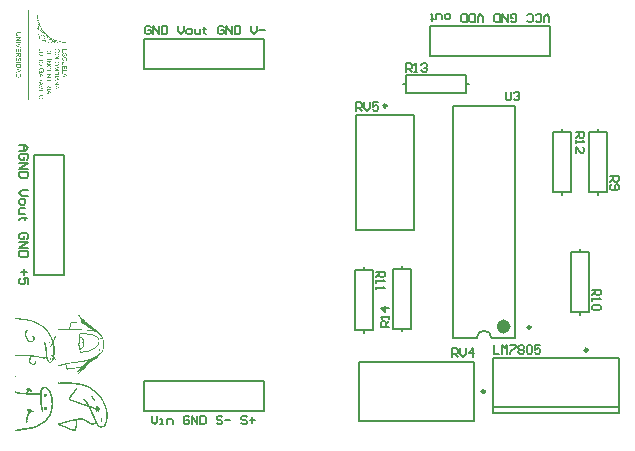
<source format=gbr>
%TF.GenerationSoftware,Altium Limited,Altium Designer,23.11.1 (41)*%
G04 Layer_Color=65535*
%FSLAX45Y45*%
%MOMM*%
%TF.SameCoordinates,349A38C7-8BD6-4E23-B505-DA8FB3D968BF*%
%TF.FilePolarity,Positive*%
%TF.FileFunction,Legend,Top*%
%TF.Part,Single*%
G01*
G75*
%TA.AperFunction,NonConductor*%
%ADD20C,0.25000*%
%ADD21C,0.20000*%
%ADD22C,0.60000*%
%ADD23C,0.12700*%
%ADD24C,0.17780*%
G36*
X229730Y-167395D02*
X230682D01*
Y-169299D01*
X231635D01*
Y-175013D01*
X232587D01*
Y-180727D01*
X233539D01*
Y-186441D01*
X234492D01*
Y-191203D01*
X235444D01*
Y-195965D01*
X236396D01*
Y-200726D01*
X237349D01*
Y-205488D01*
X238301D01*
Y-209297D01*
X239253D01*
Y-213106D01*
X240206D01*
Y-217868D01*
X241158D01*
Y-222629D01*
X242110D01*
Y-226439D01*
X243063D01*
Y-230248D01*
X244015D01*
Y-233105D01*
X244967D01*
Y-235962D01*
X245919D01*
Y-238819D01*
X246872D01*
Y-241676D01*
X247824D01*
Y-244533D01*
X248776D01*
Y-247390D01*
X249729D01*
Y-250247D01*
X250681D01*
Y-253104D01*
X251633D01*
Y-255961D01*
X252586D01*
Y-258818D01*
X253538D01*
Y-260723D01*
X254490D01*
Y-263580D01*
X255443D01*
Y-266437D01*
X256395D01*
Y-268341D01*
X257347D01*
Y-270246D01*
X258300D01*
Y-272151D01*
X259252D01*
Y-275007D01*
X260204D01*
Y-276912D01*
X261157D01*
Y-278817D01*
X262109D01*
Y-279769D01*
X263061D01*
Y-281674D01*
X264014D01*
Y-284531D01*
X264966D01*
Y-286435D01*
X265918D01*
Y-288340D01*
X266871D01*
Y-289292D01*
X267823D01*
Y-291197D01*
X268775D01*
Y-293102D01*
X269727D01*
Y-294054D01*
X270680D01*
Y-295959D01*
X271632D01*
Y-297863D01*
X272584D01*
Y-298816D01*
X273537D01*
Y-299768D01*
X274489D01*
Y-301672D01*
X275441D01*
Y-302625D01*
X276394D01*
Y-303577D01*
X277346D01*
Y-305482D01*
X278298D01*
Y-306434D01*
X279251D01*
Y-308339D01*
X280203D01*
Y-309291D01*
X281155D01*
Y-310243D01*
X282108D01*
Y-312148D01*
X283060D01*
Y-313100D01*
X284012D01*
Y-314053D01*
X284965D01*
Y-315957D01*
X285917D01*
Y-316910D01*
X286869D01*
Y-318814D01*
X287822D01*
Y-319767D01*
X288774D01*
Y-320719D01*
X289726D01*
Y-322624D01*
X290679D01*
Y-323576D01*
X291631D01*
Y-324528D01*
X292583D01*
Y-326433D01*
X293536D01*
Y-327385D01*
X294488D01*
Y-328338D01*
X295440D01*
Y-329290D01*
X296393D01*
Y-331195D01*
X297345D01*
Y-332147D01*
X298297D01*
Y-333099D01*
X299250D01*
Y-334052D01*
X300202D01*
Y-335004D01*
X301154D01*
Y-335956D01*
X302107D01*
Y-336908D01*
X303059D01*
Y-337861D01*
X304011D01*
Y-338813D01*
X304964D01*
Y-339765D01*
X305916D01*
Y-340718D01*
X306868D01*
Y-341670D01*
X307821D01*
Y-342622D01*
X308773D01*
Y-343575D01*
X309725D01*
Y-344527D01*
X311630D01*
Y-345479D01*
X312582D01*
Y-346432D01*
X313535D01*
Y-347384D01*
X314487D01*
Y-348336D01*
X315439D01*
Y-349289D01*
X316392D01*
Y-350241D01*
X318296D01*
Y-351193D01*
X319249D01*
Y-352146D01*
X320201D01*
Y-353098D01*
X322105D01*
Y-354050D01*
X323058D01*
Y-355003D01*
X324962D01*
Y-355955D01*
X325915D01*
Y-356907D01*
X327819D01*
Y-357860D01*
X328772D01*
Y-358812D01*
X330676D01*
Y-359764D01*
X331628D01*
Y-360717D01*
X332581D01*
Y-361669D01*
X334485D01*
Y-362621D01*
X335438D01*
Y-363574D01*
X337342D01*
Y-364526D01*
X338295D01*
Y-365478D01*
X339247D01*
Y-366431D01*
X341152D01*
Y-367383D01*
X342104D01*
Y-368335D01*
X343056D01*
Y-369288D01*
X344009D01*
Y-370240D01*
X345913D01*
Y-371192D01*
X347818D01*
Y-372145D01*
X349723D01*
Y-373097D01*
X351627D01*
Y-374049D01*
X353532D01*
Y-375002D01*
X355437D01*
Y-375954D01*
X357341D01*
Y-376906D01*
X359246D01*
Y-377859D01*
X361151D01*
Y-378811D01*
X363055D01*
Y-379763D01*
X364960D01*
Y-380716D01*
X366865D01*
Y-381668D01*
X368769D01*
Y-382620D01*
X370674D01*
Y-383573D01*
X373531D01*
Y-384525D01*
X375436D01*
Y-385477D01*
X377340D01*
Y-386430D01*
X380197D01*
Y-387382D01*
X382102D01*
Y-388334D01*
X384959D01*
Y-389286D01*
X387816D01*
Y-390239D01*
X391625D01*
Y-391191D01*
X394482D01*
Y-392143D01*
X397339D01*
Y-393096D01*
X400196D01*
Y-394048D01*
X403053D01*
Y-395000D01*
X405910D01*
Y-395953D01*
X408767D01*
Y-396905D01*
X411624D01*
Y-397857D01*
X414481D01*
Y-398809D01*
X418290D01*
Y-399762D01*
X422099D01*
Y-400714D01*
X426861D01*
Y-401666D01*
X430670D01*
Y-402619D01*
X435432D01*
Y-403571D01*
X440194D01*
Y-404523D01*
X445907D01*
Y-405476D01*
X449717D01*
Y-406428D01*
X454478D01*
Y-407380D01*
X459240D01*
Y-408333D01*
X464954D01*
Y-409285D01*
X471620D01*
Y-410237D01*
X477334D01*
Y-411190D01*
X479239D01*
Y-412142D01*
X480191D01*
Y-413094D01*
X479239D01*
Y-414047D01*
X451621D01*
Y-413094D01*
X448764D01*
Y-412142D01*
X445907D01*
Y-411190D01*
X443051D01*
Y-410237D01*
X436384D01*
Y-409285D01*
X425909D01*
Y-410237D01*
X426861D01*
Y-411190D01*
X428766D01*
Y-413094D01*
X425909D01*
Y-414047D01*
X402101D01*
Y-413094D01*
X401148D01*
Y-412142D01*
X399244D01*
Y-411190D01*
X398291D01*
Y-410237D01*
X396387D01*
Y-409285D01*
X395434D01*
Y-408333D01*
X394482D01*
Y-407380D01*
X392577D01*
Y-406428D01*
X391625D01*
Y-405476D01*
X386863D01*
Y-404523D01*
X377340D01*
Y-403571D01*
X371626D01*
Y-404523D01*
X372579D01*
Y-406428D01*
X373531D01*
Y-407380D01*
X374483D01*
Y-408333D01*
X375436D01*
Y-409285D01*
X377340D01*
Y-410237D01*
X378293D01*
Y-411190D01*
X379245D01*
Y-414047D01*
X353532D01*
Y-413094D01*
X351627D01*
Y-411190D01*
X350675D01*
Y-410237D01*
X349723D01*
Y-409285D01*
X348770D01*
Y-407380D01*
X347818D01*
Y-406428D01*
X346866D01*
Y-404523D01*
X345913D01*
Y-403571D01*
X344961D01*
Y-402619D01*
X344009D01*
Y-401666D01*
X343056D01*
Y-400714D01*
X337342D01*
Y-399762D01*
X327819D01*
Y-398809D01*
X324010D01*
Y-401666D01*
X324962D01*
Y-403571D01*
X325915D01*
Y-405476D01*
X326867D01*
Y-407380D01*
X327819D01*
Y-409285D01*
X328772D01*
Y-410237D01*
X329724D01*
Y-412142D01*
X330676D01*
Y-413094D01*
X329724D01*
Y-414047D01*
X303059D01*
Y-413094D01*
X302107D01*
Y-410237D01*
X301154D01*
Y-407380D01*
X300202D01*
Y-404523D01*
X299250D01*
Y-401666D01*
X298297D01*
Y-399762D01*
X297345D01*
Y-396905D01*
X296393D01*
Y-395953D01*
X288774D01*
Y-395000D01*
X279251D01*
Y-394048D01*
X277346D01*
Y-395000D01*
X276394D01*
Y-398809D01*
X277346D01*
Y-402619D01*
X278298D01*
Y-407380D01*
X279251D01*
Y-411190D01*
X280203D01*
Y-413094D01*
X279251D01*
Y-414047D01*
X253538D01*
Y-413094D01*
X252586D01*
Y-409285D01*
X251633D01*
Y-400714D01*
X250681D01*
Y-393096D01*
X249729D01*
Y-391191D01*
X240206D01*
Y-390239D01*
X229730D01*
Y-389286D01*
X227825D01*
Y-362621D01*
X231635D01*
Y-363574D01*
X235444D01*
Y-364526D01*
X239253D01*
Y-365478D01*
X244967D01*
Y-366431D01*
X246872D01*
Y-365478D01*
X247824D01*
Y-363574D01*
X246872D01*
Y-354050D01*
X245919D01*
Y-347384D01*
X244967D01*
Y-346432D01*
X244015D01*
Y-345479D01*
X241158D01*
Y-344527D01*
X238301D01*
Y-343575D01*
X234492D01*
Y-342622D01*
X231635D01*
Y-341670D01*
X228778D01*
Y-340718D01*
X227825D01*
Y-314053D01*
X230682D01*
Y-315005D01*
X232587D01*
Y-315957D01*
X233539D01*
Y-316910D01*
X235444D01*
Y-317862D01*
X238301D01*
Y-318814D01*
X239253D01*
Y-319767D01*
X242110D01*
Y-318814D01*
X243063D01*
Y-316910D01*
X242110D01*
Y-307386D01*
X241158D01*
Y-300720D01*
X240206D01*
Y-299768D01*
X239253D01*
Y-298816D01*
X238301D01*
Y-297863D01*
X236396D01*
Y-296911D01*
X235444D01*
Y-295959D01*
X233539D01*
Y-295006D01*
X232587D01*
Y-294054D01*
X231635D01*
Y-293102D01*
X229730D01*
Y-292149D01*
X228778D01*
Y-291197D01*
X227825D01*
Y-264532D01*
X229730D01*
Y-265484D01*
X230682D01*
Y-266437D01*
X231635D01*
Y-267389D01*
X232587D01*
Y-268341D01*
X233539D01*
Y-269294D01*
X234492D01*
Y-270246D01*
X235444D01*
Y-271198D01*
X236396D01*
Y-272151D01*
X237349D01*
Y-271198D01*
X238301D01*
Y-269294D01*
X237349D01*
Y-259770D01*
X236396D01*
Y-253104D01*
X235444D01*
Y-252152D01*
X234492D01*
Y-250247D01*
X233539D01*
Y-249295D01*
X232587D01*
Y-248342D01*
X231635D01*
Y-246438D01*
X230682D01*
Y-245485D01*
X229730D01*
Y-243581D01*
X228778D01*
Y-242628D01*
X227825D01*
Y-215963D01*
X228778D01*
Y-215011D01*
X229730D01*
Y-215963D01*
X230682D01*
Y-217868D01*
X231635D01*
Y-219773D01*
X232587D01*
Y-214059D01*
X231635D01*
Y-204536D01*
X230682D01*
Y-200726D01*
X229730D01*
Y-197869D01*
X228778D01*
Y-195965D01*
X227825D01*
Y-167395D01*
X228778D01*
Y-166442D01*
X229730D01*
Y-167395D01*
D02*
G37*
G36*
X96404Y-330242D02*
X66883D01*
Y-331195D01*
X62121D01*
Y-332147D01*
X60216D01*
Y-333099D01*
X59264D01*
Y-335004D01*
X58312D01*
Y-335956D01*
X57359D01*
Y-339765D01*
X56407D01*
Y-342622D01*
X57359D01*
Y-346432D01*
X58312D01*
Y-348336D01*
X59264D01*
Y-349289D01*
X60216D01*
Y-350241D01*
X62121D01*
Y-351193D01*
X65930D01*
Y-352146D01*
X96404D01*
Y-356907D01*
X95452D01*
Y-357860D01*
X66883D01*
Y-356907D01*
X61169D01*
Y-355955D01*
X58312D01*
Y-355003D01*
X57359D01*
Y-354050D01*
X56407D01*
Y-353098D01*
X55455D01*
Y-352146D01*
X54502D01*
Y-351193D01*
X53550D01*
Y-349289D01*
X52598D01*
Y-346432D01*
X51645D01*
Y-335956D01*
X52598D01*
Y-333099D01*
X53550D01*
Y-331195D01*
X54502D01*
Y-330242D01*
X55455D01*
Y-329290D01*
X56407D01*
Y-328338D01*
X57359D01*
Y-327385D01*
X59264D01*
Y-326433D01*
X62121D01*
Y-325481D01*
X96404D01*
Y-330242D01*
D02*
G37*
G36*
X92595Y-372145D02*
X91643D01*
Y-373097D01*
X89738D01*
Y-374049D01*
X87834D01*
Y-375002D01*
X86881D01*
Y-375954D01*
X84977D01*
Y-376906D01*
X84024D01*
Y-377859D01*
X82120D01*
Y-378811D01*
X81167D01*
Y-379763D01*
X79263D01*
Y-380716D01*
X77358D01*
Y-381668D01*
X76406D01*
Y-382620D01*
X74501D01*
Y-383573D01*
X73549D01*
Y-384525D01*
X71644D01*
Y-385477D01*
X70692D01*
Y-386430D01*
X68787D01*
Y-387382D01*
X67835D01*
Y-388334D01*
X65930D01*
Y-389286D01*
X64026D01*
Y-391191D01*
X92595D01*
Y-396905D01*
X52598D01*
Y-390239D01*
X53550D01*
Y-389286D01*
X55455D01*
Y-388334D01*
X56407D01*
Y-387382D01*
X58312D01*
Y-386430D01*
X60216D01*
Y-385477D01*
X61169D01*
Y-384525D01*
X63073D01*
Y-383573D01*
X64026D01*
Y-382620D01*
X65930D01*
Y-381668D01*
X66883D01*
Y-380716D01*
X68787D01*
Y-379763D01*
X69740D01*
Y-378811D01*
X71644D01*
Y-377859D01*
X73549D01*
Y-376906D01*
X74501D01*
Y-375954D01*
X76406D01*
Y-375002D01*
X77358D01*
Y-374049D01*
X79263D01*
Y-373097D01*
X80215D01*
Y-372145D01*
X81167D01*
Y-371192D01*
X52598D01*
Y-365478D01*
X92595D01*
Y-372145D01*
D02*
G37*
G36*
Y-413094D02*
X52598D01*
Y-407380D01*
X92595D01*
Y-413094D01*
D02*
G37*
G36*
X504952Y-427379D02*
X252586D01*
Y-424522D01*
X504952D01*
Y-427379D01*
D02*
G37*
G36*
X219254Y-439760D02*
X218302D01*
Y-440712D01*
X216397D01*
Y-141682D01*
X219254D01*
Y-439760D01*
D02*
G37*
G36*
X92595Y-425475D02*
X91643D01*
Y-426427D01*
X88786D01*
Y-427379D01*
X85929D01*
Y-428332D01*
X84024D01*
Y-429284D01*
X81167D01*
Y-430236D01*
X78310D01*
Y-431189D01*
X75453D01*
Y-432141D01*
X72597D01*
Y-433093D01*
X69740D01*
Y-434046D01*
X66883D01*
Y-434998D01*
X64026D01*
Y-435950D01*
X61169D01*
Y-436903D01*
X60216D01*
Y-437855D01*
X62121D01*
Y-438807D01*
X64978D01*
Y-439760D01*
X67835D01*
Y-440712D01*
X69740D01*
Y-441664D01*
X72597D01*
Y-442617D01*
X75453D01*
Y-443569D01*
X77358D01*
Y-444521D01*
X80215D01*
Y-445474D01*
X83072D01*
Y-446426D01*
X85929D01*
Y-447378D01*
X87834D01*
Y-448331D01*
X90691D01*
Y-449283D01*
X92595D01*
Y-454997D01*
X88786D01*
Y-454044D01*
X86881D01*
Y-453092D01*
X84024D01*
Y-452140D01*
X81167D01*
Y-451187D01*
X79263D01*
Y-450235D01*
X76406D01*
Y-449283D01*
X74501D01*
Y-448331D01*
X71644D01*
Y-447378D01*
X68787D01*
Y-446426D01*
X65930D01*
Y-445474D01*
X64026D01*
Y-444521D01*
X61169D01*
Y-443569D01*
X59264D01*
Y-442617D01*
X56407D01*
Y-441664D01*
X54502D01*
Y-440712D01*
X52598D01*
Y-433093D01*
X55455D01*
Y-432141D01*
X58312D01*
Y-431189D01*
X61169D01*
Y-430236D01*
X63073D01*
Y-429284D01*
X65930D01*
Y-428332D01*
X67835D01*
Y-427379D01*
X70692D01*
Y-426427D01*
X73549D01*
Y-425475D01*
X75453D01*
Y-424522D01*
X78310D01*
Y-423570D01*
X81167D01*
Y-422618D01*
X84024D01*
Y-421665D01*
X85929D01*
Y-420713D01*
X88786D01*
Y-419761D01*
X91643D01*
Y-418808D01*
X92595D01*
Y-425475D01*
D02*
G37*
G36*
X256395Y-462615D02*
X257347D01*
Y-466425D01*
X253538D01*
Y-467377D01*
X251633D01*
Y-468329D01*
X250681D01*
Y-469282D01*
X249729D01*
Y-471186D01*
X248776D01*
Y-474043D01*
X249729D01*
Y-475948D01*
X250681D01*
Y-476900D01*
X251633D01*
Y-477852D01*
X253538D01*
Y-478805D01*
X286869D01*
Y-484519D01*
X253538D01*
Y-483566D01*
X249729D01*
Y-482614D01*
X247824D01*
Y-481662D01*
X246872D01*
Y-480709D01*
X245919D01*
Y-478805D01*
X244967D01*
Y-475948D01*
X244015D01*
Y-469282D01*
X244967D01*
Y-466425D01*
X245919D01*
Y-465472D01*
X246872D01*
Y-464520D01*
X247824D01*
Y-463568D01*
X248776D01*
Y-462615D01*
X250681D01*
Y-461663D01*
X256395D01*
Y-462615D01*
D02*
G37*
G36*
X92595Y-490233D02*
X86881D01*
Y-467377D01*
X76406D01*
Y-488328D01*
X75453D01*
Y-489280D01*
X70692D01*
Y-488328D01*
X69740D01*
Y-467377D01*
X58312D01*
Y-490233D01*
X57359D01*
Y-491185D01*
X52598D01*
Y-461663D01*
X92595D01*
Y-490233D01*
D02*
G37*
G36*
X347818Y-464520D02*
X348770D01*
Y-480709D01*
X347818D01*
Y-485471D01*
X346866D01*
Y-487376D01*
X345913D01*
Y-488328D01*
X344961D01*
Y-489280D01*
X344009D01*
Y-490233D01*
X343056D01*
Y-491185D01*
X341152D01*
Y-492137D01*
X340199D01*
Y-493090D01*
X337342D01*
Y-494042D01*
X322105D01*
Y-493090D01*
X319249D01*
Y-492137D01*
X317344D01*
Y-491185D01*
X316392D01*
Y-490233D01*
X315439D01*
Y-489280D01*
X314487D01*
Y-488328D01*
X313535D01*
Y-487376D01*
X312582D01*
Y-485471D01*
X311630D01*
Y-482614D01*
X310678D01*
Y-463568D01*
X347818D01*
Y-464520D01*
D02*
G37*
G36*
X484953Y-494042D02*
X484001D01*
Y-494994D01*
X480191D01*
Y-470234D01*
X466859D01*
Y-493090D01*
X462097D01*
Y-470234D01*
X447812D01*
Y-494994D01*
X446860D01*
Y-495947D01*
X444003D01*
Y-494994D01*
X443051D01*
Y-464520D01*
X484953D01*
Y-494042D01*
D02*
G37*
G36*
X403053Y-463568D02*
X406862D01*
Y-464520D01*
X409719D01*
Y-465472D01*
X411624D01*
Y-466425D01*
X412576D01*
Y-467377D01*
X413529D01*
Y-468329D01*
X414481D01*
Y-469282D01*
X415433D01*
Y-470234D01*
X416386D01*
Y-471186D01*
X417338D01*
Y-473091D01*
X418290D01*
Y-474995D01*
X419242D01*
Y-479757D01*
X420195D01*
Y-484519D01*
X419242D01*
Y-489280D01*
X418290D01*
Y-491185D01*
X417338D01*
Y-493090D01*
X416386D01*
Y-494042D01*
X415433D01*
Y-494994D01*
X414481D01*
Y-495947D01*
X412576D01*
Y-496899D01*
X411624D01*
Y-497851D01*
X409719D01*
Y-498804D01*
X407815D01*
Y-497851D01*
X406862D01*
Y-493090D01*
X408767D01*
Y-492137D01*
X409719D01*
Y-491185D01*
X411624D01*
Y-490233D01*
X412576D01*
Y-489280D01*
X413529D01*
Y-487376D01*
X414481D01*
Y-483566D01*
X415433D01*
Y-480709D01*
X414481D01*
Y-476900D01*
X413529D01*
Y-474995D01*
X412576D01*
Y-474043D01*
X411624D01*
Y-473091D01*
X410672D01*
Y-472139D01*
X409719D01*
Y-471186D01*
X408767D01*
Y-470234D01*
X406862D01*
Y-469282D01*
X403053D01*
Y-468329D01*
X393530D01*
Y-469282D01*
X389720D01*
Y-470234D01*
X386863D01*
Y-471186D01*
X385911D01*
Y-472139D01*
X384959D01*
Y-473091D01*
X384006D01*
Y-474043D01*
X383054D01*
Y-474995D01*
X382102D01*
Y-477852D01*
X381150D01*
Y-486423D01*
X382102D01*
Y-488328D01*
X383054D01*
Y-489280D01*
X384006D01*
Y-490233D01*
X384959D01*
Y-491185D01*
X385911D01*
Y-492137D01*
X387816D01*
Y-493090D01*
X389720D01*
Y-494042D01*
X391625D01*
Y-495947D01*
X390673D01*
Y-498804D01*
X386863D01*
Y-497851D01*
X384959D01*
Y-496899D01*
X383054D01*
Y-495947D01*
X382102D01*
Y-494994D01*
X380197D01*
Y-493090D01*
X379245D01*
Y-492137D01*
X378293D01*
Y-490233D01*
X377340D01*
Y-487376D01*
X376388D01*
Y-475948D01*
X377340D01*
Y-473091D01*
X378293D01*
Y-471186D01*
X379245D01*
Y-470234D01*
X380197D01*
Y-469282D01*
X381150D01*
Y-468329D01*
X382102D01*
Y-467377D01*
X383054D01*
Y-466425D01*
X384959D01*
Y-465472D01*
X386863D01*
Y-464520D01*
X388768D01*
Y-463568D01*
X393530D01*
Y-462615D01*
X403053D01*
Y-463568D01*
D02*
G37*
G36*
X282108Y-497851D02*
X255443D01*
Y-498804D01*
X252586D01*
Y-499756D01*
X251633D01*
Y-500708D01*
X250681D01*
Y-501661D01*
X249729D01*
Y-503565D01*
X248776D01*
Y-512136D01*
X249729D01*
Y-514041D01*
X250681D01*
Y-514993D01*
X252586D01*
Y-515945D01*
X254490D01*
Y-516898D01*
X282108D01*
Y-522612D01*
X257347D01*
Y-521659D01*
X252586D01*
Y-520707D01*
X249729D01*
Y-519755D01*
X248776D01*
Y-518802D01*
X247824D01*
Y-517850D01*
X246872D01*
Y-516898D01*
X245919D01*
Y-514993D01*
X244967D01*
Y-512136D01*
X244015D01*
Y-503565D01*
X244967D01*
Y-499756D01*
X245919D01*
Y-497851D01*
X246872D01*
Y-496899D01*
X247824D01*
Y-495947D01*
X248776D01*
Y-494994D01*
X250681D01*
Y-494042D01*
X254490D01*
Y-493090D01*
X282108D01*
Y-497851D01*
D02*
G37*
G36*
X347818Y-502613D02*
X348770D01*
Y-527373D01*
X347818D01*
Y-528326D01*
X344961D01*
Y-527373D01*
X344009D01*
Y-506422D01*
X332581D01*
Y-526421D01*
X327819D01*
Y-506422D01*
X315439D01*
Y-528326D01*
X314487D01*
Y-529278D01*
X311630D01*
Y-528326D01*
X310678D01*
Y-501661D01*
X347818D01*
Y-502613D01*
D02*
G37*
G36*
X454478Y-501661D02*
X455431D01*
Y-505470D01*
X454478D01*
Y-506422D01*
X451621D01*
Y-507375D01*
X449717D01*
Y-508327D01*
X448764D01*
Y-510232D01*
X447812D01*
Y-512136D01*
X446860D01*
Y-520707D01*
X447812D01*
Y-522612D01*
X448764D01*
Y-524516D01*
X450669D01*
Y-525469D01*
X455431D01*
Y-524516D01*
X456383D01*
Y-523564D01*
X457335D01*
Y-522612D01*
X458288D01*
Y-519755D01*
X459240D01*
Y-515945D01*
X460192D01*
Y-513088D01*
X461145D01*
Y-510232D01*
X462097D01*
Y-507375D01*
X463049D01*
Y-506422D01*
X464002D01*
Y-504518D01*
X465906D01*
Y-503565D01*
X466859D01*
Y-502613D01*
X474477D01*
Y-503565D01*
X476382D01*
Y-504518D01*
X477334D01*
Y-505470D01*
X478287D01*
Y-506422D01*
X479239D01*
Y-508327D01*
X480191D01*
Y-511184D01*
X481144D01*
Y-519755D01*
X480191D01*
Y-522612D01*
X479239D01*
Y-524516D01*
X478287D01*
Y-525469D01*
X477334D01*
Y-526421D01*
X476382D01*
Y-527373D01*
X475430D01*
Y-528326D01*
X472573D01*
Y-529278D01*
X469716D01*
Y-524516D01*
X471620D01*
Y-523564D01*
X473525D01*
Y-522612D01*
X474477D01*
Y-521659D01*
X475430D01*
Y-519755D01*
X476382D01*
Y-511184D01*
X475430D01*
Y-509279D01*
X474477D01*
Y-508327D01*
X473525D01*
Y-507375D01*
X468763D01*
Y-508327D01*
X467811D01*
Y-509279D01*
X466859D01*
Y-511184D01*
X465906D01*
Y-514041D01*
X464954D01*
Y-518802D01*
X464002D01*
Y-521659D01*
X463049D01*
Y-524516D01*
X462097D01*
Y-526421D01*
X461145D01*
Y-527373D01*
X460192D01*
Y-528326D01*
X459240D01*
Y-529278D01*
X457335D01*
Y-530230D01*
X449717D01*
Y-529278D01*
X447812D01*
Y-528326D01*
X446860D01*
Y-527373D01*
X445907D01*
Y-526421D01*
X444955D01*
Y-525469D01*
X444003D01*
Y-523564D01*
X443051D01*
Y-520707D01*
X442098D01*
Y-511184D01*
X443051D01*
Y-508327D01*
X444003D01*
Y-506422D01*
X444955D01*
Y-505470D01*
X445907D01*
Y-504518D01*
X446860D01*
Y-503565D01*
X447812D01*
Y-502613D01*
X449717D01*
Y-501661D01*
X452574D01*
Y-500708D01*
X454478D01*
Y-501661D01*
D02*
G37*
G36*
X92595Y-522612D02*
X91643D01*
Y-525469D01*
X90691D01*
Y-527373D01*
X89738D01*
Y-528326D01*
X88786D01*
Y-529278D01*
X87834D01*
Y-530230D01*
X84977D01*
Y-531183D01*
X78310D01*
Y-530230D01*
X75453D01*
Y-529278D01*
X74501D01*
Y-528326D01*
X73549D01*
Y-527373D01*
X72597D01*
Y-525469D01*
X71644D01*
Y-523564D01*
X70692D01*
Y-521659D01*
X68787D01*
Y-522612D01*
X67835D01*
Y-524516D01*
X66883D01*
Y-525469D01*
X64978D01*
Y-526421D01*
X64026D01*
Y-527373D01*
X62121D01*
Y-528326D01*
X61169D01*
Y-529278D01*
X59264D01*
Y-530230D01*
X58312D01*
Y-531183D01*
X56407D01*
Y-532135D01*
X55455D01*
Y-533087D01*
X53550D01*
Y-534040D01*
X52598D01*
Y-526421D01*
X53550D01*
Y-525469D01*
X55455D01*
Y-524516D01*
X56407D01*
Y-523564D01*
X58312D01*
Y-522612D01*
X59264D01*
Y-521659D01*
X61169D01*
Y-520707D01*
X62121D01*
Y-519755D01*
X64026D01*
Y-518802D01*
X64978D01*
Y-517850D01*
X66883D01*
Y-516898D01*
X67835D01*
Y-515945D01*
X68787D01*
Y-514041D01*
X69740D01*
Y-505470D01*
X52598D01*
Y-498804D01*
X92595D01*
Y-522612D01*
D02*
G37*
G36*
X401148Y-505470D02*
X404005D01*
Y-506422D01*
X406862D01*
Y-507375D01*
X407815D01*
Y-508327D01*
X409719D01*
Y-509279D01*
X410672D01*
Y-510232D01*
X411624D01*
Y-512136D01*
X412576D01*
Y-513088D01*
X413529D01*
Y-515945D01*
X414481D01*
Y-519755D01*
X415433D01*
Y-524516D01*
X414481D01*
Y-528326D01*
X413529D01*
Y-530230D01*
X412576D01*
Y-532135D01*
X411624D01*
Y-533087D01*
X410672D01*
Y-534992D01*
X408767D01*
Y-535944D01*
X407815D01*
Y-536897D01*
X405910D01*
Y-537849D01*
X404005D01*
Y-538801D01*
X401148D01*
Y-539754D01*
X389720D01*
Y-538801D01*
X386863D01*
Y-537849D01*
X384959D01*
Y-536897D01*
X383054D01*
Y-535944D01*
X382102D01*
Y-534992D01*
X381150D01*
Y-534040D01*
X380197D01*
Y-533087D01*
X379245D01*
Y-531183D01*
X378293D01*
Y-529278D01*
X377340D01*
Y-527373D01*
X376388D01*
Y-516898D01*
X377340D01*
Y-514041D01*
X378293D01*
Y-512136D01*
X379245D01*
Y-511184D01*
X380197D01*
Y-510232D01*
X381150D01*
Y-509279D01*
X382102D01*
Y-508327D01*
X383054D01*
Y-507375D01*
X384959D01*
Y-506422D01*
X386863D01*
Y-505470D01*
X389720D01*
Y-504518D01*
X401148D01*
Y-505470D01*
D02*
G37*
G36*
X282108Y-534992D02*
X249729D01*
Y-535944D01*
X248776D01*
Y-553086D01*
X244967D01*
Y-530230D01*
X282108D01*
Y-534992D01*
D02*
G37*
G36*
X352580Y-554039D02*
X353532D01*
Y-557848D01*
X352580D01*
Y-558800D01*
X310678D01*
Y-553086D01*
X352580D01*
Y-554039D01*
D02*
G37*
G36*
X282108Y-564514D02*
X244967D01*
Y-559753D01*
X282108D01*
Y-564514D01*
D02*
G37*
G36*
X467811Y-536897D02*
X470668D01*
Y-537849D01*
X472573D01*
Y-538801D01*
X474477D01*
Y-539754D01*
X475430D01*
Y-540706D01*
X476382D01*
Y-541658D01*
X477334D01*
Y-542611D01*
X478287D01*
Y-543563D01*
X479239D01*
Y-545468D01*
X480191D01*
Y-549277D01*
X481144D01*
Y-557848D01*
X480191D01*
Y-559753D01*
X479239D01*
Y-561657D01*
X478287D01*
Y-563562D01*
X477334D01*
Y-564514D01*
X475430D01*
Y-565466D01*
X474477D01*
Y-566419D01*
X472573D01*
Y-567371D01*
X469716D01*
Y-564514D01*
X468763D01*
Y-563562D01*
X469716D01*
Y-562609D01*
X470668D01*
Y-561657D01*
X472573D01*
Y-560705D01*
X473525D01*
Y-559753D01*
X474477D01*
Y-558800D01*
X475430D01*
Y-557848D01*
X476382D01*
Y-548325D01*
X475430D01*
Y-546420D01*
X474477D01*
Y-545468D01*
X473525D01*
Y-544515D01*
X472573D01*
Y-543563D01*
X471620D01*
Y-542611D01*
X469716D01*
Y-541658D01*
X465906D01*
Y-540706D01*
X457335D01*
Y-541658D01*
X453526D01*
Y-542611D01*
X451621D01*
Y-543563D01*
X450669D01*
Y-544515D01*
X449717D01*
Y-545468D01*
X448764D01*
Y-546420D01*
X447812D01*
Y-548325D01*
X446860D01*
Y-556896D01*
X447812D01*
Y-558800D01*
X448764D01*
Y-559753D01*
X449717D01*
Y-560705D01*
X450669D01*
Y-561657D01*
X452574D01*
Y-562609D01*
X454478D01*
Y-563562D01*
X455431D01*
Y-567371D01*
X454478D01*
Y-568323D01*
X452574D01*
Y-567371D01*
X449717D01*
Y-566419D01*
X448764D01*
Y-565466D01*
X447812D01*
Y-564514D01*
X445907D01*
Y-562609D01*
X444955D01*
Y-561657D01*
X444003D01*
Y-559753D01*
X443051D01*
Y-557848D01*
X442098D01*
Y-548325D01*
X443051D01*
Y-545468D01*
X444003D01*
Y-543563D01*
X444955D01*
Y-542611D01*
X445907D01*
Y-541658D01*
X446860D01*
Y-540706D01*
X447812D01*
Y-539754D01*
X448764D01*
Y-538801D01*
X450669D01*
Y-537849D01*
X452574D01*
Y-536897D01*
X455431D01*
Y-535944D01*
X467811D01*
Y-536897D01*
D02*
G37*
G36*
X64978Y-540706D02*
X65930D01*
Y-543563D01*
X63073D01*
Y-544515D01*
X61169D01*
Y-545468D01*
X60216D01*
Y-546420D01*
X59264D01*
Y-547372D01*
X58312D01*
Y-549277D01*
X57359D01*
Y-554039D01*
X56407D01*
Y-555943D01*
X57359D01*
Y-559753D01*
X58312D01*
Y-561657D01*
X59264D01*
Y-562609D01*
X60216D01*
Y-563562D01*
X65930D01*
Y-562609D01*
X66883D01*
Y-561657D01*
X67835D01*
Y-560705D01*
X68787D01*
Y-557848D01*
X69740D01*
Y-553086D01*
X70692D01*
Y-549277D01*
X71644D01*
Y-546420D01*
X72597D01*
Y-544515D01*
X73549D01*
Y-543563D01*
X74501D01*
Y-541658D01*
X75453D01*
Y-540706D01*
X77358D01*
Y-539754D01*
X86881D01*
Y-540706D01*
X87834D01*
Y-541658D01*
X89738D01*
Y-543563D01*
X90691D01*
Y-544515D01*
X91643D01*
Y-546420D01*
X92595D01*
Y-551182D01*
X93547D01*
Y-555943D01*
X92595D01*
Y-560705D01*
X91643D01*
Y-562609D01*
X90691D01*
Y-564514D01*
X89738D01*
Y-565466D01*
X88786D01*
Y-566419D01*
X86881D01*
Y-567371D01*
X85929D01*
Y-568323D01*
X81167D01*
Y-565466D01*
X80215D01*
Y-563562D01*
X81167D01*
Y-562609D01*
X83072D01*
Y-561657D01*
X84977D01*
Y-560705D01*
X85929D01*
Y-559753D01*
X86881D01*
Y-556896D01*
X87834D01*
Y-550229D01*
X86881D01*
Y-547372D01*
X85929D01*
Y-546420D01*
X84977D01*
Y-545468D01*
X80215D01*
Y-546420D01*
X79263D01*
Y-547372D01*
X78310D01*
Y-549277D01*
X77358D01*
Y-552134D01*
X76406D01*
Y-555943D01*
X75453D01*
Y-559753D01*
X74501D01*
Y-562609D01*
X73549D01*
Y-564514D01*
X72597D01*
Y-566419D01*
X71644D01*
Y-567371D01*
X70692D01*
Y-568323D01*
X68787D01*
Y-569276D01*
X66883D01*
Y-570228D01*
X61169D01*
Y-569276D01*
X58312D01*
Y-568323D01*
X57359D01*
Y-567371D01*
X55455D01*
Y-566419D01*
X54502D01*
Y-564514D01*
X53550D01*
Y-562609D01*
X52598D01*
Y-559753D01*
X51645D01*
Y-549277D01*
X52598D01*
Y-546420D01*
X53550D01*
Y-543563D01*
X54502D01*
Y-542611D01*
X55455D01*
Y-541658D01*
X56407D01*
Y-540706D01*
X57359D01*
Y-539754D01*
X59264D01*
Y-538801D01*
X61169D01*
Y-537849D01*
X64978D01*
Y-540706D01*
D02*
G37*
G36*
X413529Y-546420D02*
X414481D01*
Y-550229D01*
X413529D01*
Y-551182D01*
X381150D01*
Y-569276D01*
X377340D01*
Y-568323D01*
X376388D01*
Y-546420D01*
X377340D01*
Y-545468D01*
X413529D01*
Y-546420D01*
D02*
G37*
G36*
X92595Y-583560D02*
X91643D01*
Y-584513D01*
X52598D01*
Y-577846D01*
X92595D01*
Y-583560D01*
D02*
G37*
G36*
X348770Y-572133D02*
X347818D01*
Y-574037D01*
X345913D01*
Y-574989D01*
X344961D01*
Y-575942D01*
X343056D01*
Y-576894D01*
X342104D01*
Y-577846D01*
X340199D01*
Y-578799D01*
X339247D01*
Y-579751D01*
X337342D01*
Y-580703D01*
X336390D01*
Y-581656D01*
X334485D01*
Y-582608D01*
X333533D01*
Y-583560D01*
X331628D01*
Y-584513D01*
X330676D01*
Y-585465D01*
X328772D01*
Y-586417D01*
X327819D01*
Y-587370D01*
X325915D01*
Y-588322D01*
X324962D01*
Y-589274D01*
X323058D01*
Y-590227D01*
X322105D01*
Y-591179D01*
X320201D01*
Y-592131D01*
X347818D01*
Y-593084D01*
X348770D01*
Y-595941D01*
X347818D01*
Y-596893D01*
X310678D01*
Y-592131D01*
X311630D01*
Y-591179D01*
X312582D01*
Y-590227D01*
X314487D01*
Y-589274D01*
X315439D01*
Y-588322D01*
X317344D01*
Y-587370D01*
X318296D01*
Y-586417D01*
X320201D01*
Y-585465D01*
X321153D01*
Y-584513D01*
X323058D01*
Y-583560D01*
X324010D01*
Y-582608D01*
X325915D01*
Y-581656D01*
X326867D01*
Y-580703D01*
X328772D01*
Y-579751D01*
X329724D01*
Y-578799D01*
X331628D01*
Y-577846D01*
X332581D01*
Y-576894D01*
X334485D01*
Y-575942D01*
X335438D01*
Y-574989D01*
X337342D01*
Y-574037D01*
X338295D01*
Y-573085D01*
X311630D01*
Y-572133D01*
X310678D01*
Y-568323D01*
X348770D01*
Y-572133D01*
D02*
G37*
G36*
X480191Y-579751D02*
X452574D01*
Y-580703D01*
X450669D01*
Y-581656D01*
X448764D01*
Y-583560D01*
X447812D01*
Y-585465D01*
X446860D01*
Y-593084D01*
X447812D01*
Y-594988D01*
X448764D01*
Y-596893D01*
X450669D01*
Y-597845D01*
X453526D01*
Y-598798D01*
X480191D01*
Y-603559D01*
X451621D01*
Y-602607D01*
X448764D01*
Y-601655D01*
X446860D01*
Y-600702D01*
X445907D01*
Y-599750D01*
X444955D01*
Y-597845D01*
X444003D01*
Y-596893D01*
X443051D01*
Y-594036D01*
X442098D01*
Y-584513D01*
X443051D01*
Y-581656D01*
X444003D01*
Y-579751D01*
X444955D01*
Y-578799D01*
X445907D01*
Y-577846D01*
X446860D01*
Y-576894D01*
X447812D01*
Y-575942D01*
X450669D01*
Y-574989D01*
X480191D01*
Y-579751D01*
D02*
G37*
G36*
X269727Y-573085D02*
X272584D01*
Y-574037D01*
X274489D01*
Y-574989D01*
X276394D01*
Y-575942D01*
X277346D01*
Y-576894D01*
X278298D01*
Y-577846D01*
X279251D01*
Y-578799D01*
X280203D01*
Y-580703D01*
X281155D01*
Y-582608D01*
X282108D01*
Y-585465D01*
X283060D01*
Y-594036D01*
X282108D01*
Y-596893D01*
X281155D01*
Y-598798D01*
X280203D01*
Y-599750D01*
X279251D01*
Y-601655D01*
X278298D01*
Y-602607D01*
X277346D01*
Y-603559D01*
X275441D01*
Y-604512D01*
X274489D01*
Y-605464D01*
X271632D01*
Y-606416D01*
X268775D01*
Y-607369D01*
X258300D01*
Y-606416D01*
X255443D01*
Y-605464D01*
X253538D01*
Y-604512D01*
X251633D01*
Y-603559D01*
X249729D01*
Y-602607D01*
X248776D01*
Y-601655D01*
X247824D01*
Y-599750D01*
X246872D01*
Y-598798D01*
X245919D01*
Y-596893D01*
X244967D01*
Y-593084D01*
X244015D01*
Y-585465D01*
X244967D01*
Y-582608D01*
X245919D01*
Y-580703D01*
X246872D01*
Y-578799D01*
X247824D01*
Y-577846D01*
X248776D01*
Y-576894D01*
X249729D01*
Y-575942D01*
X250681D01*
Y-574989D01*
X252586D01*
Y-574037D01*
X254490D01*
Y-573085D01*
X257347D01*
Y-572133D01*
X269727D01*
Y-573085D01*
D02*
G37*
G36*
X399244Y-574037D02*
X404005D01*
Y-574989D01*
X405910D01*
Y-575942D01*
X407815D01*
Y-576894D01*
X408767D01*
Y-577846D01*
X409719D01*
Y-578799D01*
X410672D01*
Y-579751D01*
X411624D01*
Y-580703D01*
X412576D01*
Y-582608D01*
X413529D01*
Y-584513D01*
X414481D01*
Y-588322D01*
X415433D01*
Y-594036D01*
X414481D01*
Y-597845D01*
X413529D01*
Y-599750D01*
X412576D01*
Y-600702D01*
X411624D01*
Y-602607D01*
X410672D01*
Y-603559D01*
X409719D01*
Y-604512D01*
X408767D01*
Y-605464D01*
X406862D01*
Y-606416D01*
X404958D01*
Y-607369D01*
X403053D01*
Y-608321D01*
X388768D01*
Y-607369D01*
X385911D01*
Y-606416D01*
X384006D01*
Y-605464D01*
X383054D01*
Y-604512D01*
X381150D01*
Y-603559D01*
X380197D01*
Y-601655D01*
X379245D01*
Y-600702D01*
X378293D01*
Y-598798D01*
X377340D01*
Y-595941D01*
X376388D01*
Y-586417D01*
X377340D01*
Y-583560D01*
X378293D01*
Y-581656D01*
X379245D01*
Y-579751D01*
X380197D01*
Y-578799D01*
X381150D01*
Y-577846D01*
X383054D01*
Y-576894D01*
X384006D01*
Y-575942D01*
X385911D01*
Y-574989D01*
X387816D01*
Y-574037D01*
X391625D01*
Y-573085D01*
X399244D01*
Y-574037D01*
D02*
G37*
G36*
X92595Y-614035D02*
X91643D01*
Y-617844D01*
X90691D01*
Y-619749D01*
X89738D01*
Y-620701D01*
X88786D01*
Y-622606D01*
X87834D01*
Y-623558D01*
X85929D01*
Y-624511D01*
X84977D01*
Y-625463D01*
X83072D01*
Y-626415D01*
X80215D01*
Y-627367D01*
X64978D01*
Y-626415D01*
X62121D01*
Y-625463D01*
X60216D01*
Y-624511D01*
X58312D01*
Y-623558D01*
X57359D01*
Y-622606D01*
X56407D01*
Y-621654D01*
X55455D01*
Y-620701D01*
X54502D01*
Y-618797D01*
X53550D01*
Y-615940D01*
X52598D01*
Y-594036D01*
X92595D01*
Y-614035D01*
D02*
G37*
G36*
X330676Y-604512D02*
X336390D01*
Y-605464D01*
X339247D01*
Y-606416D01*
X341152D01*
Y-607369D01*
X342104D01*
Y-608321D01*
X343056D01*
Y-609273D01*
X344961D01*
Y-611178D01*
X345913D01*
Y-612130D01*
X346866D01*
Y-614035D01*
X347818D01*
Y-616892D01*
X348770D01*
Y-628320D01*
X347818D01*
Y-631177D01*
X346866D01*
Y-633081D01*
X345913D01*
Y-634034D01*
X344961D01*
Y-634986D01*
X343056D01*
Y-635938D01*
X342104D01*
Y-636891D01*
X339247D01*
Y-637843D01*
X338295D01*
Y-636891D01*
X337342D01*
Y-633081D01*
X338295D01*
Y-632129D01*
X340199D01*
Y-631177D01*
X342104D01*
Y-629272D01*
X343056D01*
Y-628320D01*
X344009D01*
Y-625463D01*
X344961D01*
Y-619749D01*
X344009D01*
Y-616892D01*
X343056D01*
Y-614987D01*
X342104D01*
Y-614035D01*
X341152D01*
Y-613083D01*
X340199D01*
Y-612130D01*
X339247D01*
Y-611178D01*
X337342D01*
Y-610226D01*
X334485D01*
Y-609273D01*
X324962D01*
Y-610226D01*
X322105D01*
Y-611178D01*
X320201D01*
Y-612130D01*
X319249D01*
Y-613083D01*
X318296D01*
Y-614035D01*
X317344D01*
Y-614987D01*
X316392D01*
Y-616892D01*
X315439D01*
Y-619749D01*
X314487D01*
Y-625463D01*
X315439D01*
Y-628320D01*
X316392D01*
Y-631177D01*
X317344D01*
Y-632129D01*
X318296D01*
Y-633081D01*
X325915D01*
Y-622606D01*
X329724D01*
Y-637843D01*
X328772D01*
Y-638795D01*
X316392D01*
Y-637843D01*
X315439D01*
Y-636891D01*
X314487D01*
Y-635938D01*
X313535D01*
Y-634034D01*
X312582D01*
Y-632129D01*
X311630D01*
Y-630224D01*
X310678D01*
Y-624511D01*
X309725D01*
Y-621654D01*
X310678D01*
Y-615940D01*
X311630D01*
Y-614035D01*
X312582D01*
Y-612130D01*
X313535D01*
Y-611178D01*
X314487D01*
Y-609273D01*
X315439D01*
Y-608321D01*
X317344D01*
Y-607369D01*
X318296D01*
Y-606416D01*
X320201D01*
Y-605464D01*
X322105D01*
Y-604512D01*
X327819D01*
Y-603559D01*
X330676D01*
Y-604512D01*
D02*
G37*
G36*
X480191Y-638795D02*
X476382D01*
Y-637843D01*
X475430D01*
Y-616892D01*
X464954D01*
Y-636891D01*
X460192D01*
Y-617844D01*
X459240D01*
Y-616892D01*
X447812D01*
Y-638795D01*
X446860D01*
Y-639748D01*
X443051D01*
Y-612130D01*
X480191D01*
Y-638795D01*
D02*
G37*
G36*
X414481Y-622606D02*
X412576D01*
Y-623558D01*
X409719D01*
Y-624511D01*
X406862D01*
Y-625463D01*
X404005D01*
Y-626415D01*
X401148D01*
Y-627367D01*
X398291D01*
Y-628320D01*
X395434D01*
Y-629272D01*
X392577D01*
Y-630224D01*
X389720D01*
Y-631177D01*
X386863D01*
Y-632129D01*
X384006D01*
Y-633081D01*
X384959D01*
Y-634034D01*
X387816D01*
Y-634986D01*
X390673D01*
Y-635938D01*
X393530D01*
Y-636891D01*
X396387D01*
Y-637843D01*
X399244D01*
Y-638795D01*
X402101D01*
Y-639748D01*
X404005D01*
Y-640700D01*
X406862D01*
Y-641652D01*
X409719D01*
Y-642605D01*
X412576D01*
Y-643557D01*
X414481D01*
Y-650223D01*
X377340D01*
Y-649271D01*
X376388D01*
Y-646414D01*
X377340D01*
Y-645461D01*
X404958D01*
Y-644509D01*
X403053D01*
Y-643557D01*
X401148D01*
Y-642605D01*
X398291D01*
Y-641652D01*
X395434D01*
Y-640700D01*
X392577D01*
Y-639748D01*
X389720D01*
Y-638795D01*
X386863D01*
Y-637843D01*
X384006D01*
Y-636891D01*
X381150D01*
Y-635938D01*
X378293D01*
Y-634986D01*
X377340D01*
Y-634034D01*
X376388D01*
Y-631177D01*
X377340D01*
Y-630224D01*
X378293D01*
Y-629272D01*
X381150D01*
Y-628320D01*
X384006D01*
Y-627367D01*
X386863D01*
Y-626415D01*
X389720D01*
Y-625463D01*
X392577D01*
Y-624511D01*
X395434D01*
Y-623558D01*
X398291D01*
Y-622606D01*
X401148D01*
Y-621654D01*
X404005D01*
Y-620701D01*
X405910D01*
Y-619749D01*
X377340D01*
Y-618797D01*
X376388D01*
Y-615940D01*
X377340D01*
Y-614987D01*
X414481D01*
Y-622606D01*
D02*
G37*
G36*
X272584Y-630224D02*
X275441D01*
Y-631177D01*
X277346D01*
Y-632129D01*
X279251D01*
Y-633081D01*
X281155D01*
Y-634034D01*
X282108D01*
Y-634986D01*
X283060D01*
Y-635938D01*
X284012D01*
Y-636891D01*
X284965D01*
Y-638795D01*
X285917D01*
Y-641652D01*
X286869D01*
Y-644509D01*
X287822D01*
Y-654985D01*
X286869D01*
Y-657842D01*
X285917D01*
Y-659746D01*
X284965D01*
Y-661651D01*
X284012D01*
Y-662603D01*
X283060D01*
Y-663556D01*
X282108D01*
Y-664508D01*
X280203D01*
Y-665460D01*
X278298D01*
Y-666413D01*
X275441D01*
Y-665460D01*
X274489D01*
Y-661651D01*
X276394D01*
Y-660699D01*
X278298D01*
Y-659746D01*
X279251D01*
Y-658794D01*
X280203D01*
Y-657842D01*
X281155D01*
Y-655937D01*
X282108D01*
Y-653080D01*
X283060D01*
Y-645461D01*
X282108D01*
Y-642605D01*
X281155D01*
Y-641652D01*
X280203D01*
Y-639748D01*
X279251D01*
Y-638795D01*
X278298D01*
Y-637843D01*
X276394D01*
Y-636891D01*
X274489D01*
Y-635938D01*
X272584D01*
Y-634986D01*
X259252D01*
Y-635938D01*
X257347D01*
Y-636891D01*
X255443D01*
Y-637843D01*
X254490D01*
Y-638795D01*
X253538D01*
Y-639748D01*
X252586D01*
Y-640700D01*
X251633D01*
Y-641652D01*
X250681D01*
Y-643557D01*
X249729D01*
Y-647366D01*
X248776D01*
Y-652128D01*
X249729D01*
Y-655937D01*
X250681D01*
Y-657842D01*
X251633D01*
Y-659746D01*
X252586D01*
Y-661651D01*
X261157D01*
Y-650223D01*
X262109D01*
Y-649271D01*
X264966D01*
Y-650223D01*
X265918D01*
Y-651175D01*
X266871D01*
Y-666413D01*
X265918D01*
Y-667365D01*
X249729D01*
Y-665460D01*
X248776D01*
Y-664508D01*
X247824D01*
Y-662603D01*
X246872D01*
Y-660699D01*
X245919D01*
Y-658794D01*
X244967D01*
Y-654985D01*
X244015D01*
Y-645461D01*
X244967D01*
Y-641652D01*
X245919D01*
Y-639748D01*
X246872D01*
Y-637843D01*
X247824D01*
Y-636891D01*
X248776D01*
Y-634986D01*
X249729D01*
Y-634034D01*
X250681D01*
Y-633081D01*
X252586D01*
Y-632129D01*
X254490D01*
Y-631177D01*
X256395D01*
Y-630224D01*
X259252D01*
Y-629272D01*
X272584D01*
Y-630224D01*
D02*
G37*
G36*
X54502Y-632129D02*
X57359D01*
Y-633081D01*
X59264D01*
Y-634034D01*
X62121D01*
Y-634986D01*
X64978D01*
Y-635938D01*
X66883D01*
Y-636891D01*
X69740D01*
Y-637843D01*
X72597D01*
Y-638795D01*
X74501D01*
Y-639748D01*
X77358D01*
Y-640700D01*
X80215D01*
Y-641652D01*
X82120D01*
Y-642605D01*
X84977D01*
Y-643557D01*
X87834D01*
Y-644509D01*
X89738D01*
Y-645461D01*
X92595D01*
Y-653080D01*
X90691D01*
Y-654032D01*
X87834D01*
Y-654985D01*
X85929D01*
Y-655937D01*
X83072D01*
Y-656889D01*
X81167D01*
Y-657842D01*
X78310D01*
Y-658794D01*
X76406D01*
Y-659746D01*
X73549D01*
Y-660699D01*
X71644D01*
Y-661651D01*
X68787D01*
Y-662603D01*
X66883D01*
Y-663556D01*
X64026D01*
Y-664508D01*
X62121D01*
Y-665460D01*
X59264D01*
Y-666413D01*
X56407D01*
Y-667365D01*
X54502D01*
Y-668317D01*
X52598D01*
Y-661651D01*
X54502D01*
Y-660699D01*
X56407D01*
Y-659746D01*
X59264D01*
Y-658794D01*
X62121D01*
Y-657842D01*
X63073D01*
Y-656889D01*
X64026D01*
Y-641652D01*
X63073D01*
Y-640700D01*
X60216D01*
Y-639748D01*
X57359D01*
Y-638795D01*
X54502D01*
Y-637843D01*
X52598D01*
Y-631177D01*
X54502D01*
Y-632129D01*
D02*
G37*
G36*
X480191Y-651175D02*
X447812D01*
Y-668317D01*
X446860D01*
Y-669270D01*
X443051D01*
Y-646414D01*
X480191D01*
Y-651175D01*
D02*
G37*
G36*
X347818Y-646414D02*
X348770D01*
Y-672127D01*
X344009D01*
Y-651175D01*
X343056D01*
Y-650223D01*
X333533D01*
Y-651175D01*
X332581D01*
Y-671174D01*
X328772D01*
Y-670222D01*
X327819D01*
Y-651175D01*
X326867D01*
Y-650223D01*
X316392D01*
Y-651175D01*
X315439D01*
Y-673079D01*
X310678D01*
Y-646414D01*
X311630D01*
Y-645461D01*
X347818D01*
Y-646414D01*
D02*
G37*
G36*
X413529Y-658794D02*
X414481D01*
Y-675936D01*
X413529D01*
Y-678793D01*
X412576D01*
Y-680698D01*
X411624D01*
Y-681650D01*
X410672D01*
Y-682602D01*
X408767D01*
Y-683555D01*
X405910D01*
Y-684507D01*
X404005D01*
Y-683555D01*
X400196D01*
Y-682602D01*
X399244D01*
Y-681650D01*
X398291D01*
Y-680698D01*
X396387D01*
Y-681650D01*
X395434D01*
Y-682602D01*
X394482D01*
Y-683555D01*
X393530D01*
Y-684507D01*
X391625D01*
Y-685459D01*
X388768D01*
Y-686412D01*
X386863D01*
Y-685459D01*
X383054D01*
Y-684507D01*
X381150D01*
Y-683555D01*
X380197D01*
Y-682602D01*
X379245D01*
Y-681650D01*
X378293D01*
Y-678793D01*
X377340D01*
Y-673079D01*
X376388D01*
Y-658794D01*
X377340D01*
Y-657842D01*
X413529D01*
Y-658794D01*
D02*
G37*
G36*
Y-694030D02*
X414481D01*
Y-697839D01*
X413529D01*
Y-698792D01*
X377340D01*
Y-697839D01*
X376388D01*
Y-694030D01*
X377340D01*
Y-693078D01*
X413529D01*
Y-694030D01*
D02*
G37*
G36*
X444955Y-672127D02*
X446860D01*
Y-673079D01*
X449717D01*
Y-674031D01*
X451621D01*
Y-674984D01*
X454478D01*
Y-675936D01*
X457335D01*
Y-676888D01*
X459240D01*
Y-677841D01*
X462097D01*
Y-678793D01*
X464954D01*
Y-679745D01*
X467811D01*
Y-680698D01*
X469716D01*
Y-681650D01*
X472573D01*
Y-682602D01*
X474477D01*
Y-683555D01*
X477334D01*
Y-684507D01*
X479239D01*
Y-685459D01*
X480191D01*
Y-691173D01*
X478287D01*
Y-692125D01*
X475430D01*
Y-693078D01*
X473525D01*
Y-694030D01*
X470668D01*
Y-694982D01*
X468763D01*
Y-695935D01*
X465906D01*
Y-696887D01*
X464002D01*
Y-697839D01*
X461145D01*
Y-698792D01*
X459240D01*
Y-699744D01*
X456383D01*
Y-700696D01*
X454478D01*
Y-701649D01*
X451621D01*
Y-702601D01*
X449717D01*
Y-703553D01*
X446860D01*
Y-704506D01*
X444955D01*
Y-705458D01*
X443051D01*
Y-699744D01*
X444955D01*
Y-698792D01*
X446860D01*
Y-697839D01*
X449717D01*
Y-696887D01*
X452574D01*
Y-695935D01*
X453526D01*
Y-694982D01*
X454478D01*
Y-680698D01*
X453526D01*
Y-679745D01*
X451621D01*
Y-678793D01*
X448764D01*
Y-677841D01*
X445907D01*
Y-676888D01*
X443051D01*
Y-671174D01*
X444955D01*
Y-672127D01*
D02*
G37*
G36*
X246872D02*
X248776D01*
Y-673079D01*
X251633D01*
Y-674031D01*
X253538D01*
Y-674984D01*
X256395D01*
Y-675936D01*
X259252D01*
Y-676888D01*
X261157D01*
Y-677841D01*
X264014D01*
Y-678793D01*
X266871D01*
Y-679745D01*
X269727D01*
Y-680698D01*
X271632D01*
Y-681650D01*
X274489D01*
Y-682602D01*
X276394D01*
Y-683555D01*
X279251D01*
Y-684507D01*
X281155D01*
Y-685459D01*
X282108D01*
Y-691173D01*
X280203D01*
Y-692125D01*
X277346D01*
Y-693078D01*
X275441D01*
Y-694030D01*
X272584D01*
Y-694982D01*
X270680D01*
Y-695935D01*
X267823D01*
Y-696887D01*
X265918D01*
Y-697839D01*
X263061D01*
Y-698792D01*
X261157D01*
Y-699744D01*
X258300D01*
Y-700696D01*
X256395D01*
Y-701649D01*
X253538D01*
Y-702601D01*
X251633D01*
Y-703553D01*
X249729D01*
Y-704506D01*
X246872D01*
Y-705458D01*
X244967D01*
Y-699744D01*
X246872D01*
Y-698792D01*
X249729D01*
Y-697839D01*
X251633D01*
Y-696887D01*
X254490D01*
Y-695935D01*
X255443D01*
Y-694982D01*
X256395D01*
Y-680698D01*
X255443D01*
Y-679745D01*
X252586D01*
Y-678793D01*
X249729D01*
Y-677841D01*
X247824D01*
Y-676888D01*
X244967D01*
Y-671174D01*
X246872D01*
Y-672127D01*
D02*
G37*
G36*
X92595Y-693078D02*
X91643D01*
Y-696887D01*
X90691D01*
Y-698792D01*
X89738D01*
Y-700696D01*
X88786D01*
Y-701649D01*
X87834D01*
Y-702601D01*
X86881D01*
Y-703553D01*
X85929D01*
Y-704506D01*
X84024D01*
Y-705458D01*
X82120D01*
Y-706410D01*
X78310D01*
Y-707363D01*
X66883D01*
Y-706410D01*
X63073D01*
Y-705458D01*
X61169D01*
Y-704506D01*
X59264D01*
Y-703553D01*
X58312D01*
Y-702601D01*
X56407D01*
Y-701649D01*
X55455D01*
Y-699744D01*
X54502D01*
Y-697839D01*
X53550D01*
Y-695935D01*
X52598D01*
Y-674031D01*
X92595D01*
Y-693078D01*
D02*
G37*
G36*
X347818Y-680698D02*
X348770D01*
Y-684507D01*
X347818D01*
Y-685459D01*
X346866D01*
Y-686412D01*
X345913D01*
Y-687364D01*
X344009D01*
Y-688316D01*
X343056D01*
Y-689268D01*
X341152D01*
Y-690221D01*
X340199D01*
Y-691173D01*
X338295D01*
Y-692125D01*
X337342D01*
Y-693078D01*
X335438D01*
Y-694030D01*
X334485D01*
Y-694982D01*
X332581D01*
Y-695935D01*
X331628D01*
Y-696887D01*
X329724D01*
Y-697839D01*
X328772D01*
Y-698792D01*
X326867D01*
Y-699744D01*
X325915D01*
Y-700696D01*
X324010D01*
Y-701649D01*
X323058D01*
Y-702601D01*
X321153D01*
Y-703553D01*
X320201D01*
Y-704506D01*
X347818D01*
Y-705458D01*
X348770D01*
Y-709267D01*
X310678D01*
Y-703553D01*
X312582D01*
Y-702601D01*
X313535D01*
Y-701649D01*
X315439D01*
Y-700696D01*
X316392D01*
Y-699744D01*
X318296D01*
Y-698792D01*
X319249D01*
Y-697839D01*
X321153D01*
Y-696887D01*
X322105D01*
Y-695935D01*
X324010D01*
Y-694982D01*
X324962D01*
Y-694030D01*
X326867D01*
Y-693078D01*
X327819D01*
Y-692125D01*
X329724D01*
Y-691173D01*
X331628D01*
Y-690221D01*
X332581D01*
Y-689268D01*
X334485D01*
Y-688316D01*
X335438D01*
Y-687364D01*
X337342D01*
Y-686412D01*
X338295D01*
Y-684507D01*
X310678D01*
Y-679745D01*
X347818D01*
Y-680698D01*
D02*
G37*
G36*
X346866Y-718791D02*
X348770D01*
Y-722600D01*
X347818D01*
Y-723552D01*
X310678D01*
Y-718791D01*
X312582D01*
Y-717838D01*
X346866D01*
Y-718791D01*
D02*
G37*
G36*
X380197Y-704506D02*
X382102D01*
Y-705458D01*
X384959D01*
Y-706410D01*
X386863D01*
Y-707363D01*
X389720D01*
Y-708315D01*
X392577D01*
Y-709267D01*
X394482D01*
Y-710220D01*
X397339D01*
Y-711172D01*
X400196D01*
Y-712124D01*
X403053D01*
Y-713077D01*
X404958D01*
Y-714029D01*
X407815D01*
Y-714981D01*
X409719D01*
Y-715934D01*
X412576D01*
Y-716886D01*
X414481D01*
Y-722600D01*
X413529D01*
Y-723552D01*
X410672D01*
Y-724505D01*
X408767D01*
Y-725457D01*
X405910D01*
Y-726409D01*
X404005D01*
Y-727362D01*
X401148D01*
Y-728314D01*
X399244D01*
Y-729266D01*
X396387D01*
Y-730219D01*
X394482D01*
Y-731171D01*
X391625D01*
Y-732123D01*
X389720D01*
Y-733075D01*
X386863D01*
Y-734028D01*
X384959D01*
Y-734980D01*
X382102D01*
Y-735932D01*
X380197D01*
Y-736885D01*
X376388D01*
Y-733075D01*
X377340D01*
Y-731171D01*
X380197D01*
Y-730219D01*
X383054D01*
Y-729266D01*
X384959D01*
Y-728314D01*
X387816D01*
Y-712124D01*
X386863D01*
Y-711172D01*
X384006D01*
Y-710220D01*
X381150D01*
Y-709267D01*
X378293D01*
Y-708315D01*
X377340D01*
Y-707363D01*
X376388D01*
Y-703553D01*
X380197D01*
Y-704506D01*
D02*
G37*
G36*
X282108Y-733075D02*
X281155D01*
Y-734980D01*
X280203D01*
Y-735932D01*
X279251D01*
Y-736885D01*
X278298D01*
Y-737837D01*
X277346D01*
Y-738789D01*
X273537D01*
Y-739742D01*
X269727D01*
Y-738789D01*
X267823D01*
Y-737837D01*
X265918D01*
Y-736885D01*
X264966D01*
Y-735932D01*
X264014D01*
Y-734980D01*
X263061D01*
Y-732123D01*
X262109D01*
Y-730219D01*
X261157D01*
Y-731171D01*
X260204D01*
Y-732123D01*
X259252D01*
Y-733075D01*
X258300D01*
Y-734028D01*
X257347D01*
Y-734980D01*
X255443D01*
Y-735932D01*
X254490D01*
Y-736885D01*
X252586D01*
Y-737837D01*
X251633D01*
Y-738789D01*
X249729D01*
Y-739742D01*
X248776D01*
Y-740694D01*
X246872D01*
Y-741646D01*
X244967D01*
Y-735932D01*
X245919D01*
Y-734980D01*
X247824D01*
Y-734028D01*
X248776D01*
Y-733075D01*
X250681D01*
Y-732123D01*
X251633D01*
Y-731171D01*
X253538D01*
Y-730219D01*
X254490D01*
Y-729266D01*
X256395D01*
Y-728314D01*
X257347D01*
Y-727362D01*
X258300D01*
Y-726409D01*
X259252D01*
Y-725457D01*
X260204D01*
Y-724505D01*
X261157D01*
Y-714981D01*
X245919D01*
Y-714029D01*
X244967D01*
Y-709267D01*
X282108D01*
Y-733075D01*
D02*
G37*
G36*
X347818D02*
X348770D01*
Y-757836D01*
X347818D01*
Y-758788D01*
X344009D01*
Y-737837D01*
X343056D01*
Y-736885D01*
X332581D01*
Y-756883D01*
X327819D01*
Y-736885D01*
X315439D01*
Y-758788D01*
X314487D01*
Y-759740D01*
X311630D01*
Y-758788D01*
X310678D01*
Y-732123D01*
X347818D01*
Y-733075D01*
D02*
G37*
G36*
X414481Y-746408D02*
X413529D01*
Y-747360D01*
X412576D01*
Y-748313D01*
X410672D01*
Y-749265D01*
X409719D01*
Y-750217D01*
X407815D01*
Y-751169D01*
X406862D01*
Y-752122D01*
X404958D01*
Y-753074D01*
X404005D01*
Y-754026D01*
X402101D01*
Y-754979D01*
X401148D01*
Y-755931D01*
X399244D01*
Y-756883D01*
X398291D01*
Y-757836D01*
X396387D01*
Y-758788D01*
X395434D01*
Y-759740D01*
X393530D01*
Y-760693D01*
X392577D01*
Y-761645D01*
X390673D01*
Y-762597D01*
X389720D01*
Y-763550D01*
X387816D01*
Y-764502D01*
X386863D01*
Y-765454D01*
X413529D01*
Y-766407D01*
X414481D01*
Y-770216D01*
X376388D01*
Y-766407D01*
X377340D01*
Y-764502D01*
X379245D01*
Y-763550D01*
X380197D01*
Y-762597D01*
X382102D01*
Y-761645D01*
X383054D01*
Y-760693D01*
X384959D01*
Y-759740D01*
X385911D01*
Y-758788D01*
X387816D01*
Y-757836D01*
X388768D01*
Y-756883D01*
X390673D01*
Y-755931D01*
X392577D01*
Y-754979D01*
X393530D01*
Y-754026D01*
X395434D01*
Y-753074D01*
X396387D01*
Y-752122D01*
X398291D01*
Y-751169D01*
X399244D01*
Y-750217D01*
X401148D01*
Y-749265D01*
X402101D01*
Y-748313D01*
X404005D01*
Y-746408D01*
X377340D01*
Y-745456D01*
X376388D01*
Y-742599D01*
X377340D01*
Y-741646D01*
X414481D01*
Y-746408D01*
D02*
G37*
G36*
X247824Y-744503D02*
X250681D01*
Y-745456D01*
X252586D01*
Y-746408D01*
X255443D01*
Y-747360D01*
X258300D01*
Y-748313D01*
X260204D01*
Y-749265D01*
X263061D01*
Y-750217D01*
X265918D01*
Y-751169D01*
X267823D01*
Y-752122D01*
X270680D01*
Y-753074D01*
X272584D01*
Y-754026D01*
X275441D01*
Y-754979D01*
X278298D01*
Y-755931D01*
X280203D01*
Y-756883D01*
X282108D01*
Y-762597D01*
X281155D01*
Y-763550D01*
X278298D01*
Y-764502D01*
X276394D01*
Y-765454D01*
X273537D01*
Y-766407D01*
X271632D01*
Y-767359D01*
X268775D01*
Y-768311D01*
X266871D01*
Y-769264D01*
X264966D01*
Y-770216D01*
X262109D01*
Y-771168D01*
X259252D01*
Y-772121D01*
X257347D01*
Y-773073D01*
X254490D01*
Y-774025D01*
X252586D01*
Y-774978D01*
X249729D01*
Y-775930D01*
X247824D01*
Y-776882D01*
X244967D01*
Y-772121D01*
X245919D01*
Y-771168D01*
X247824D01*
Y-770216D01*
X250681D01*
Y-769264D01*
X253538D01*
Y-768311D01*
X255443D01*
Y-767359D01*
X256395D01*
Y-753074D01*
X255443D01*
Y-752122D01*
X254490D01*
Y-751169D01*
X251633D01*
Y-750217D01*
X248776D01*
Y-749265D01*
X245919D01*
Y-748313D01*
X244967D01*
Y-743551D01*
X247824D01*
Y-744503D01*
D02*
G37*
G36*
X347818Y-767359D02*
X348770D01*
Y-786406D01*
X347818D01*
Y-790215D01*
X346866D01*
Y-792120D01*
X345913D01*
Y-793072D01*
X344961D01*
Y-794024D01*
X344009D01*
Y-794977D01*
X342104D01*
Y-795929D01*
X334485D01*
Y-794977D01*
X332581D01*
Y-794024D01*
X331628D01*
Y-793072D01*
X330676D01*
Y-792120D01*
X329724D01*
Y-790215D01*
X328772D01*
Y-788310D01*
X327819D01*
Y-787358D01*
X326867D01*
Y-788310D01*
X325915D01*
Y-789263D01*
X324962D01*
Y-790215D01*
X324010D01*
Y-791167D01*
X322105D01*
Y-792120D01*
X321153D01*
Y-793072D01*
X319249D01*
Y-794024D01*
X318296D01*
Y-794977D01*
X316392D01*
Y-795929D01*
X315439D01*
Y-796881D01*
X313535D01*
Y-797834D01*
X311630D01*
Y-798786D01*
X310678D01*
Y-793072D01*
X311630D01*
Y-792120D01*
X312582D01*
Y-791167D01*
X314487D01*
Y-790215D01*
X315439D01*
Y-789263D01*
X317344D01*
Y-788310D01*
X318296D01*
Y-787358D01*
X320201D01*
Y-786406D01*
X321153D01*
Y-785453D01*
X323058D01*
Y-784501D01*
X324010D01*
Y-783549D01*
X324962D01*
Y-782596D01*
X325915D01*
Y-781644D01*
X326867D01*
Y-778787D01*
X327819D01*
Y-772121D01*
X326867D01*
Y-771168D01*
X310678D01*
Y-766407D01*
X347818D01*
Y-767359D01*
D02*
G37*
G36*
X282108Y-779739D02*
X279251D01*
Y-780692D01*
X277346D01*
Y-781644D01*
X274489D01*
Y-782596D01*
X271632D01*
Y-783549D01*
X268775D01*
Y-784501D01*
X265918D01*
Y-785453D01*
X264014D01*
Y-786406D01*
X261157D01*
Y-787358D01*
X258300D01*
Y-788310D01*
X255443D01*
Y-789263D01*
X252586D01*
Y-790215D01*
X250681D01*
Y-791167D01*
X252586D01*
Y-792120D01*
X254490D01*
Y-793072D01*
X257347D01*
Y-794024D01*
X260204D01*
Y-794977D01*
X262109D01*
Y-795929D01*
X264966D01*
Y-796881D01*
X267823D01*
Y-797834D01*
X269727D01*
Y-798786D01*
X272584D01*
Y-799738D01*
X275441D01*
Y-800691D01*
X278298D01*
Y-801643D01*
X281155D01*
Y-802595D01*
X282108D01*
Y-807357D01*
X280203D01*
Y-806404D01*
X277346D01*
Y-805452D01*
X275441D01*
Y-804500D01*
X272584D01*
Y-803547D01*
X269727D01*
Y-802595D01*
X267823D01*
Y-801643D01*
X264966D01*
Y-800691D01*
X262109D01*
Y-799738D01*
X260204D01*
Y-798786D01*
X257347D01*
Y-797834D01*
X255443D01*
Y-796881D01*
X252586D01*
Y-795929D01*
X250681D01*
Y-794977D01*
X247824D01*
Y-794024D01*
X245919D01*
Y-793072D01*
X244967D01*
Y-788310D01*
X245919D01*
Y-787358D01*
X247824D01*
Y-786406D01*
X250681D01*
Y-785453D01*
X253538D01*
Y-784501D01*
X255443D01*
Y-783549D01*
X258300D01*
Y-782596D01*
X261157D01*
Y-781644D01*
X263061D01*
Y-780692D01*
X265918D01*
Y-779739D01*
X267823D01*
Y-778787D01*
X270680D01*
Y-777835D01*
X272584D01*
Y-776882D01*
X275441D01*
Y-775930D01*
X278298D01*
Y-774978D01*
X280203D01*
Y-774025D01*
X282108D01*
Y-779739D01*
D02*
G37*
G36*
X379245Y-775930D02*
X381150D01*
Y-776882D01*
X384006D01*
Y-777835D01*
X385911D01*
Y-778787D01*
X388768D01*
Y-779739D01*
X391625D01*
Y-780692D01*
X393530D01*
Y-781644D01*
X396387D01*
Y-782596D01*
X398291D01*
Y-783549D01*
X401148D01*
Y-784501D01*
X404005D01*
Y-785453D01*
X405910D01*
Y-786406D01*
X408767D01*
Y-787358D01*
X411624D01*
Y-788310D01*
X413529D01*
Y-789263D01*
X414481D01*
Y-794024D01*
X413529D01*
Y-794977D01*
X411624D01*
Y-795929D01*
X409719D01*
Y-796881D01*
X406862D01*
Y-797834D01*
X404958D01*
Y-798786D01*
X402101D01*
Y-799738D01*
X400196D01*
Y-800691D01*
X397339D01*
Y-801643D01*
X395434D01*
Y-802595D01*
X392577D01*
Y-803547D01*
X390673D01*
Y-804500D01*
X387816D01*
Y-805452D01*
X385911D01*
Y-806404D01*
X383054D01*
Y-807357D01*
X381150D01*
Y-808309D01*
X378293D01*
Y-809261D01*
X377340D01*
Y-808309D01*
X376388D01*
Y-804500D01*
X377340D01*
Y-803547D01*
X378293D01*
Y-802595D01*
X381150D01*
Y-801643D01*
X384006D01*
Y-800691D01*
X385911D01*
Y-799738D01*
X387816D01*
Y-783549D01*
X384959D01*
Y-782596D01*
X382102D01*
Y-781644D01*
X379245D01*
Y-780692D01*
X377340D01*
Y-779739D01*
X376388D01*
Y-775930D01*
X377340D01*
Y-774978D01*
X379245D01*
Y-775930D01*
D02*
G37*
G36*
X347818Y-805452D02*
X348770D01*
Y-808309D01*
X347818D01*
Y-809261D01*
X310678D01*
Y-804500D01*
X347818D01*
Y-805452D01*
D02*
G37*
G36*
X352580Y-804500D02*
X354484D01*
Y-805452D01*
X356389D01*
Y-806404D01*
X357341D01*
Y-807357D01*
X358294D01*
Y-811166D01*
X357341D01*
Y-812118D01*
X356389D01*
Y-811166D01*
X355437D01*
Y-810214D01*
X354484D01*
Y-809261D01*
X352580D01*
Y-808309D01*
X351627D01*
Y-807357D01*
X350675D01*
Y-803547D01*
X352580D01*
Y-804500D01*
D02*
G37*
G36*
X282108Y-817832D02*
X244967D01*
Y-813071D01*
X282108D01*
Y-817832D01*
D02*
G37*
G36*
X312582Y-814975D02*
X314487D01*
Y-815928D01*
X317344D01*
Y-816880D01*
X320201D01*
Y-817832D01*
X323058D01*
Y-818784D01*
X324962D01*
Y-819737D01*
X327819D01*
Y-820689D01*
X329724D01*
Y-821641D01*
X332581D01*
Y-822594D01*
X335438D01*
Y-823546D01*
X337342D01*
Y-824498D01*
X340199D01*
Y-825451D01*
X342104D01*
Y-826403D01*
X344961D01*
Y-827355D01*
X347818D01*
Y-828308D01*
X348770D01*
Y-833069D01*
X347818D01*
Y-834022D01*
X345913D01*
Y-834974D01*
X343056D01*
Y-835926D01*
X341152D01*
Y-836879D01*
X339247D01*
Y-837831D01*
X336390D01*
Y-838783D01*
X334485D01*
Y-839736D01*
X331628D01*
Y-840688D01*
X329724D01*
Y-841640D01*
X326867D01*
Y-842593D01*
X324962D01*
Y-843545D01*
X322105D01*
Y-844497D01*
X320201D01*
Y-845450D01*
X317344D01*
Y-846402D01*
X315439D01*
Y-847354D01*
X312582D01*
Y-848307D01*
X310678D01*
Y-842593D01*
X313535D01*
Y-841640D01*
X315439D01*
Y-840688D01*
X318296D01*
Y-839736D01*
X320201D01*
Y-838783D01*
X322105D01*
Y-823546D01*
X321153D01*
Y-822594D01*
X319249D01*
Y-821641D01*
X316392D01*
Y-820689D01*
X313535D01*
Y-819737D01*
X311630D01*
Y-818784D01*
X310678D01*
Y-814023D01*
X312582D01*
Y-814975D01*
D02*
G37*
G36*
X282108Y-853068D02*
X278298D01*
Y-841640D01*
X277346D01*
Y-840688D01*
X244967D01*
Y-835926D01*
X277346D01*
Y-834974D01*
X278298D01*
Y-823546D01*
X282108D01*
Y-853068D01*
D02*
G37*
G36*
X269727Y-856878D02*
X272584D01*
Y-857830D01*
X274489D01*
Y-858782D01*
X276394D01*
Y-859735D01*
X277346D01*
Y-860687D01*
X278298D01*
Y-861639D01*
X279251D01*
Y-862592D01*
X280203D01*
Y-864496D01*
X281155D01*
Y-866401D01*
X282108D01*
Y-869258D01*
X283060D01*
Y-877829D01*
X282108D01*
Y-880686D01*
X281155D01*
Y-882590D01*
X280203D01*
Y-883543D01*
X279251D01*
Y-885447D01*
X278298D01*
Y-886400D01*
X277346D01*
Y-887352D01*
X275441D01*
Y-888304D01*
X274489D01*
Y-889257D01*
X271632D01*
Y-890209D01*
X268775D01*
Y-891161D01*
X258300D01*
Y-890209D01*
X255443D01*
Y-889257D01*
X252586D01*
Y-888304D01*
X251633D01*
Y-887352D01*
X249729D01*
Y-886400D01*
X248776D01*
Y-885447D01*
X247824D01*
Y-883543D01*
X246872D01*
Y-882590D01*
X245919D01*
Y-880686D01*
X244967D01*
Y-876876D01*
X244015D01*
Y-870210D01*
X244967D01*
Y-866401D01*
X245919D01*
Y-864496D01*
X246872D01*
Y-862592D01*
X247824D01*
Y-861639D01*
X248776D01*
Y-860687D01*
X249729D01*
Y-859735D01*
X250681D01*
Y-858782D01*
X252586D01*
Y-857830D01*
X254490D01*
Y-856878D01*
X257347D01*
Y-855925D01*
X269727D01*
Y-856878D01*
D02*
G37*
G36*
X157353Y-139777D02*
X158305D01*
Y-892114D01*
X157353D01*
Y-894018D01*
X154496D01*
Y-138825D01*
X155449D01*
Y-137873D01*
X157353D01*
Y-139777D01*
D02*
G37*
G36*
X145990Y-2843316D02*
X147084D01*
Y-2844410D01*
X148179D01*
Y-2846600D01*
X149274D01*
Y-2848789D01*
X148179D01*
Y-2852073D01*
X147084D01*
Y-2853168D01*
X145990D01*
Y-2854263D01*
X144895D01*
Y-2856452D01*
X143800D01*
Y-2858641D01*
X142705D01*
Y-2861925D01*
X141611D01*
Y-2864115D01*
X140516D01*
Y-2866304D01*
X139421D01*
Y-2869588D01*
X138327D01*
Y-2872872D01*
X137232D01*
Y-2892577D01*
X138327D01*
Y-2898050D01*
X139421D01*
Y-2900240D01*
X140516D01*
Y-2902429D01*
X141611D01*
Y-2903524D01*
X142705D01*
Y-2905713D01*
X143800D01*
Y-2907902D01*
X144895D01*
Y-2912281D01*
X145990D01*
Y-2914471D01*
X147084D01*
Y-2916660D01*
X148179D01*
Y-2917755D01*
X149274D01*
Y-2919944D01*
X150368D01*
Y-2922133D01*
X151463D01*
Y-2923228D01*
X152558D01*
Y-2924323D01*
X153652D01*
Y-2925418D01*
X154747D01*
Y-2927607D01*
X155842D01*
Y-2928702D01*
X156937D01*
Y-2929796D01*
X158031D01*
Y-2930891D01*
X159126D01*
Y-2931986D01*
X160220D01*
Y-2933080D01*
X161315D01*
Y-2934175D01*
X163505D01*
Y-2935270D01*
X165694D01*
Y-2936364D01*
X167884D01*
Y-2937459D01*
X174452D01*
Y-2938554D01*
X181020D01*
Y-2937459D01*
X186493D01*
Y-2936364D01*
X188683D01*
Y-2935270D01*
X190872D01*
Y-2934175D01*
X191967D01*
Y-2933080D01*
X194156D01*
Y-2931986D01*
X195251D01*
Y-2929796D01*
X196346D01*
Y-2926512D01*
X197440D01*
Y-2912281D01*
X196346D01*
Y-2908997D01*
X195251D01*
Y-2906808D01*
X194156D01*
Y-2904618D01*
X193061D01*
Y-2902429D01*
X191967D01*
Y-2901334D01*
X190872D01*
Y-2900240D01*
X189777D01*
Y-2898050D01*
X188683D01*
Y-2896956D01*
X186493D01*
Y-2892577D01*
X187588D01*
Y-2891482D01*
X193061D01*
Y-2892577D01*
X195251D01*
Y-2893671D01*
X196346D01*
Y-2894766D01*
X197440D01*
Y-2895861D01*
X198535D01*
Y-2896956D01*
X199630D01*
Y-2898050D01*
X200724D01*
Y-2899145D01*
X201819D01*
Y-2900240D01*
X202914D01*
Y-2902429D01*
X204008D01*
Y-2903524D01*
X205103D01*
Y-2905713D01*
X206198D01*
Y-2906808D01*
X207292D01*
Y-2914471D01*
X208387D01*
Y-2919944D01*
X209482D01*
Y-2921039D01*
X208387D01*
Y-2926512D01*
X207292D01*
Y-2929796D01*
X206198D01*
Y-2933080D01*
X205103D01*
Y-2935270D01*
X204008D01*
Y-2937459D01*
X202914D01*
Y-2938554D01*
X200724D01*
Y-2939648D01*
X199630D01*
Y-2940743D01*
X197440D01*
Y-2941838D01*
X196346D01*
Y-2942933D01*
X194156D01*
Y-2944027D01*
X191967D01*
Y-2945122D01*
X187588D01*
Y-2946217D01*
X183209D01*
Y-2947312D01*
X178830D01*
Y-2948406D01*
X173357D01*
Y-2947312D01*
X166789D01*
Y-2946217D01*
X164599D01*
Y-2945122D01*
X161315D01*
Y-2944027D01*
X159126D01*
Y-2942933D01*
X155842D01*
Y-2941838D01*
X154747D01*
Y-2940743D01*
X153652D01*
Y-2939648D01*
X152558D01*
Y-2938554D01*
X151463D01*
Y-2937459D01*
X149274D01*
Y-2936364D01*
X148179D01*
Y-2935270D01*
X147084D01*
Y-2934175D01*
X145990D01*
Y-2931986D01*
X144895D01*
Y-2930891D01*
X143800D01*
Y-2928702D01*
X142705D01*
Y-2927607D01*
X141611D01*
Y-2925418D01*
X140516D01*
Y-2922133D01*
X139421D01*
Y-2918849D01*
X138327D01*
Y-2916660D01*
X137232D01*
Y-2914471D01*
X136137D01*
Y-2912281D01*
X135043D01*
Y-2911186D01*
X133948D01*
Y-2908997D01*
X132853D01*
Y-2906808D01*
X131758D01*
Y-2904618D01*
X130664D01*
Y-2901334D01*
X129569D01*
Y-2893671D01*
X128474D01*
Y-2883819D01*
X127380D01*
Y-2868493D01*
X128474D01*
Y-2864115D01*
X129569D01*
Y-2859736D01*
X130664D01*
Y-2855357D01*
X131758D01*
Y-2853168D01*
X132853D01*
Y-2850978D01*
X133948D01*
Y-2848789D01*
X135043D01*
Y-2847694D01*
X136137D01*
Y-2846600D01*
X137232D01*
Y-2845505D01*
X138327D01*
Y-2844410D01*
X139421D01*
Y-2843316D01*
X141611D01*
Y-2842221D01*
X145990D01*
Y-2843316D01*
D02*
G37*
G36*
X336466Y-2945122D02*
X337561D01*
Y-2946217D01*
X338656D01*
Y-2951690D01*
X337561D01*
Y-2952785D01*
X336466D01*
Y-2953880D01*
X334277D01*
Y-2954974D01*
X332087D01*
Y-2953880D01*
X330993D01*
Y-2952785D01*
X329898D01*
Y-2951690D01*
X328804D01*
Y-2946217D01*
X329898D01*
Y-2945122D01*
X330993D01*
Y-2944027D01*
X336466D01*
Y-2945122D01*
D02*
G37*
G36*
X49656Y-2742604D02*
X58414D01*
Y-2743698D01*
X74834D01*
Y-2744793D01*
X82497D01*
Y-2745888D01*
X86876D01*
Y-2746982D01*
X89065D01*
Y-2748077D01*
X92350D01*
Y-2749172D01*
X108770D01*
Y-2750267D01*
X115338D01*
Y-2751361D01*
X126285D01*
Y-2752456D01*
X130664D01*
Y-2753551D01*
X137232D01*
Y-2754645D01*
X143800D01*
Y-2755740D01*
X153652D01*
Y-2756835D01*
X160220D01*
Y-2757929D01*
X164599D01*
Y-2759024D01*
X170073D01*
Y-2760119D01*
X175546D01*
Y-2761213D01*
X177735D01*
Y-2762308D01*
X181020D01*
Y-2763403D01*
X186493D01*
Y-2764498D01*
X189777D01*
Y-2765592D01*
X191967D01*
Y-2766687D01*
X196346D01*
Y-2767782D01*
X199630D01*
Y-2768876D01*
X201819D01*
Y-2769971D01*
X204008D01*
Y-2771066D01*
X206198D01*
Y-2772160D01*
X208387D01*
Y-2773255D01*
X210576D01*
Y-2774350D01*
X212766D01*
Y-2775445D01*
X214955D01*
Y-2776539D01*
X218239D01*
Y-2777634D01*
X221523D01*
Y-2778729D01*
X223713D01*
Y-2779823D01*
X225902D01*
Y-2780918D01*
X229186D01*
Y-2782013D01*
X231376D01*
Y-2783107D01*
X232470D01*
Y-2784202D01*
X234660D01*
Y-2785297D01*
X235754D01*
Y-2786391D01*
X237944D01*
Y-2787486D01*
X239038D01*
Y-2788581D01*
X241228D01*
Y-2789675D01*
X242323D01*
Y-2790770D01*
X244512D01*
Y-2791865D01*
X245607D01*
Y-2792960D01*
X247796D01*
Y-2794054D01*
X249986D01*
Y-2795149D01*
X253269D01*
Y-2796244D01*
X255459D01*
Y-2797338D01*
X256554D01*
Y-2798433D01*
X258743D01*
Y-2799528D01*
X260932D01*
Y-2800623D01*
X263122D01*
Y-2801717D01*
X264216D01*
Y-2802812D01*
X266406D01*
Y-2803907D01*
X267501D01*
Y-2805001D01*
X269690D01*
Y-2806096D01*
X271879D01*
Y-2807190D01*
X272974D01*
Y-2808285D01*
X275164D01*
Y-2809380D01*
X277353D01*
Y-2810475D01*
X278448D01*
Y-2811569D01*
X279542D01*
Y-2812664D01*
X281731D01*
Y-2813759D01*
X282826D01*
Y-2814854D01*
X283921D01*
Y-2815948D01*
X286110D01*
Y-2817043D01*
X287205D01*
Y-2818137D01*
X289395D01*
Y-2819232D01*
X290489D01*
Y-2820327D01*
X292678D01*
Y-2821422D01*
X293773D01*
Y-2822516D01*
X294868D01*
Y-2823611D01*
X295963D01*
Y-2824706D01*
X297057D01*
Y-2825801D01*
X299247D01*
Y-2826895D01*
X300342D01*
Y-2827990D01*
X301436D01*
Y-2830179D01*
X302531D01*
Y-2831274D01*
X303626D01*
Y-2833463D01*
X304720D01*
Y-2834558D01*
X305815D01*
Y-2835652D01*
X306909D01*
Y-2836747D01*
X308004D01*
Y-2837842D01*
X309099D01*
Y-2838937D01*
X310193D01*
Y-2840031D01*
X311288D01*
Y-2841126D01*
X312383D01*
Y-2842221D01*
X313478D01*
Y-2843316D01*
X314572D01*
Y-2844410D01*
X315667D01*
Y-2846600D01*
X316762D01*
Y-2847694D01*
X317857D01*
Y-2848789D01*
X318951D01*
Y-2850978D01*
X320046D01*
Y-2852073D01*
X321141D01*
Y-2854263D01*
X322235D01*
Y-2855357D01*
X323330D01*
Y-2857546D01*
X324425D01*
Y-2858641D01*
X325519D01*
Y-2859736D01*
X326614D01*
Y-2861925D01*
X327709D01*
Y-2863020D01*
X328804D01*
Y-2865209D01*
X329898D01*
Y-2866304D01*
X330993D01*
Y-2868493D01*
X332087D01*
Y-2869588D01*
X333182D01*
Y-2871778D01*
X334277D01*
Y-2872872D01*
X335372D01*
Y-2875062D01*
X336466D01*
Y-2877251D01*
X337561D01*
Y-2878346D01*
X338656D01*
Y-2880535D01*
X339750D01*
Y-2881630D01*
X340845D01*
Y-2883819D01*
X341940D01*
Y-2884914D01*
X343034D01*
Y-2887103D01*
X344129D01*
Y-2889293D01*
X345224D01*
Y-2891482D01*
X346319D01*
Y-2893671D01*
X347413D01*
Y-2894766D01*
X348508D01*
Y-2896956D01*
X349603D01*
Y-2898050D01*
X350697D01*
Y-2900240D01*
X351792D01*
Y-2902429D01*
X352887D01*
Y-2904618D01*
X353981D01*
Y-2906808D01*
X355076D01*
Y-2910092D01*
X356171D01*
Y-2912281D01*
X357265D01*
Y-2915565D01*
X358360D01*
Y-2918849D01*
X359455D01*
Y-2921039D01*
X360549D01*
Y-2922133D01*
X361644D01*
Y-2925418D01*
X362739D01*
Y-2927607D01*
X363834D01*
Y-2928702D01*
X364928D01*
Y-2929796D01*
X366023D01*
Y-2928702D01*
X367118D01*
Y-2925418D01*
X368212D01*
Y-2922133D01*
X369307D01*
Y-2919944D01*
X370402D01*
Y-2915565D01*
X371496D01*
Y-2912281D01*
X372591D01*
Y-2910092D01*
X373686D01*
Y-2907902D01*
X374781D01*
Y-2905713D01*
X375875D01*
Y-2903524D01*
X376970D01*
Y-2901334D01*
X378065D01*
Y-2899145D01*
X379159D01*
Y-2898050D01*
X380254D01*
Y-2896956D01*
X381349D01*
Y-2895861D01*
X387917D01*
Y-2896956D01*
X389012D01*
Y-2898050D01*
X390106D01*
Y-2901334D01*
X389012D01*
Y-2904618D01*
X387917D01*
Y-2905713D01*
X386822D01*
Y-2907902D01*
X385727D01*
Y-2910092D01*
X384633D01*
Y-2912281D01*
X383538D01*
Y-2914471D01*
X382443D01*
Y-2917755D01*
X381349D01*
Y-2919944D01*
X380254D01*
Y-2922133D01*
X379159D01*
Y-2925418D01*
X378065D01*
Y-2928702D01*
X376970D01*
Y-2930891D01*
X375875D01*
Y-2933080D01*
X374781D01*
Y-2936364D01*
X373686D01*
Y-2939648D01*
X372591D01*
Y-2944027D01*
X371496D01*
Y-2954974D01*
X372591D01*
Y-2962637D01*
X373686D01*
Y-2967016D01*
X374781D01*
Y-2970300D01*
X375875D01*
Y-2981247D01*
X376970D01*
Y-2993289D01*
X378065D01*
Y-2994383D01*
X376970D01*
Y-3060065D01*
X375875D01*
Y-3068823D01*
X374781D01*
Y-3073201D01*
X375875D01*
Y-3075391D01*
X376970D01*
Y-3076485D01*
X378065D01*
Y-3078675D01*
X379159D01*
Y-3079770D01*
X380254D01*
Y-3081959D01*
X381349D01*
Y-3083054D01*
X382443D01*
Y-3084148D01*
X383538D01*
Y-3085243D01*
X384633D01*
Y-3086337D01*
X385727D01*
Y-3088527D01*
X386822D01*
Y-3089621D01*
X387917D01*
Y-3090716D01*
X389012D01*
Y-3092906D01*
X390106D01*
Y-3095095D01*
X391201D01*
Y-3098379D01*
X390106D01*
Y-3100569D01*
X389012D01*
Y-3101663D01*
X382443D01*
Y-3100569D01*
X381349D01*
Y-3099474D01*
X380254D01*
Y-3097285D01*
X379159D01*
Y-3095095D01*
X378065D01*
Y-3092906D01*
X376970D01*
Y-3091811D01*
X375875D01*
Y-3090716D01*
X373686D01*
Y-3089621D01*
X372591D01*
Y-3088527D01*
X370402D01*
Y-3089621D01*
X369307D01*
Y-3092906D01*
X368212D01*
Y-3096190D01*
X367118D01*
Y-3098379D01*
X366023D01*
Y-3100569D01*
X364928D01*
Y-3101663D01*
X363834D01*
Y-3103853D01*
X362739D01*
Y-3104947D01*
X361644D01*
Y-3107137D01*
X360549D01*
Y-3108232D01*
X359455D01*
Y-3110421D01*
X358360D01*
Y-3112610D01*
X357265D01*
Y-3113705D01*
X355076D01*
Y-3114800D01*
X353981D01*
Y-3115894D01*
X351792D01*
Y-3116989D01*
X349603D01*
Y-3118084D01*
X348508D01*
Y-3119178D01*
X346319D01*
Y-3120273D01*
X345224D01*
Y-3121368D01*
X343034D01*
Y-3122462D01*
X340845D01*
Y-3123557D01*
X337561D01*
Y-3124652D01*
X334277D01*
Y-3123557D01*
X332087D01*
Y-3122462D01*
X330993D01*
Y-3121368D01*
X328804D01*
Y-3120273D01*
X327709D01*
Y-3119178D01*
X326614D01*
Y-3118084D01*
X325519D01*
Y-3116989D01*
X324425D01*
Y-3115894D01*
X323330D01*
Y-3114800D01*
X322235D01*
Y-3113705D01*
X321141D01*
Y-3111515D01*
X320046D01*
Y-3110421D01*
X318951D01*
Y-3107137D01*
X317857D01*
Y-3104947D01*
X316762D01*
Y-3102758D01*
X315667D01*
Y-3100569D01*
X314572D01*
Y-3097285D01*
X313478D01*
Y-3096190D01*
X312383D01*
Y-3094000D01*
X311288D01*
Y-3091811D01*
X310193D01*
Y-3088527D01*
X309099D01*
Y-3086337D01*
X306909D01*
Y-3085243D01*
X297057D01*
Y-3086337D01*
X281731D01*
Y-3085243D01*
X272974D01*
Y-3084148D01*
X268595D01*
Y-3083054D01*
X266406D01*
Y-3081959D01*
X258743D01*
Y-3080864D01*
X254364D01*
Y-3079770D01*
X252175D01*
Y-3078675D01*
X248891D01*
Y-3077580D01*
X241228D01*
Y-3076485D01*
X234660D01*
Y-3075391D01*
X225902D01*
Y-3074296D01*
X220429D01*
Y-3073201D01*
X214955D01*
Y-3072106D01*
X208387D01*
Y-3071012D01*
X198535D01*
Y-3069917D01*
X188683D01*
Y-3068823D01*
X184304D01*
Y-3069917D01*
X182114D01*
Y-3071012D01*
X181020D01*
Y-3072106D01*
X179925D01*
Y-3074296D01*
X178830D01*
Y-3077580D01*
X177735D01*
Y-3078675D01*
X176641D01*
Y-3079770D01*
X175546D01*
Y-3085243D01*
X174452D01*
Y-3089621D01*
X173357D01*
Y-3095095D01*
X172262D01*
Y-3111515D01*
X173357D01*
Y-3118084D01*
X174452D01*
Y-3120273D01*
X175546D01*
Y-3121368D01*
X177735D01*
Y-3122462D01*
X179925D01*
Y-3123557D01*
X181020D01*
Y-3124652D01*
X183209D01*
Y-3125747D01*
X185399D01*
Y-3126841D01*
X187588D01*
Y-3127936D01*
X189777D01*
Y-3129031D01*
X190872D01*
Y-3130125D01*
X195251D01*
Y-3131220D01*
X197440D01*
Y-3130125D01*
X202914D01*
Y-3129031D01*
X205103D01*
Y-3127936D01*
X206198D01*
Y-3126841D01*
X207292D01*
Y-3124652D01*
X208387D01*
Y-3120273D01*
X209482D01*
Y-3116989D01*
X208387D01*
Y-3112610D01*
X207292D01*
Y-3107137D01*
X208387D01*
Y-3106042D01*
X209482D01*
Y-3104947D01*
X210576D01*
Y-3103853D01*
X218239D01*
Y-3104947D01*
X219334D01*
Y-3106042D01*
X220429D01*
Y-3108232D01*
X221523D01*
Y-3126841D01*
X220429D01*
Y-3129031D01*
X219334D01*
Y-3130125D01*
X218239D01*
Y-3131220D01*
X217145D01*
Y-3132315D01*
X216050D01*
Y-3134504D01*
X214955D01*
Y-3135599D01*
X213861D01*
Y-3136693D01*
X212766D01*
Y-3137788D01*
X211671D01*
Y-3138883D01*
X210576D01*
Y-3139977D01*
X207292D01*
Y-3141072D01*
X191967D01*
Y-3139977D01*
X188683D01*
Y-3138883D01*
X186493D01*
Y-3137788D01*
X184304D01*
Y-3136693D01*
X182114D01*
Y-3135599D01*
X181020D01*
Y-3134504D01*
X178830D01*
Y-3133409D01*
X176641D01*
Y-3132315D01*
X175546D01*
Y-3131220D01*
X173357D01*
Y-3130125D01*
X172262D01*
Y-3129031D01*
X171168D01*
Y-3127936D01*
X170073D01*
Y-3126841D01*
X168978D01*
Y-3125747D01*
X167884D01*
Y-3124652D01*
X166789D01*
Y-3123557D01*
X165694D01*
Y-3121368D01*
X164599D01*
Y-3119178D01*
X163505D01*
Y-3116989D01*
X162410D01*
Y-3085243D01*
X163505D01*
Y-3081959D01*
X164599D01*
Y-3078675D01*
X165694D01*
Y-3076485D01*
X166789D01*
Y-3069917D01*
X165694D01*
Y-3068823D01*
X163505D01*
Y-3067728D01*
X159126D01*
Y-3068823D01*
X139421D01*
Y-3067728D01*
X128474D01*
Y-3066633D01*
X123001D01*
Y-3065538D01*
X117528D01*
Y-3064444D01*
X106580D01*
Y-3063349D01*
X101107D01*
Y-3062254D01*
X73740D01*
Y-3061159D01*
X44183D01*
Y-3060065D01*
X43088D01*
Y-3052402D01*
X44183D01*
Y-3051307D01*
X45278D01*
Y-3052402D01*
X83592D01*
Y-3053497D01*
X105486D01*
Y-3054591D01*
X110959D01*
Y-3055686D01*
X130664D01*
Y-3056781D01*
X171168D01*
Y-3057876D01*
X176641D01*
Y-3058970D01*
X183209D01*
Y-3060065D01*
X201819D01*
Y-3061159D01*
X206198D01*
Y-3062254D01*
X216050D01*
Y-3063349D01*
X228091D01*
Y-3064444D01*
X232470D01*
Y-3065538D01*
X239038D01*
Y-3066633D01*
X242323D01*
Y-3067728D01*
X244512D01*
Y-3068823D01*
X247796D01*
Y-3069917D01*
X249986D01*
Y-3071012D01*
X256554D01*
Y-3072106D01*
X262027D01*
Y-3073201D01*
X269690D01*
Y-3074296D01*
X290489D01*
Y-3075391D01*
X302531D01*
Y-3074296D01*
X304720D01*
Y-3064444D01*
X303626D01*
Y-3060065D01*
X302531D01*
Y-3045834D01*
X301436D01*
Y-3032698D01*
X300342D01*
Y-3025035D01*
X299247D01*
Y-3018466D01*
X298152D01*
Y-3009709D01*
X297057D01*
Y-2991099D01*
X295963D01*
Y-2982342D01*
X294868D01*
Y-2972489D01*
X293773D01*
Y-2969205D01*
X292678D01*
Y-2968110D01*
X291584D01*
Y-2965921D01*
X290489D01*
Y-2963732D01*
X289395D01*
Y-2962637D01*
X288300D01*
Y-2961542D01*
X287205D01*
Y-2960448D01*
X286110D01*
Y-2959353D01*
X285016D01*
Y-2957164D01*
X283921D01*
Y-2950596D01*
X285016D01*
Y-2948406D01*
X293773D01*
Y-2949501D01*
X294868D01*
Y-2950596D01*
X295963D01*
Y-2952785D01*
X297057D01*
Y-2953880D01*
X298152D01*
Y-2954974D01*
X299247D01*
Y-2957164D01*
X300342D01*
Y-2958258D01*
X301436D01*
Y-2960448D01*
X302531D01*
Y-2962637D01*
X303626D01*
Y-2965921D01*
X304720D01*
Y-2968110D01*
X305815D01*
Y-2974679D01*
X306909D01*
Y-2984531D01*
X308004D01*
Y-2992194D01*
X309099D01*
Y-3015182D01*
X310193D01*
Y-3023940D01*
X311288D01*
Y-3028319D01*
X312383D01*
Y-3041455D01*
X313478D01*
Y-3056781D01*
X314572D01*
Y-3064444D01*
X315667D01*
Y-3068823D01*
X316762D01*
Y-3074296D01*
X317857D01*
Y-3079770D01*
X318951D01*
Y-3087432D01*
X320046D01*
Y-3089621D01*
X321141D01*
Y-3092906D01*
X322235D01*
Y-3094000D01*
X323330D01*
Y-3096190D01*
X324425D01*
Y-3097285D01*
X325519D01*
Y-3099474D01*
X326614D01*
Y-3100569D01*
X327709D01*
Y-3102758D01*
X328804D01*
Y-3104947D01*
X329898D01*
Y-3106042D01*
X330993D01*
Y-3108232D01*
X332087D01*
Y-3110421D01*
X333182D01*
Y-3112610D01*
X334277D01*
Y-3113705D01*
X335372D01*
Y-3114800D01*
X336466D01*
Y-3115894D01*
X343034D01*
Y-3114800D01*
X344129D01*
Y-3113705D01*
X345224D01*
Y-3112610D01*
X346319D01*
Y-3111515D01*
X347413D01*
Y-3110421D01*
X348508D01*
Y-3108232D01*
X349603D01*
Y-3107137D01*
X350697D01*
Y-3104947D01*
X351792D01*
Y-3103853D01*
X352887D01*
Y-3101663D01*
X353981D01*
Y-3099474D01*
X355076D01*
Y-3098379D01*
X356171D01*
Y-3096190D01*
X357265D01*
Y-3094000D01*
X358360D01*
Y-3085243D01*
X359455D01*
Y-3083054D01*
X360549D01*
Y-3079770D01*
X361644D01*
Y-3072106D01*
X360549D01*
Y-3071012D01*
X359455D01*
Y-3069917D01*
X358360D01*
Y-3068823D01*
X357265D01*
Y-3067728D01*
X356171D01*
Y-3066633D01*
X355076D01*
Y-3065538D01*
X352887D01*
Y-3064444D01*
X351792D01*
Y-3062254D01*
X350697D01*
Y-3061159D01*
X349603D01*
Y-3057876D01*
X348508D01*
Y-3055686D01*
X349603D01*
Y-3053497D01*
X350697D01*
Y-3052402D01*
X356171D01*
Y-3053497D01*
X358360D01*
Y-3054591D01*
X359455D01*
Y-3055686D01*
X361644D01*
Y-3056781D01*
X363834D01*
Y-3052402D01*
X364928D01*
Y-3040360D01*
X366023D01*
Y-2973584D01*
X364928D01*
Y-2970300D01*
X363834D01*
Y-2968110D01*
X360549D01*
Y-2969205D01*
X359455D01*
Y-2970300D01*
X358360D01*
Y-2971395D01*
X357265D01*
Y-2972489D01*
X356171D01*
Y-2973584D01*
X355076D01*
Y-2975774D01*
X353981D01*
Y-2977963D01*
X352887D01*
Y-2979058D01*
X351792D01*
Y-2980152D01*
X350697D01*
Y-2981247D01*
X349603D01*
Y-2983436D01*
X348508D01*
Y-2984531D01*
X347413D01*
Y-2985626D01*
X346319D01*
Y-2986720D01*
X344129D01*
Y-2985626D01*
X343034D01*
Y-2984531D01*
X341940D01*
Y-2981247D01*
X343034D01*
Y-2975774D01*
X344129D01*
Y-2973584D01*
X345224D01*
Y-2971395D01*
X346319D01*
Y-2969205D01*
X347413D01*
Y-2968110D01*
X348508D01*
Y-2965921D01*
X349603D01*
Y-2964827D01*
X350697D01*
Y-2961542D01*
X351792D01*
Y-2959353D01*
X352887D01*
Y-2957164D01*
X353981D01*
Y-2954974D01*
X355076D01*
Y-2953880D01*
X356171D01*
Y-2952785D01*
X357265D01*
Y-2949501D01*
X358360D01*
Y-2947312D01*
X357265D01*
Y-2944027D01*
X356171D01*
Y-2941838D01*
X355076D01*
Y-2938554D01*
X353981D01*
Y-2933080D01*
X352887D01*
Y-2929796D01*
X351792D01*
Y-2927607D01*
X350697D01*
Y-2924323D01*
X349603D01*
Y-2922133D01*
X348508D01*
Y-2919944D01*
X347413D01*
Y-2916660D01*
X346319D01*
Y-2913376D01*
X345224D01*
Y-2911186D01*
X344129D01*
Y-2907902D01*
X343034D01*
Y-2906808D01*
X341940D01*
Y-2904618D01*
X340845D01*
Y-2903524D01*
X339750D01*
Y-2901334D01*
X338656D01*
Y-2899145D01*
X337561D01*
Y-2898050D01*
X336466D01*
Y-2895861D01*
X335372D01*
Y-2894766D01*
X334277D01*
Y-2892577D01*
X333182D01*
Y-2890387D01*
X332087D01*
Y-2888198D01*
X330993D01*
Y-2886008D01*
X329898D01*
Y-2883819D01*
X328804D01*
Y-2882724D01*
X327709D01*
Y-2880535D01*
X326614D01*
Y-2878346D01*
X325519D01*
Y-2876156D01*
X324425D01*
Y-2875062D01*
X323330D01*
Y-2872872D01*
X322235D01*
Y-2870683D01*
X321141D01*
Y-2868493D01*
X320046D01*
Y-2867399D01*
X318951D01*
Y-2865209D01*
X317857D01*
Y-2864115D01*
X316762D01*
Y-2861925D01*
X315667D01*
Y-2860831D01*
X314572D01*
Y-2858641D01*
X313478D01*
Y-2857546D01*
X312383D01*
Y-2856452D01*
X311288D01*
Y-2855357D01*
X310193D01*
Y-2854263D01*
X309099D01*
Y-2852073D01*
X308004D01*
Y-2850978D01*
X306909D01*
Y-2849884D01*
X304720D01*
Y-2848789D01*
X303626D01*
Y-2847694D01*
X301436D01*
Y-2846600D01*
X300342D01*
Y-2845505D01*
X299247D01*
Y-2844410D01*
X298152D01*
Y-2843316D01*
X297057D01*
Y-2841126D01*
X295963D01*
Y-2840031D01*
X294868D01*
Y-2838937D01*
X293773D01*
Y-2837842D01*
X292678D01*
Y-2835652D01*
X291584D01*
Y-2834558D01*
X290489D01*
Y-2833463D01*
X289395D01*
Y-2832369D01*
X288300D01*
Y-2831274D01*
X287205D01*
Y-2830179D01*
X286110D01*
Y-2827990D01*
X285016D01*
Y-2826895D01*
X282826D01*
Y-2825801D01*
X281731D01*
Y-2824706D01*
X280637D01*
Y-2823611D01*
X279542D01*
Y-2822516D01*
X277353D01*
Y-2821422D01*
X276258D01*
Y-2820327D01*
X275164D01*
Y-2819232D01*
X274069D01*
Y-2818137D01*
X272974D01*
Y-2817043D01*
X270785D01*
Y-2815948D01*
X269690D01*
Y-2814854D01*
X267501D01*
Y-2813759D01*
X265311D01*
Y-2812664D01*
X263122D01*
Y-2811569D01*
X260932D01*
Y-2810475D01*
X258743D01*
Y-2809380D01*
X257648D01*
Y-2808285D01*
X255459D01*
Y-2807190D01*
X254364D01*
Y-2806096D01*
X252175D01*
Y-2805001D01*
X247796D01*
Y-2803907D01*
X245607D01*
Y-2802812D01*
X243417D01*
Y-2801717D01*
X241228D01*
Y-2800623D01*
X239038D01*
Y-2799528D01*
X236849D01*
Y-2798433D01*
X234660D01*
Y-2797338D01*
X232470D01*
Y-2796244D01*
X230281D01*
Y-2795149D01*
X229186D01*
Y-2794054D01*
X226997D01*
Y-2792960D01*
X224808D01*
Y-2791865D01*
X222618D01*
Y-2790770D01*
X220429D01*
Y-2789675D01*
X218239D01*
Y-2788581D01*
X216050D01*
Y-2787486D01*
X214955D01*
Y-2786391D01*
X212766D01*
Y-2785297D01*
X210576D01*
Y-2784202D01*
X208387D01*
Y-2783107D01*
X206198D01*
Y-2782013D01*
X205103D01*
Y-2780918D01*
X202914D01*
Y-2779823D01*
X200724D01*
Y-2778729D01*
X199630D01*
Y-2777634D01*
X197440D01*
Y-2776539D01*
X194156D01*
Y-2775445D01*
X189777D01*
Y-2774350D01*
X185399D01*
Y-2773255D01*
X183209D01*
Y-2772160D01*
X178830D01*
Y-2771066D01*
X173357D01*
Y-2769971D01*
X166789D01*
Y-2768876D01*
X163505D01*
Y-2767782D01*
X154747D01*
Y-2766687D01*
X148179D01*
Y-2765592D01*
X144895D01*
Y-2764498D01*
X141611D01*
Y-2763403D01*
X114243D01*
Y-2762308D01*
X109865D01*
Y-2761213D01*
X105486D01*
Y-2760119D01*
X100012D01*
Y-2759024D01*
X86876D01*
Y-2757929D01*
X81403D01*
Y-2756835D01*
X77024D01*
Y-2755740D01*
X71550D01*
Y-2754645D01*
X67172D01*
Y-2753551D01*
X64982D01*
Y-2752456D01*
X59509D01*
Y-2751361D01*
X52941D01*
Y-2750267D01*
X44183D01*
Y-2749172D01*
X43088D01*
Y-2741509D01*
X49656D01*
Y-2742604D01*
D02*
G37*
G36*
X344129Y-3086337D02*
X345224D01*
Y-3088527D01*
X346319D01*
Y-3089621D01*
X345224D01*
Y-3092906D01*
X344129D01*
Y-3095095D01*
X340845D01*
Y-3096190D01*
X339750D01*
Y-3095095D01*
X337561D01*
Y-3094000D01*
X336466D01*
Y-3091811D01*
X335372D01*
Y-3089621D01*
X336466D01*
Y-3087432D01*
X337561D01*
Y-3086337D01*
X338656D01*
Y-3085243D01*
X344129D01*
Y-3086337D01*
D02*
G37*
G36*
X407621Y-2696627D02*
X408716D01*
Y-2832369D01*
X409811D01*
Y-2833463D01*
X415284D01*
Y-2834558D01*
X444841D01*
Y-2835652D01*
X475492D01*
Y-2836747D01*
X494102D01*
Y-2835652D01*
X496292D01*
Y-2834558D01*
X497386D01*
Y-2833463D01*
X498481D01*
Y-2831274D01*
X499576D01*
Y-2829085D01*
X500670D01*
Y-2824706D01*
X501765D01*
Y-2822516D01*
X502860D01*
Y-2819232D01*
X503955D01*
Y-2817043D01*
X505049D01*
Y-2813759D01*
X506144D01*
Y-2810475D01*
X507239D01*
Y-2806096D01*
X508333D01*
Y-2801717D01*
X509428D01*
Y-2798433D01*
X510523D01*
Y-2791865D01*
X511617D01*
Y-2786391D01*
X512712D01*
Y-2783107D01*
X513807D01*
Y-2780918D01*
X514901D01*
Y-2778729D01*
X517091D01*
Y-2777634D01*
X518185D01*
Y-2776539D01*
X525848D01*
Y-2775445D01*
X547742D01*
Y-2774350D01*
X572920D01*
Y-2773255D01*
X599193D01*
Y-2772160D01*
X601382D01*
Y-2769971D01*
X600288D01*
Y-2767782D01*
X599193D01*
Y-2762308D01*
X600288D01*
Y-2761213D01*
X599193D01*
Y-2759024D01*
X598098D01*
Y-2757929D01*
X597003D01*
Y-2755740D01*
X595909D01*
Y-2754645D01*
X594814D01*
Y-2753551D01*
X593719D01*
Y-2752456D01*
X591530D01*
Y-2751361D01*
X590435D01*
Y-2750267D01*
X589341D01*
Y-2746982D01*
X591530D01*
Y-2748077D01*
X593719D01*
Y-2749172D01*
X595909D01*
Y-2746982D01*
X597003D01*
Y-2741509D01*
X595909D01*
Y-2739320D01*
X594814D01*
Y-2737130D01*
X593719D01*
Y-2736035D01*
X592625D01*
Y-2734941D01*
X591530D01*
Y-2733846D01*
X590435D01*
Y-2732751D01*
X589341D01*
Y-2731657D01*
X588246D01*
Y-2730562D01*
X587151D01*
Y-2729467D01*
X586056D01*
Y-2728373D01*
X584962D01*
Y-2727278D01*
X583867D01*
Y-2726183D01*
X582773D01*
Y-2725089D01*
X581678D01*
Y-2723994D01*
X580583D01*
Y-2722899D01*
X579488D01*
Y-2721805D01*
X578394D01*
Y-2720710D01*
X577299D01*
Y-2719615D01*
X576204D01*
Y-2717426D01*
X578394D01*
Y-2718520D01*
X579488D01*
Y-2719615D01*
X581678D01*
Y-2720710D01*
X582773D01*
Y-2721805D01*
X583867D01*
Y-2722899D01*
X584962D01*
Y-2723994D01*
X587151D01*
Y-2720710D01*
X586056D01*
Y-2716331D01*
X587151D01*
Y-2717426D01*
X588246D01*
Y-2718520D01*
X589341D01*
Y-2720710D01*
X590435D01*
Y-2722899D01*
X591530D01*
Y-2723994D01*
X592625D01*
Y-2726183D01*
X593719D01*
Y-2728373D01*
X594814D01*
Y-2729467D01*
X595909D01*
Y-2730562D01*
X598098D01*
Y-2731657D01*
X599193D01*
Y-2732751D01*
X600288D01*
Y-2733846D01*
X601382D01*
Y-2736035D01*
X602477D01*
Y-2738225D01*
X603572D01*
Y-2740414D01*
X604666D01*
Y-2742604D01*
X605761D01*
Y-2743698D01*
X606856D01*
Y-2745888D01*
X607950D01*
Y-2746982D01*
X609045D01*
Y-2748077D01*
X610140D01*
Y-2750267D01*
X611234D01*
Y-2751361D01*
X612329D01*
Y-2752456D01*
X613424D01*
Y-2753551D01*
X614518D01*
Y-2754645D01*
X615613D01*
Y-2750267D01*
X614518D01*
Y-2749172D01*
X613424D01*
Y-2746982D01*
X612329D01*
Y-2744793D01*
X614518D01*
Y-2745888D01*
X615613D01*
Y-2746982D01*
X616708D01*
Y-2748077D01*
X617803D01*
Y-2749172D01*
X618897D01*
Y-2751361D01*
X619992D01*
Y-2752456D01*
X621087D01*
Y-2753551D01*
X622181D01*
Y-2754645D01*
X624371D01*
Y-2755740D01*
X625465D01*
Y-2756835D01*
X626560D01*
Y-2757929D01*
X627655D01*
Y-2759024D01*
X629844D01*
Y-2760119D01*
X630939D01*
Y-2761213D01*
X632034D01*
Y-2762308D01*
X633128D01*
Y-2763403D01*
X634223D01*
Y-2766687D01*
X635318D01*
Y-2769971D01*
X636412D01*
Y-2772160D01*
X637507D01*
Y-2773255D01*
X638602D01*
Y-2774350D01*
X639696D01*
Y-2775445D01*
X640791D01*
Y-2776539D01*
X641886D01*
Y-2777634D01*
X642981D01*
Y-2778729D01*
X644075D01*
Y-2779823D01*
X646265D01*
Y-2780918D01*
X647359D01*
Y-2782013D01*
X648454D01*
Y-2783107D01*
X650643D01*
Y-2784202D01*
X651738D01*
Y-2785297D01*
X652833D01*
Y-2786391D01*
X655022D01*
Y-2787486D01*
X656117D01*
Y-2788581D01*
X657212D01*
Y-2789675D01*
X659401D01*
Y-2790770D01*
X660496D01*
Y-2791865D01*
X662685D01*
Y-2792960D01*
X663780D01*
Y-2794054D01*
X665969D01*
Y-2795149D01*
X667064D01*
Y-2796244D01*
X668158D01*
Y-2797338D01*
X670348D01*
Y-2798433D01*
X671443D01*
Y-2799528D01*
X673632D01*
Y-2800623D01*
X674727D01*
Y-2801717D01*
X676916D01*
Y-2802812D01*
X678011D01*
Y-2803907D01*
X679105D01*
Y-2805001D01*
X681295D01*
Y-2806096D01*
X682390D01*
Y-2807190D01*
X684579D01*
Y-2808285D01*
X685674D01*
Y-2809380D01*
X686769D01*
Y-2810475D01*
X687863D01*
Y-2811569D01*
X690052D01*
Y-2812664D01*
X691147D01*
Y-2813759D01*
X692242D01*
Y-2814854D01*
X693336D01*
Y-2815948D01*
X695526D01*
Y-2817043D01*
X696620D01*
Y-2818137D01*
X697715D01*
Y-2819232D01*
X698810D01*
Y-2820327D01*
X700999D01*
Y-2821422D01*
X702094D01*
Y-2822516D01*
X703189D01*
Y-2823611D01*
X704284D01*
Y-2824706D01*
X705378D01*
Y-2825801D01*
X707568D01*
Y-2826895D01*
X708662D01*
Y-2827990D01*
X709757D01*
Y-2829085D01*
X710852D01*
Y-2830179D01*
X711946D01*
Y-2831274D01*
X713041D01*
Y-2832369D01*
X715230D01*
Y-2833463D01*
X716325D01*
Y-2834558D01*
X717420D01*
Y-2835652D01*
X718514D01*
Y-2836747D01*
X720704D01*
Y-2837842D01*
X721799D01*
Y-2838937D01*
X722893D01*
Y-2840031D01*
X723988D01*
Y-2841126D01*
X725083D01*
Y-2842221D01*
X726177D01*
Y-2843316D01*
X727272D01*
Y-2844410D01*
X728367D01*
Y-2845505D01*
X729461D01*
Y-2846600D01*
X730556D01*
Y-2847694D01*
X731651D01*
Y-2848789D01*
X732746D01*
Y-2849884D01*
X734935D01*
Y-2850978D01*
X736030D01*
Y-2852073D01*
X737124D01*
Y-2853168D01*
X739314D01*
Y-2854263D01*
X740408D01*
Y-2855357D01*
X743692D01*
Y-2856452D01*
X744787D01*
Y-2857546D01*
X745882D01*
Y-2858641D01*
X746976D01*
Y-2859736D01*
X748071D01*
Y-2860831D01*
X749166D01*
Y-2861925D01*
X750261D01*
Y-2863020D01*
X751355D01*
Y-2864115D01*
X752450D01*
Y-2866304D01*
X753545D01*
Y-2867399D01*
X754639D01*
Y-2869588D01*
X755734D01*
Y-2870683D01*
X756829D01*
Y-2872872D01*
X757923D01*
Y-2873967D01*
X759018D01*
Y-2875062D01*
X760113D01*
Y-2876156D01*
X761208D01*
Y-2877251D01*
X762302D01*
Y-2878346D01*
X763397D01*
Y-2879440D01*
X764492D01*
Y-2880535D01*
X765586D01*
Y-2881630D01*
X766681D01*
Y-2882724D01*
X768870D01*
Y-2883819D01*
X769965D01*
Y-2884914D01*
X771060D01*
Y-2886008D01*
X772154D01*
Y-2887103D01*
X773249D01*
Y-2889293D01*
X774344D01*
Y-2890387D01*
X775439D01*
Y-2891482D01*
X776533D01*
Y-2893671D01*
X777628D01*
Y-2895861D01*
X778723D01*
Y-2896956D01*
X779817D01*
Y-2899145D01*
X780912D01*
Y-2901334D01*
X782007D01*
Y-2903524D01*
X783101D01*
Y-2905713D01*
X784196D01*
Y-2908997D01*
X785291D01*
Y-2911186D01*
X786386D01*
Y-2913376D01*
X787480D01*
Y-2916660D01*
X788575D01*
Y-2918849D01*
X789669D01*
Y-2923228D01*
X790764D01*
Y-2926512D01*
X791859D01*
Y-2929796D01*
X792954D01*
Y-2934175D01*
X794048D01*
Y-2941838D01*
X795143D01*
Y-2950596D01*
X796238D01*
Y-2991099D01*
X795143D01*
Y-2996573D01*
X794048D01*
Y-3002046D01*
X792954D01*
Y-3006425D01*
X791859D01*
Y-3008614D01*
X790764D01*
Y-3011898D01*
X789669D01*
Y-3015182D01*
X788575D01*
Y-3017372D01*
X787480D01*
Y-3019561D01*
X786386D01*
Y-3021751D01*
X785291D01*
Y-3023940D01*
X784196D01*
Y-3026129D01*
X783101D01*
Y-3028319D01*
X782007D01*
Y-3030508D01*
X780912D01*
Y-3031603D01*
X779817D01*
Y-3033792D01*
X778723D01*
Y-3034887D01*
X777628D01*
Y-3035982D01*
X776533D01*
Y-3038171D01*
X775439D01*
Y-3039266D01*
X774344D01*
Y-3040360D01*
X773249D01*
Y-3041455D01*
X772154D01*
Y-3042550D01*
X771060D01*
Y-3043644D01*
X769965D01*
Y-3044739D01*
X767776D01*
Y-3046929D01*
X766681D01*
Y-3048023D01*
X765586D01*
Y-3049118D01*
X764492D01*
Y-3050213D01*
X763397D01*
Y-3051307D01*
X762302D01*
Y-3052402D01*
X761208D01*
Y-3053497D01*
X760113D01*
Y-3055686D01*
X759018D01*
Y-3056781D01*
X757923D01*
Y-3057876D01*
X756829D01*
Y-3058970D01*
X755734D01*
Y-3060065D01*
X754639D01*
Y-3062254D01*
X753545D01*
Y-3063349D01*
X752450D01*
Y-3064444D01*
X751355D01*
Y-3066633D01*
X750261D01*
Y-3067728D01*
X749166D01*
Y-3068823D01*
X748071D01*
Y-3071012D01*
X746976D01*
Y-3072106D01*
X745882D01*
Y-3073201D01*
X744787D01*
Y-3075391D01*
X743692D01*
Y-3076485D01*
X742598D01*
Y-3077580D01*
X741503D01*
Y-3078675D01*
X740408D01*
Y-3079770D01*
X739314D01*
Y-3080864D01*
X738219D01*
Y-3081959D01*
X737124D01*
Y-3083054D01*
X736030D01*
Y-3084148D01*
X733840D01*
Y-3085243D01*
X732746D01*
Y-3086337D01*
X731651D01*
Y-3087432D01*
X729461D01*
Y-3088527D01*
X728367D01*
Y-3089621D01*
X726177D01*
Y-3090716D01*
X723988D01*
Y-3091811D01*
X722893D01*
Y-3092906D01*
X720704D01*
Y-3094000D01*
X718514D01*
Y-3095095D01*
X716325D01*
Y-3096190D01*
X714136D01*
Y-3097285D01*
X711946D01*
Y-3098379D01*
X709757D01*
Y-3099474D01*
X708662D01*
Y-3100569D01*
X706473D01*
Y-3101663D01*
X704284D01*
Y-3102758D01*
X702094D01*
Y-3103853D01*
X700999D01*
Y-3104947D01*
X698810D01*
Y-3106042D01*
X696620D01*
Y-3107137D01*
X695526D01*
Y-3108232D01*
X693336D01*
Y-3109326D01*
X692242D01*
Y-3110421D01*
X690052D01*
Y-3111515D01*
X688958D01*
Y-3112610D01*
X686769D01*
Y-3113705D01*
X685674D01*
Y-3114800D01*
X683484D01*
Y-3115894D01*
X682390D01*
Y-3116989D01*
X681295D01*
Y-3118084D01*
X680200D01*
Y-3119178D01*
X678011D01*
Y-3120273D01*
X676916D01*
Y-3121368D01*
X675821D01*
Y-3122462D01*
X673632D01*
Y-3123557D01*
X672537D01*
Y-3124652D01*
X671443D01*
Y-3125747D01*
X670348D01*
Y-3126841D01*
X669253D01*
Y-3127936D01*
X667064D01*
Y-3129031D01*
X665969D01*
Y-3130125D01*
X664874D01*
Y-3131220D01*
X663780D01*
Y-3132315D01*
X662685D01*
Y-3133409D01*
X661590D01*
Y-3134504D01*
X659401D01*
Y-3135599D01*
X658306D01*
Y-3136693D01*
X657212D01*
Y-3137788D01*
X656117D01*
Y-3138883D01*
X653928D01*
Y-3139977D01*
X652833D01*
Y-3141072D01*
X651738D01*
Y-3142167D01*
X650643D01*
Y-3143262D01*
X648454D01*
Y-3144356D01*
X647359D01*
Y-3145451D01*
X646265D01*
Y-3146546D01*
X645170D01*
Y-3147640D01*
X644075D01*
Y-3148735D01*
X642981D01*
Y-3149830D01*
X641886D01*
Y-3150924D01*
X640791D01*
Y-3152019D01*
X639696D01*
Y-3154209D01*
X640791D01*
Y-3155303D01*
X641886D01*
Y-3156398D01*
X642981D01*
Y-3157493D01*
X644075D01*
Y-3159682D01*
X645170D01*
Y-3162966D01*
X644075D01*
Y-3164061D01*
X642981D01*
Y-3165155D01*
X641886D01*
Y-3166250D01*
X639696D01*
Y-3167345D01*
X638602D01*
Y-3168440D01*
X637507D01*
Y-3170629D01*
X636412D01*
Y-3172818D01*
X635318D01*
Y-3173913D01*
X634223D01*
Y-3175008D01*
X633128D01*
Y-3176102D01*
X632034D01*
Y-3177197D01*
X629844D01*
Y-3178292D01*
X628750D01*
Y-3179387D01*
X626560D01*
Y-3180481D01*
X625465D01*
Y-3181576D01*
X622181D01*
Y-3182671D01*
X618897D01*
Y-3181576D01*
X613424D01*
Y-3182671D01*
X611234D01*
Y-3184860D01*
X610140D01*
Y-3185955D01*
X609045D01*
Y-3187050D01*
X607950D01*
Y-3188144D01*
X606856D01*
Y-3190333D01*
X605761D01*
Y-3191428D01*
X604666D01*
Y-3192523D01*
X603572D01*
Y-3193617D01*
X602477D01*
Y-3195807D01*
X601382D01*
Y-3196902D01*
X600288D01*
Y-3197996D01*
X599193D01*
Y-3199091D01*
X598098D01*
Y-3201281D01*
X597003D01*
Y-3202375D01*
X595909D01*
Y-3203470D01*
X594814D01*
Y-3204564D01*
X593719D01*
Y-3205659D01*
X591530D01*
Y-3206754D01*
X589341D01*
Y-3207849D01*
X587151D01*
Y-3208943D01*
X586056D01*
Y-3210038D01*
X584962D01*
Y-3211133D01*
X583867D01*
Y-3213322D01*
X582773D01*
Y-3214417D01*
X580583D01*
Y-3215511D01*
X579488D01*
Y-3216606D01*
X578394D01*
Y-3213322D01*
X579488D01*
Y-3212228D01*
X580583D01*
Y-3211133D01*
X581678D01*
Y-3210038D01*
X582773D01*
Y-3207849D01*
X583867D01*
Y-3206754D01*
X584962D01*
Y-3204564D01*
X586056D01*
Y-3203470D01*
X587151D01*
Y-3202375D01*
X588246D01*
Y-3201281D01*
X589341D01*
Y-3199091D01*
X590435D01*
Y-3197996D01*
X591530D01*
Y-3195807D01*
X590435D01*
Y-3194712D01*
X589341D01*
Y-3193617D01*
X586056D01*
Y-3194712D01*
X583867D01*
Y-3195807D01*
X582773D01*
Y-3196902D01*
X580583D01*
Y-3197996D01*
X579488D01*
Y-3199091D01*
X578394D01*
Y-3200186D01*
X576204D01*
Y-3201281D01*
X575109D01*
Y-3202375D01*
X574015D01*
Y-3203470D01*
X571826D01*
Y-3204564D01*
X570731D01*
Y-3205659D01*
X569636D01*
Y-3206754D01*
X567447D01*
Y-3207849D01*
X565257D01*
Y-3204564D01*
X566352D01*
Y-3203470D01*
X567447D01*
Y-3201281D01*
X568541D01*
Y-3199091D01*
X569636D01*
Y-3197996D01*
X570731D01*
Y-3195807D01*
X571826D01*
Y-3194712D01*
X572920D01*
Y-3192523D01*
X574015D01*
Y-3191428D01*
X575109D01*
Y-3189239D01*
X576204D01*
Y-3188144D01*
X577299D01*
Y-3187050D01*
X578394D01*
Y-3184860D01*
X579488D01*
Y-3183765D01*
X580583D01*
Y-3182671D01*
X581678D01*
Y-3181576D01*
X582773D01*
Y-3180481D01*
X583867D01*
Y-3178292D01*
X584962D01*
Y-3177197D01*
X586056D01*
Y-3176102D01*
X587151D01*
Y-3175008D01*
X588246D01*
Y-3173913D01*
X589341D01*
Y-3172818D01*
X590435D01*
Y-3171724D01*
X591530D01*
Y-3170629D01*
X592625D01*
Y-3169534D01*
X593719D01*
Y-3168440D01*
X594814D01*
Y-3167345D01*
X595909D01*
Y-3166250D01*
X597003D01*
Y-3164061D01*
X582773D01*
Y-3165155D01*
X577299D01*
Y-3166250D01*
X572920D01*
Y-3167345D01*
X568541D01*
Y-3168440D01*
X563068D01*
Y-3169534D01*
X556500D01*
Y-3170629D01*
X547742D01*
Y-3171724D01*
X540079D01*
Y-3172818D01*
X531322D01*
Y-3173913D01*
X522564D01*
Y-3175008D01*
X512712D01*
Y-3176102D01*
X505049D01*
Y-3177197D01*
X498481D01*
Y-3178292D01*
X491913D01*
Y-3179387D01*
X485345D01*
Y-3178292D01*
X482061D01*
Y-3177197D01*
X480966D01*
Y-3176102D01*
X479871D01*
Y-3173913D01*
X478777D01*
Y-3171724D01*
X477682D01*
Y-3168440D01*
X476587D01*
Y-3165155D01*
X475492D01*
Y-3161872D01*
X474398D01*
Y-3157493D01*
X473303D01*
Y-3154209D01*
X472208D01*
Y-3149830D01*
X471114D01*
Y-3146546D01*
X470019D01*
Y-3143262D01*
X468924D01*
Y-3139977D01*
X467830D01*
Y-3138883D01*
X465640D01*
Y-3137788D01*
X463451D01*
Y-3138883D01*
X457977D01*
Y-3139977D01*
X454693D01*
Y-3141072D01*
X449220D01*
Y-3142167D01*
X444841D01*
Y-3143262D01*
X440462D01*
Y-3144356D01*
X436083D01*
Y-3145451D01*
X431704D01*
Y-3146546D01*
X427326D01*
Y-3147640D01*
X422947D01*
Y-3148735D01*
X418568D01*
Y-3149830D01*
X415284D01*
Y-3150924D01*
X412000D01*
Y-3152019D01*
X410905D01*
Y-3153114D01*
X409811D01*
Y-3238500D01*
X774344D01*
Y-3239595D01*
X824700D01*
Y-3240689D01*
X825795D01*
Y-3243973D01*
X824700D01*
Y-3245068D01*
X409811D01*
Y-3288856D01*
X410905D01*
Y-3289951D01*
X422947D01*
Y-3288856D01*
X431704D01*
Y-3287761D01*
X510523D01*
Y-3288856D01*
X526943D01*
Y-3289951D01*
X542269D01*
Y-3291045D01*
X549932D01*
Y-3292140D01*
X557595D01*
Y-3293235D01*
X563068D01*
Y-3294329D01*
X574015D01*
Y-3295424D01*
X581678D01*
Y-3296519D01*
X587151D01*
Y-3297613D01*
X593719D01*
Y-3298708D01*
X598098D01*
Y-3299803D01*
X604666D01*
Y-3300898D01*
X610140D01*
Y-3301992D01*
X615613D01*
Y-3303087D01*
X621087D01*
Y-3304182D01*
X624371D01*
Y-3305276D01*
X627655D01*
Y-3306371D01*
X630939D01*
Y-3307466D01*
X634223D01*
Y-3308560D01*
X636412D01*
Y-3309655D01*
X638602D01*
Y-3310750D01*
X640791D01*
Y-3311845D01*
X644075D01*
Y-3312939D01*
X647359D01*
Y-3314034D01*
X649549D01*
Y-3315128D01*
X652833D01*
Y-3316223D01*
X655022D01*
Y-3317318D01*
X657212D01*
Y-3318413D01*
X659401D01*
Y-3319507D01*
X660496D01*
Y-3320602D01*
X662685D01*
Y-3321697D01*
X663780D01*
Y-3322791D01*
X665969D01*
Y-3323886D01*
X668158D01*
Y-3324981D01*
X670348D01*
Y-3326075D01*
X672537D01*
Y-3327170D01*
X674727D01*
Y-3328265D01*
X678011D01*
Y-3329360D01*
X680200D01*
Y-3330454D01*
X682390D01*
Y-3331549D01*
X684579D01*
Y-3332644D01*
X686769D01*
Y-3333739D01*
X687863D01*
Y-3334833D01*
X690052D01*
Y-3335928D01*
X691147D01*
Y-3337023D01*
X692242D01*
Y-3338117D01*
X694431D01*
Y-3339212D01*
X695526D01*
Y-3340307D01*
X696620D01*
Y-3341401D01*
X697715D01*
Y-3342496D01*
X698810D01*
Y-3343590D01*
X700999D01*
Y-3344685D01*
X702094D01*
Y-3345780D01*
X703189D01*
Y-3346875D01*
X705378D01*
Y-3347969D01*
X706473D01*
Y-3349064D01*
X707568D01*
Y-3350159D01*
X708662D01*
Y-3351254D01*
X710852D01*
Y-3352348D01*
X711946D01*
Y-3353443D01*
X713041D01*
Y-3354537D01*
X715230D01*
Y-3355632D01*
X716325D01*
Y-3356727D01*
X717420D01*
Y-3357822D01*
X718514D01*
Y-3358916D01*
X720704D01*
Y-3360011D01*
X721799D01*
Y-3361106D01*
X722893D01*
Y-3362201D01*
X723988D01*
Y-3363295D01*
X725083D01*
Y-3364390D01*
X726177D01*
Y-3365485D01*
X727272D01*
Y-3366579D01*
X728367D01*
Y-3367674D01*
X729461D01*
Y-3368768D01*
X731651D01*
Y-3369863D01*
X732746D01*
Y-3370958D01*
X733840D01*
Y-3372053D01*
X734935D01*
Y-3373147D01*
X736030D01*
Y-3375337D01*
X737124D01*
Y-3376431D01*
X739314D01*
Y-3377526D01*
X740408D01*
Y-3378621D01*
X741503D01*
Y-3379716D01*
X742598D01*
Y-3380810D01*
X743692D01*
Y-3381905D01*
X744787D01*
Y-3383000D01*
X745882D01*
Y-3384094D01*
X746976D01*
Y-3386284D01*
X748071D01*
Y-3387378D01*
X749166D01*
Y-3388473D01*
X750261D01*
Y-3389568D01*
X751355D01*
Y-3390663D01*
X752450D01*
Y-3391757D01*
X753545D01*
Y-3392852D01*
X754639D01*
Y-3393946D01*
X755734D01*
Y-3395041D01*
X756829D01*
Y-3396136D01*
X757923D01*
Y-3397231D01*
X759018D01*
Y-3398325D01*
X760113D01*
Y-3399420D01*
X761208D01*
Y-3400515D01*
X762302D01*
Y-3402704D01*
X763397D01*
Y-3403799D01*
X764492D01*
Y-3404893D01*
X766681D01*
Y-3405988D01*
X767776D01*
Y-3407083D01*
X768870D01*
Y-3409272D01*
X769965D01*
Y-3410367D01*
X771060D01*
Y-3412556D01*
X772154D01*
Y-3413651D01*
X773249D01*
Y-3415840D01*
X774344D01*
Y-3416935D01*
X775439D01*
Y-3419124D01*
X776533D01*
Y-3421314D01*
X777628D01*
Y-3422409D01*
X778723D01*
Y-3424598D01*
X779817D01*
Y-3426787D01*
X780912D01*
Y-3427882D01*
X782007D01*
Y-3430071D01*
X783101D01*
Y-3431166D01*
X784196D01*
Y-3433356D01*
X785291D01*
Y-3435545D01*
X786386D01*
Y-3437734D01*
X787480D01*
Y-3438829D01*
X788575D01*
Y-3441018D01*
X789669D01*
Y-3442113D01*
X790764D01*
Y-3444302D01*
X791859D01*
Y-3446492D01*
X792954D01*
Y-3448681D01*
X794048D01*
Y-3449776D01*
X795143D01*
Y-3451965D01*
X796238D01*
Y-3454155D01*
X797332D01*
Y-3456344D01*
X798427D01*
Y-3458533D01*
X799522D01*
Y-3460723D01*
X800616D01*
Y-3462912D01*
X801711D01*
Y-3465102D01*
X802806D01*
Y-3467291D01*
X803901D01*
Y-3469480D01*
X804995D01*
Y-3471670D01*
X806090D01*
Y-3474954D01*
X807185D01*
Y-3477143D01*
X808279D01*
Y-3480427D01*
X809374D01*
Y-3482617D01*
X810469D01*
Y-3484806D01*
X811563D01*
Y-3486995D01*
X812658D01*
Y-3493564D01*
X813753D01*
Y-3495753D01*
X814847D01*
Y-3499037D01*
X815942D01*
Y-3502321D01*
X817037D01*
Y-3504511D01*
X818131D01*
Y-3506700D01*
X819226D01*
Y-3508889D01*
X820321D01*
Y-3512174D01*
X821416D01*
Y-3517647D01*
X822510D01*
Y-3522026D01*
X823605D01*
Y-3528594D01*
X824700D01*
Y-3536257D01*
X825795D01*
Y-3595370D01*
X824700D01*
Y-3603033D01*
X823605D01*
Y-3611791D01*
X822510D01*
Y-3617264D01*
X821416D01*
Y-3622737D01*
X820321D01*
Y-3627116D01*
X819226D01*
Y-3629306D01*
X818131D01*
Y-3631495D01*
X817037D01*
Y-3634779D01*
X815942D01*
Y-3638063D01*
X814847D01*
Y-3640253D01*
X813753D01*
Y-3642442D01*
X812658D01*
Y-3644632D01*
X811563D01*
Y-3647915D01*
X810469D01*
Y-3649010D01*
X809374D01*
Y-3651200D01*
X808279D01*
Y-3653389D01*
X807185D01*
Y-3654484D01*
X806090D01*
Y-3655578D01*
X804995D01*
Y-3657768D01*
X803901D01*
Y-3658862D01*
X802806D01*
Y-3659957D01*
X801711D01*
Y-3661052D01*
X800616D01*
Y-3662147D01*
X799522D01*
Y-3663241D01*
X796238D01*
Y-3664336D01*
X794048D01*
Y-3665431D01*
X791859D01*
Y-3666525D01*
X788575D01*
Y-3667620D01*
X786386D01*
Y-3668715D01*
X779817D01*
Y-3669809D01*
X775439D01*
Y-3670904D01*
X763397D01*
Y-3669809D01*
X759018D01*
Y-3668715D01*
X756829D01*
Y-3667620D01*
X753545D01*
Y-3666525D01*
X751355D01*
Y-3665431D01*
X750261D01*
Y-3664336D01*
X748071D01*
Y-3663241D01*
X745882D01*
Y-3662147D01*
X744787D01*
Y-3661052D01*
X743692D01*
Y-3659957D01*
X742598D01*
Y-3658862D01*
X741503D01*
Y-3656673D01*
X740408D01*
Y-3654484D01*
X739314D01*
Y-3652294D01*
X738219D01*
Y-3650105D01*
X737124D01*
Y-3647915D01*
X736030D01*
Y-3646821D01*
X734935D01*
Y-3644632D01*
X733840D01*
Y-3643537D01*
X732746D01*
Y-3642442D01*
X731651D01*
Y-3641347D01*
X730556D01*
Y-3640253D01*
X729461D01*
Y-3639158D01*
X728367D01*
Y-3638063D01*
X726177D01*
Y-3639158D01*
X725083D01*
Y-3640253D01*
X722893D01*
Y-3641347D01*
X721799D01*
Y-3642442D01*
X720704D01*
Y-3643537D01*
X717420D01*
Y-3644632D01*
X713041D01*
Y-3645726D01*
X705378D01*
Y-3646821D01*
X686769D01*
Y-3645726D01*
X683484D01*
Y-3644632D01*
X681295D01*
Y-3643537D01*
X678011D01*
Y-3642442D01*
X675821D01*
Y-3641347D01*
X673632D01*
Y-3640253D01*
X671443D01*
Y-3639158D01*
X670348D01*
Y-3638063D01*
X669253D01*
Y-3636969D01*
X667064D01*
Y-3635874D01*
X665969D01*
Y-3634779D01*
X663780D01*
Y-3633685D01*
X662685D01*
Y-3632590D01*
X660496D01*
Y-3631495D01*
X659401D01*
Y-3630400D01*
X658306D01*
Y-3629306D01*
X656117D01*
Y-3628211D01*
X653928D01*
Y-3627116D01*
X652833D01*
Y-3626022D01*
X651738D01*
Y-3624927D01*
X649549D01*
Y-3623832D01*
X648454D01*
Y-3622737D01*
X646265D01*
Y-3621643D01*
X645170D01*
Y-3620548D01*
X642981D01*
Y-3619454D01*
X640791D01*
Y-3618359D01*
X639696D01*
Y-3617264D01*
X637507D01*
Y-3616170D01*
X636412D01*
Y-3615075D01*
X635318D01*
Y-3613980D01*
X633128D01*
Y-3612885D01*
X630939D01*
Y-3611791D01*
X628750D01*
Y-3610696D01*
X626560D01*
Y-3609601D01*
X624371D01*
Y-3608506D01*
X618897D01*
Y-3607412D01*
X611234D01*
Y-3606317D01*
X590435D01*
Y-3607412D01*
X582773D01*
Y-3608506D01*
X571826D01*
Y-3609601D01*
X570731D01*
Y-3610696D01*
X569636D01*
Y-3619454D01*
X568541D01*
Y-3638063D01*
X567447D01*
Y-3645726D01*
X566352D01*
Y-3653389D01*
X565257D01*
Y-3661052D01*
X564162D01*
Y-3666525D01*
X563068D01*
Y-3671999D01*
X561973D01*
Y-3676378D01*
X560878D01*
Y-3680756D01*
X559784D01*
Y-3685135D01*
X558689D01*
Y-3690609D01*
X557595D01*
Y-3692798D01*
X556500D01*
Y-3693893D01*
X555405D01*
Y-3694987D01*
X554311D01*
Y-3696082D01*
X553216D01*
Y-3697177D01*
X551026D01*
Y-3698271D01*
X530227D01*
Y-3697177D01*
X524754D01*
Y-3696082D01*
X521470D01*
Y-3694987D01*
X519280D01*
Y-3693893D01*
X515996D01*
Y-3692798D01*
X513807D01*
Y-3691703D01*
X510523D01*
Y-3690609D01*
X508333D01*
Y-3689514D01*
X505049D01*
Y-3688419D01*
X501765D01*
Y-3687325D01*
X499576D01*
Y-3686230D01*
X496292D01*
Y-3685135D01*
X494102D01*
Y-3684040D01*
X489723D01*
Y-3682946D01*
X487534D01*
Y-3681851D01*
X485345D01*
Y-3680756D01*
X483155D01*
Y-3679662D01*
X480966D01*
Y-3678567D01*
X478777D01*
Y-3677472D01*
X476587D01*
Y-3676378D01*
X474398D01*
Y-3675283D01*
X472208D01*
Y-3674188D01*
X468924D01*
Y-3673093D01*
X466735D01*
Y-3671999D01*
X464545D01*
Y-3670904D01*
X462356D01*
Y-3669809D01*
X460167D01*
Y-3668715D01*
X459072D01*
Y-3667620D01*
X456883D01*
Y-3666525D01*
X453599D01*
Y-3665431D01*
X451409D01*
Y-3664336D01*
X449220D01*
Y-3663241D01*
X447030D01*
Y-3662147D01*
X442651D01*
Y-3661052D01*
X440462D01*
Y-3659957D01*
X438273D01*
Y-3658862D01*
X434989D01*
Y-3657768D01*
X432799D01*
Y-3656673D01*
X429515D01*
Y-3655578D01*
X424042D01*
Y-3654484D01*
X419663D01*
Y-3653389D01*
X418568D01*
Y-3652294D01*
X417474D01*
Y-3647915D01*
X416379D01*
Y-3646821D01*
X415284D01*
Y-3647915D01*
X412000D01*
Y-3649010D01*
X409811D01*
Y-3778184D01*
X404337D01*
Y-3777089D01*
X403243D01*
Y-3774900D01*
X404337D01*
Y-3772711D01*
X403243D01*
Y-3246163D01*
X402148D01*
Y-3245068D01*
X98918D01*
Y-3243973D01*
X43088D01*
Y-3238500D01*
X45278D01*
Y-3237405D01*
X46373D01*
Y-3238500D01*
X402148D01*
Y-3237405D01*
X403243D01*
Y-2734941D01*
X402148D01*
Y-2697721D01*
X403243D01*
Y-2695532D01*
X407621D01*
Y-2696627D01*
D02*
G37*
G36*
X298152Y-3326075D02*
X304720D01*
Y-3327170D01*
X308004D01*
Y-3328265D01*
X310193D01*
Y-3329360D01*
X312383D01*
Y-3330454D01*
X314572D01*
Y-3331549D01*
X315667D01*
Y-3332644D01*
X317857D01*
Y-3333739D01*
X318951D01*
Y-3334833D01*
X320046D01*
Y-3335928D01*
X321141D01*
Y-3337023D01*
X322235D01*
Y-3338117D01*
X323330D01*
Y-3339212D01*
X324425D01*
Y-3340307D01*
X325519D01*
Y-3341401D01*
X326614D01*
Y-3343590D01*
X327709D01*
Y-3344685D01*
X328804D01*
Y-3345780D01*
X329898D01*
Y-3347969D01*
X330993D01*
Y-3349064D01*
X332087D01*
Y-3351254D01*
X333182D01*
Y-3352348D01*
X334277D01*
Y-3353443D01*
X335372D01*
Y-3354537D01*
X336466D01*
Y-3356727D01*
X337561D01*
Y-3357822D01*
X338656D01*
Y-3360011D01*
X339750D01*
Y-3361106D01*
X340845D01*
Y-3363295D01*
X341940D01*
Y-3365485D01*
X343034D01*
Y-3367674D01*
X344129D01*
Y-3369863D01*
X345224D01*
Y-3372053D01*
X346319D01*
Y-3375337D01*
X347413D01*
Y-3377526D01*
X348508D01*
Y-3381905D01*
X349603D01*
Y-3384094D01*
X350697D01*
Y-3387378D01*
X351792D01*
Y-3390663D01*
X352887D01*
Y-3393946D01*
X353981D01*
Y-3397231D01*
X355076D01*
Y-3400515D01*
X356171D01*
Y-3404893D01*
X357265D01*
Y-3408178D01*
X358360D01*
Y-3412556D01*
X359455D01*
Y-3416935D01*
X360549D01*
Y-3422409D01*
X361644D01*
Y-3427882D01*
X362739D01*
Y-3434450D01*
X363834D01*
Y-3444302D01*
X364928D01*
Y-3468386D01*
X366023D01*
Y-3470575D01*
X364928D01*
Y-3486995D01*
X363834D01*
Y-3493564D01*
X362739D01*
Y-3499037D01*
X361644D01*
Y-3504511D01*
X360549D01*
Y-3511079D01*
X359455D01*
Y-3515458D01*
X358360D01*
Y-3520931D01*
X357265D01*
Y-3526404D01*
X356171D01*
Y-3530783D01*
X355076D01*
Y-3535162D01*
X353981D01*
Y-3539541D01*
X352887D01*
Y-3543920D01*
X351792D01*
Y-3548298D01*
X350697D01*
Y-3552677D01*
X349603D01*
Y-3555961D01*
X348508D01*
Y-3558151D01*
X347413D01*
Y-3561435D01*
X346319D01*
Y-3563624D01*
X345224D01*
Y-3565814D01*
X344129D01*
Y-3568003D01*
X343034D01*
Y-3570192D01*
X341940D01*
Y-3571287D01*
X340845D01*
Y-3573476D01*
X339750D01*
Y-3575666D01*
X338656D01*
Y-3576760D01*
X337561D01*
Y-3578950D01*
X336466D01*
Y-3580044D01*
X335372D01*
Y-3582234D01*
X334277D01*
Y-3583329D01*
X333182D01*
Y-3584423D01*
X332087D01*
Y-3586613D01*
X330993D01*
Y-3587707D01*
X329898D01*
Y-3589897D01*
X328804D01*
Y-3590991D01*
X327709D01*
Y-3592086D01*
X326614D01*
Y-3593181D01*
X325519D01*
Y-3595370D01*
X324425D01*
Y-3596465D01*
X323330D01*
Y-3597559D01*
X322235D01*
Y-3598654D01*
X321141D01*
Y-3599749D01*
X320046D01*
Y-3600844D01*
X318951D01*
Y-3603033D01*
X317857D01*
Y-3604128D01*
X316762D01*
Y-3605222D01*
X315667D01*
Y-3606317D01*
X314572D01*
Y-3608506D01*
X313478D01*
Y-3609601D01*
X312383D01*
Y-3610696D01*
X311288D01*
Y-3611791D01*
X310193D01*
Y-3613980D01*
X309099D01*
Y-3615075D01*
X308004D01*
Y-3616170D01*
X306909D01*
Y-3617264D01*
X305815D01*
Y-3618359D01*
X304720D01*
Y-3619454D01*
X303626D01*
Y-3620548D01*
X302531D01*
Y-3621643D01*
X301436D01*
Y-3622737D01*
X300342D01*
Y-3623832D01*
X298152D01*
Y-3624927D01*
X297057D01*
Y-3626022D01*
X295963D01*
Y-3627116D01*
X293773D01*
Y-3628211D01*
X292678D01*
Y-3629306D01*
X290489D01*
Y-3630400D01*
X289395D01*
Y-3631495D01*
X287205D01*
Y-3632590D01*
X286110D01*
Y-3633685D01*
X283921D01*
Y-3634779D01*
X281731D01*
Y-3635874D01*
X280637D01*
Y-3636969D01*
X278448D01*
Y-3638063D01*
X276258D01*
Y-3639158D01*
X275164D01*
Y-3640253D01*
X272974D01*
Y-3641347D01*
X270785D01*
Y-3642442D01*
X269690D01*
Y-3643537D01*
X267501D01*
Y-3644632D01*
X265311D01*
Y-3645726D01*
X264216D01*
Y-3646821D01*
X262027D01*
Y-3647915D01*
X259838D01*
Y-3649010D01*
X257648D01*
Y-3650105D01*
X256554D01*
Y-3651200D01*
X254364D01*
Y-3652294D01*
X252175D01*
Y-3653389D01*
X251080D01*
Y-3654484D01*
X248891D01*
Y-3655578D01*
X246701D01*
Y-3656673D01*
X245607D01*
Y-3657768D01*
X243417D01*
Y-3658862D01*
X242323D01*
Y-3659957D01*
X240133D01*
Y-3661052D01*
X237944D01*
Y-3662147D01*
X236849D01*
Y-3663241D01*
X233565D01*
Y-3664336D01*
X232470D01*
Y-3665431D01*
X230281D01*
Y-3666525D01*
X228091D01*
Y-3667620D01*
X225902D01*
Y-3668715D01*
X223713D01*
Y-3669809D01*
X220429D01*
Y-3670904D01*
X218239D01*
Y-3671999D01*
X214955D01*
Y-3673093D01*
X211671D01*
Y-3674188D01*
X208387D01*
Y-3675283D01*
X205103D01*
Y-3676378D01*
X200724D01*
Y-3677472D01*
X196346D01*
Y-3678567D01*
X191967D01*
Y-3679662D01*
X186493D01*
Y-3680756D01*
X179925D01*
Y-3681851D01*
X171168D01*
Y-3682946D01*
X163505D01*
Y-3684040D01*
X156937D01*
Y-3685135D01*
X149274D01*
Y-3686230D01*
X143800D01*
Y-3687325D01*
X138327D01*
Y-3688419D01*
X130664D01*
Y-3689514D01*
X124096D01*
Y-3690609D01*
X119717D01*
Y-3691703D01*
X112054D01*
Y-3692798D01*
X105486D01*
Y-3693893D01*
X98918D01*
Y-3694987D01*
X93444D01*
Y-3696082D01*
X86876D01*
Y-3697177D01*
X81403D01*
Y-3698271D01*
X74834D01*
Y-3699366D01*
X68266D01*
Y-3700461D01*
X62793D01*
Y-3701555D01*
X56224D01*
Y-3702650D01*
X48562D01*
Y-3703745D01*
X44183D01*
Y-3702650D01*
X43088D01*
Y-3689514D01*
X44183D01*
Y-3688419D01*
X54035D01*
Y-3687325D01*
X62793D01*
Y-3686230D01*
X69361D01*
Y-3685135D01*
X75929D01*
Y-3684040D01*
X82497D01*
Y-3682946D01*
X87971D01*
Y-3681851D01*
X93444D01*
Y-3680756D01*
X98918D01*
Y-3679662D01*
X104391D01*
Y-3678567D01*
X110959D01*
Y-3677472D01*
X116433D01*
Y-3676378D01*
X124096D01*
Y-3675283D01*
X130664D01*
Y-3674188D01*
X137232D01*
Y-3673093D01*
X143800D01*
Y-3671999D01*
X150368D01*
Y-3670904D01*
X156937D01*
Y-3669809D01*
X164599D01*
Y-3668715D01*
X172262D01*
Y-3667620D01*
X178830D01*
Y-3666525D01*
X187588D01*
Y-3665431D01*
X193061D01*
Y-3664336D01*
X197440D01*
Y-3663241D01*
X200724D01*
Y-3662147D01*
X204008D01*
Y-3661052D01*
X207292D01*
Y-3659957D01*
X210576D01*
Y-3658862D01*
X212766D01*
Y-3657768D01*
X216050D01*
Y-3656673D01*
X218239D01*
Y-3655578D01*
X220429D01*
Y-3654484D01*
X222618D01*
Y-3653389D01*
X224808D01*
Y-3652294D01*
X226997D01*
Y-3651200D01*
X229186D01*
Y-3650105D01*
X230281D01*
Y-3649010D01*
X232470D01*
Y-3647915D01*
X234660D01*
Y-3646821D01*
X235754D01*
Y-3645726D01*
X237944D01*
Y-3644632D01*
X240133D01*
Y-3643537D01*
X241228D01*
Y-3642442D01*
X243417D01*
Y-3641347D01*
X244512D01*
Y-3640253D01*
X246701D01*
Y-3639158D01*
X247796D01*
Y-3638063D01*
X249986D01*
Y-3636969D01*
X252175D01*
Y-3635874D01*
X254364D01*
Y-3634779D01*
X255459D01*
Y-3633685D01*
X257648D01*
Y-3632590D01*
X259838D01*
Y-3631495D01*
X260932D01*
Y-3630400D01*
X263122D01*
Y-3629306D01*
X265311D01*
Y-3628211D01*
X267501D01*
Y-3627116D01*
X268595D01*
Y-3626022D01*
X270785D01*
Y-3624927D01*
X272974D01*
Y-3623832D01*
X275164D01*
Y-3622737D01*
X277353D01*
Y-3621643D01*
X278448D01*
Y-3620548D01*
X280637D01*
Y-3619454D01*
X282826D01*
Y-3618359D01*
X283921D01*
Y-3617264D01*
X285016D01*
Y-3616170D01*
X287205D01*
Y-3615075D01*
X288300D01*
Y-3613980D01*
X289395D01*
Y-3612885D01*
X290489D01*
Y-3611791D01*
X292678D01*
Y-3609601D01*
X294868D01*
Y-3608506D01*
X295963D01*
Y-3607412D01*
X297057D01*
Y-3606317D01*
X298152D01*
Y-3605222D01*
X299247D01*
Y-3604128D01*
X300342D01*
Y-3603033D01*
X301436D01*
Y-3600844D01*
X302531D01*
Y-3599749D01*
X303626D01*
Y-3598654D01*
X304720D01*
Y-3597559D01*
X305815D01*
Y-3596465D01*
X306909D01*
Y-3594276D01*
X308004D01*
Y-3593181D01*
X309099D01*
Y-3592086D01*
X310193D01*
Y-3590991D01*
X311288D01*
Y-3588802D01*
X312383D01*
Y-3587707D01*
X313478D01*
Y-3586613D01*
X314572D01*
Y-3585518D01*
X315667D01*
Y-3583329D01*
X316762D01*
Y-3582234D01*
X317857D01*
Y-3581139D01*
X318951D01*
Y-3580044D01*
X320046D01*
Y-3577855D01*
X321141D01*
Y-3576760D01*
X322235D01*
Y-3575666D01*
X323330D01*
Y-3574571D01*
X324425D01*
Y-3572382D01*
X325519D01*
Y-3571287D01*
X326614D01*
Y-3570192D01*
X327709D01*
Y-3568003D01*
X328804D01*
Y-3565814D01*
X329898D01*
Y-3564719D01*
X330993D01*
Y-3562529D01*
X332087D01*
Y-3559245D01*
X333182D01*
Y-3557056D01*
X334277D01*
Y-3553772D01*
X335372D01*
Y-3550488D01*
X336466D01*
Y-3547204D01*
X337561D01*
Y-3542825D01*
X338656D01*
Y-3539541D01*
X339750D01*
Y-3535162D01*
X340845D01*
Y-3531878D01*
X341940D01*
Y-3528594D01*
X343034D01*
Y-3524215D01*
X344129D01*
Y-3518742D01*
X345224D01*
Y-3514363D01*
X346319D01*
Y-3507795D01*
X347413D01*
Y-3501227D01*
X348508D01*
Y-3494658D01*
X349603D01*
Y-3488090D01*
X350697D01*
Y-3479333D01*
X351792D01*
Y-3460723D01*
X350697D01*
Y-3437734D01*
X349603D01*
Y-3431166D01*
X348508D01*
Y-3425693D01*
X347413D01*
Y-3420219D01*
X346319D01*
Y-3415840D01*
X345224D01*
Y-3412556D01*
X344129D01*
Y-3409272D01*
X343034D01*
Y-3404893D01*
X341940D01*
Y-3401609D01*
X340845D01*
Y-3397231D01*
X339750D01*
Y-3393946D01*
X338656D01*
Y-3390663D01*
X337561D01*
Y-3387378D01*
X336466D01*
Y-3384094D01*
X335372D01*
Y-3380810D01*
X334277D01*
Y-3378621D01*
X333182D01*
Y-3376431D01*
X332087D01*
Y-3374242D01*
X330993D01*
Y-3372053D01*
X329898D01*
Y-3369863D01*
X328804D01*
Y-3367674D01*
X327709D01*
Y-3366579D01*
X326614D01*
Y-3364390D01*
X325519D01*
Y-3363295D01*
X324425D01*
Y-3361106D01*
X323330D01*
Y-3360011D01*
X322235D01*
Y-3357822D01*
X321141D01*
Y-3356727D01*
X320046D01*
Y-3355632D01*
X318951D01*
Y-3354537D01*
X317857D01*
Y-3353443D01*
X316762D01*
Y-3352348D01*
X315667D01*
Y-3350159D01*
X314572D01*
Y-3349064D01*
X313478D01*
Y-3347969D01*
X312383D01*
Y-3346875D01*
X311288D01*
Y-3345780D01*
X310193D01*
Y-3344685D01*
X309099D01*
Y-3343590D01*
X308004D01*
Y-3342496D01*
X305815D01*
Y-3341401D01*
X304720D01*
Y-3340307D01*
X302531D01*
Y-3339212D01*
X297057D01*
Y-3338117D01*
X292678D01*
Y-3339212D01*
X287205D01*
Y-3340307D01*
X285016D01*
Y-3341401D01*
X282826D01*
Y-3342496D01*
X281731D01*
Y-3343590D01*
X279542D01*
Y-3344685D01*
X278448D01*
Y-3345780D01*
X277353D01*
Y-3346875D01*
X276258D01*
Y-3349064D01*
X275164D01*
Y-3350159D01*
X274069D01*
Y-3352348D01*
X272974D01*
Y-3354537D01*
X271879D01*
Y-3358916D01*
X270785D01*
Y-3362201D01*
X269690D01*
Y-3367674D01*
X268595D01*
Y-3377526D01*
X267501D01*
Y-3387378D01*
X266406D01*
Y-3425693D01*
X267501D01*
Y-3444302D01*
X268595D01*
Y-3456344D01*
X269690D01*
Y-3464007D01*
X270785D01*
Y-3472764D01*
X271879D01*
Y-3480427D01*
X272974D01*
Y-3488090D01*
X274069D01*
Y-3495753D01*
X275164D01*
Y-3501227D01*
X276258D01*
Y-3506700D01*
X277353D01*
Y-3513268D01*
X278448D01*
Y-3518742D01*
X279542D01*
Y-3526404D01*
X280637D01*
Y-3530783D01*
X279542D01*
Y-3532973D01*
X278448D01*
Y-3535162D01*
X277353D01*
Y-3536257D01*
X270785D01*
Y-3535162D01*
X269690D01*
Y-3534067D01*
X268595D01*
Y-3531878D01*
X267501D01*
Y-3529689D01*
X266406D01*
Y-3525310D01*
X265311D01*
Y-3519836D01*
X264216D01*
Y-3513268D01*
X263122D01*
Y-3508889D01*
X262027D01*
Y-3502321D01*
X260932D01*
Y-3494658D01*
X259838D01*
Y-3488090D01*
X258743D01*
Y-3482617D01*
X257648D01*
Y-3473859D01*
X256554D01*
Y-3461818D01*
X255459D01*
Y-3443208D01*
X254364D01*
Y-3425693D01*
X253269D01*
Y-3407083D01*
X252175D01*
Y-3393946D01*
X251080D01*
Y-3391757D01*
X248891D01*
Y-3390663D01*
X245607D01*
Y-3391757D01*
X242323D01*
Y-3392852D01*
X236849D01*
Y-3393946D01*
X230281D01*
Y-3395041D01*
X183209D01*
Y-3393946D01*
X165694D01*
Y-3392852D01*
X148179D01*
Y-3391757D01*
X133948D01*
Y-3390663D01*
X116433D01*
Y-3389568D01*
X95634D01*
Y-3388473D01*
X86876D01*
Y-3387378D01*
X79213D01*
Y-3386284D01*
X72645D01*
Y-3385189D01*
X67172D01*
Y-3384094D01*
X62793D01*
Y-3383000D01*
X58414D01*
Y-3381905D01*
X54035D01*
Y-3380810D01*
X49656D01*
Y-3379716D01*
X44183D01*
Y-3378621D01*
X43088D01*
Y-3365485D01*
X44183D01*
Y-3364390D01*
X45278D01*
Y-3365485D01*
X48562D01*
Y-3366579D01*
X54035D01*
Y-3367674D01*
X57319D01*
Y-3368768D01*
X61698D01*
Y-3369863D01*
X67172D01*
Y-3370958D01*
X71550D01*
Y-3372053D01*
X77024D01*
Y-3373147D01*
X82497D01*
Y-3374242D01*
X93444D01*
Y-3375337D01*
X112054D01*
Y-3376431D01*
X131758D01*
Y-3375337D01*
X133948D01*
Y-3374242D01*
X135043D01*
Y-3372053D01*
X136137D01*
Y-3369863D01*
X137232D01*
Y-3368768D01*
X138327D01*
Y-3367674D01*
X139421D01*
Y-3365485D01*
X140516D01*
Y-3363295D01*
X141611D01*
Y-3358916D01*
X140516D01*
Y-3356727D01*
X139421D01*
Y-3354537D01*
X138327D01*
Y-3352348D01*
X137232D01*
Y-3346875D01*
X138327D01*
Y-3344685D01*
X139421D01*
Y-3342496D01*
X140516D01*
Y-3341401D01*
X142705D01*
Y-3340307D01*
X145990D01*
Y-3339212D01*
X149274D01*
Y-3338117D01*
X151463D01*
Y-3337023D01*
X153652D01*
Y-3335928D01*
X158031D01*
Y-3337023D01*
X160220D01*
Y-3338117D01*
X162410D01*
Y-3339212D01*
X166789D01*
Y-3338117D01*
X170073D01*
Y-3339212D01*
X172262D01*
Y-3340307D01*
X173357D01*
Y-3341401D01*
X174452D01*
Y-3342496D01*
X175546D01*
Y-3352348D01*
X176641D01*
Y-3353443D01*
X178830D01*
Y-3354537D01*
X182114D01*
Y-3355632D01*
X184304D01*
Y-3356727D01*
X186493D01*
Y-3358916D01*
X187588D01*
Y-3360011D01*
X188683D01*
Y-3364390D01*
X187588D01*
Y-3366579D01*
X186493D01*
Y-3367674D01*
X185399D01*
Y-3368768D01*
X177735D01*
Y-3367674D01*
X174452D01*
Y-3366579D01*
X172262D01*
Y-3365485D01*
X170073D01*
Y-3364390D01*
X166789D01*
Y-3363295D01*
X163505D01*
Y-3364390D01*
X160220D01*
Y-3365485D01*
X159126D01*
Y-3366579D01*
X158031D01*
Y-3367674D01*
X156937D01*
Y-3368768D01*
X154747D01*
Y-3369863D01*
X153652D01*
Y-3370958D01*
X152558D01*
Y-3372053D01*
X151463D01*
Y-3373147D01*
X150368D01*
Y-3374242D01*
X149274D01*
Y-3375337D01*
X148179D01*
Y-3378621D01*
X151463D01*
Y-3379716D01*
X159126D01*
Y-3380810D01*
X246701D01*
Y-3379716D01*
X251080D01*
Y-3378621D01*
X252175D01*
Y-3377526D01*
X253269D01*
Y-3375337D01*
X254364D01*
Y-3373147D01*
X255459D01*
Y-3364390D01*
X256554D01*
Y-3358916D01*
X257648D01*
Y-3354537D01*
X258743D01*
Y-3351254D01*
X259838D01*
Y-3347969D01*
X260932D01*
Y-3345780D01*
X262027D01*
Y-3343590D01*
X263122D01*
Y-3342496D01*
X264216D01*
Y-3340307D01*
X265311D01*
Y-3339212D01*
X266406D01*
Y-3337023D01*
X267501D01*
Y-3335928D01*
X268595D01*
Y-3334833D01*
X269690D01*
Y-3333739D01*
X270785D01*
Y-3332644D01*
X272974D01*
Y-3331549D01*
X274069D01*
Y-3330454D01*
X276258D01*
Y-3329360D01*
X278448D01*
Y-3328265D01*
X280637D01*
Y-3327170D01*
X283921D01*
Y-3326075D01*
X290489D01*
Y-3324981D01*
X298152D01*
Y-3326075D01*
D02*
G37*
G36*
X299247Y-3384094D02*
X302531D01*
Y-3385189D01*
X304720D01*
Y-3386284D01*
X305815D01*
Y-3387378D01*
X306909D01*
Y-3388473D01*
X308004D01*
Y-3390663D01*
X309099D01*
Y-3392852D01*
X310193D01*
Y-3401609D01*
X309099D01*
Y-3403799D01*
X308004D01*
Y-3405988D01*
X306909D01*
Y-3407083D01*
X305815D01*
Y-3408178D01*
X303626D01*
Y-3409272D01*
X301436D01*
Y-3410367D01*
X292678D01*
Y-3409272D01*
X290489D01*
Y-3408178D01*
X288300D01*
Y-3407083D01*
X287205D01*
Y-3405988D01*
X286110D01*
Y-3403799D01*
X285016D01*
Y-3401609D01*
X283921D01*
Y-3392852D01*
X285016D01*
Y-3390663D01*
X286110D01*
Y-3388473D01*
X287205D01*
Y-3387378D01*
X288300D01*
Y-3386284D01*
X289395D01*
Y-3385189D01*
X291584D01*
Y-3384094D01*
X294868D01*
Y-3383000D01*
X299247D01*
Y-3384094D01*
D02*
G37*
G36*
X302531Y-3496848D02*
X305815D01*
Y-3497942D01*
X306909D01*
Y-3499037D01*
X308004D01*
Y-3500132D01*
X309099D01*
Y-3501227D01*
X310193D01*
Y-3502321D01*
X311288D01*
Y-3504511D01*
X312383D01*
Y-3514363D01*
X311288D01*
Y-3516552D01*
X310193D01*
Y-3517647D01*
X309099D01*
Y-3518742D01*
X308004D01*
Y-3519836D01*
X306909D01*
Y-3520931D01*
X305815D01*
Y-3522026D01*
X302531D01*
Y-3523120D01*
X295963D01*
Y-3522026D01*
X293773D01*
Y-3520931D01*
X291584D01*
Y-3519836D01*
X290489D01*
Y-3518742D01*
X289395D01*
Y-3517647D01*
X288300D01*
Y-3516552D01*
X287205D01*
Y-3514363D01*
X286110D01*
Y-3504511D01*
X287205D01*
Y-3502321D01*
X288300D01*
Y-3501227D01*
X289395D01*
Y-3500132D01*
X290489D01*
Y-3499037D01*
X291584D01*
Y-3497942D01*
X292678D01*
Y-3496848D01*
X295963D01*
Y-3495753D01*
X302531D01*
Y-3496848D01*
D02*
G37*
G36*
X165694Y-3511079D02*
X167884D01*
Y-3512174D01*
X168978D01*
Y-3513268D01*
X170073D01*
Y-3514363D01*
X172262D01*
Y-3515458D01*
X176641D01*
Y-3516552D01*
X178830D01*
Y-3517647D01*
X181020D01*
Y-3519836D01*
X182114D01*
Y-3526404D01*
X183209D01*
Y-3527499D01*
X188683D01*
Y-3526404D01*
X196346D01*
Y-3527499D01*
X198535D01*
Y-3528594D01*
X199630D01*
Y-3530783D01*
X200724D01*
Y-3536257D01*
X199630D01*
Y-3537351D01*
X198535D01*
Y-3538446D01*
X197440D01*
Y-3539541D01*
X194156D01*
Y-3540636D01*
X186493D01*
Y-3541730D01*
X175546D01*
Y-3542825D01*
X173357D01*
Y-3543920D01*
X172262D01*
Y-3545014D01*
X171168D01*
Y-3547204D01*
X170073D01*
Y-3548298D01*
X168978D01*
Y-3550488D01*
X167884D01*
Y-3553772D01*
X166789D01*
Y-3554867D01*
X165694D01*
Y-3557056D01*
X164599D01*
Y-3559245D01*
X163505D01*
Y-3561435D01*
X162410D01*
Y-3563624D01*
X161315D01*
Y-3565814D01*
X160220D01*
Y-3568003D01*
X159126D01*
Y-3569098D01*
X158031D01*
Y-3571287D01*
X156937D01*
Y-3573476D01*
X155842D01*
Y-3576760D01*
X154747D01*
Y-3578950D01*
X153652D01*
Y-3581139D01*
X152558D01*
Y-3584423D01*
X151463D01*
Y-3586613D01*
X150368D01*
Y-3590991D01*
X149274D01*
Y-3595370D01*
X148179D01*
Y-3604128D01*
X147084D01*
Y-3613980D01*
X148179D01*
Y-3619454D01*
X149274D01*
Y-3626022D01*
X148179D01*
Y-3627116D01*
X147084D01*
Y-3628211D01*
X145990D01*
Y-3629306D01*
X143800D01*
Y-3630400D01*
X141611D01*
Y-3629306D01*
X139421D01*
Y-3628211D01*
X138327D01*
Y-3627116D01*
X137232D01*
Y-3626022D01*
X136137D01*
Y-3622737D01*
X135043D01*
Y-3619454D01*
X133948D01*
Y-3599749D01*
X135043D01*
Y-3593181D01*
X136137D01*
Y-3587707D01*
X137232D01*
Y-3583329D01*
X138327D01*
Y-3580044D01*
X139421D01*
Y-3576760D01*
X140516D01*
Y-3573476D01*
X141611D01*
Y-3570192D01*
X142705D01*
Y-3568003D01*
X143800D01*
Y-3565814D01*
X144895D01*
Y-3563624D01*
X145990D01*
Y-3561435D01*
X147084D01*
Y-3559245D01*
X148179D01*
Y-3557056D01*
X149274D01*
Y-3555961D01*
X150368D01*
Y-3553772D01*
X151463D01*
Y-3551582D01*
X152558D01*
Y-3549393D01*
X153652D01*
Y-3548298D01*
X154747D01*
Y-3541730D01*
X153652D01*
Y-3540636D01*
X152558D01*
Y-3539541D01*
X151463D01*
Y-3538446D01*
X150368D01*
Y-3537351D01*
X149274D01*
Y-3535162D01*
X148179D01*
Y-3532973D01*
X147084D01*
Y-3530783D01*
X145990D01*
Y-3518742D01*
X147084D01*
Y-3517647D01*
X148179D01*
Y-3515458D01*
X150368D01*
Y-3514363D01*
X155842D01*
Y-3513268D01*
X158031D01*
Y-3512174D01*
X160220D01*
Y-3511079D01*
X161315D01*
Y-3509984D01*
X165694D01*
Y-3511079D01*
D02*
G37*
%LPC*%
G36*
X237349Y-221677D02*
X236396D01*
Y-228343D01*
X237349D01*
Y-231200D01*
X238301D01*
Y-234057D01*
X239253D01*
Y-235010D01*
X240206D01*
Y-236914D01*
X241158D01*
Y-232153D01*
X240206D01*
Y-229296D01*
X239253D01*
Y-226439D01*
X238301D01*
Y-223582D01*
X237349D01*
Y-221677D01*
D02*
G37*
G36*
X232587Y-224534D02*
X230682D01*
Y-241676D01*
X231635D01*
Y-242628D01*
X232587D01*
Y-243581D01*
X233539D01*
Y-245485D01*
X235444D01*
Y-241676D01*
X234492D01*
Y-232153D01*
X233539D01*
Y-227391D01*
X232587D01*
Y-224534D01*
D02*
G37*
G36*
X239253Y-237867D02*
X238301D01*
Y-247390D01*
X239253D01*
Y-253104D01*
X240206D01*
Y-254056D01*
X241158D01*
Y-255961D01*
X242110D01*
Y-256913D01*
X243063D01*
Y-257866D01*
X244015D01*
Y-259770D01*
X244967D01*
Y-260723D01*
X245919D01*
Y-261675D01*
X246872D01*
Y-256913D01*
X245919D01*
Y-251199D01*
X244967D01*
Y-249295D01*
X244015D01*
Y-246438D01*
X243063D01*
Y-245485D01*
X242110D01*
Y-243581D01*
X241158D01*
Y-241676D01*
X240206D01*
Y-239771D01*
X239253D01*
Y-237867D01*
D02*
G37*
G36*
X250681Y-262627D02*
X249729D01*
Y-265484D01*
X250681D01*
Y-268341D01*
X251633D01*
Y-270246D01*
X252586D01*
Y-271198D01*
X253538D01*
Y-268341D01*
X252586D01*
Y-265484D01*
X251633D01*
Y-263580D01*
X250681D01*
Y-262627D01*
D02*
G37*
G36*
X242110Y-260723D02*
X240206D01*
Y-267389D01*
X241158D01*
Y-275960D01*
X242110D01*
Y-277864D01*
X243063D01*
Y-278817D01*
X244015D01*
Y-279769D01*
X244967D01*
Y-280721D01*
X245919D01*
Y-281674D01*
X246872D01*
Y-282626D01*
X247824D01*
Y-283578D01*
X248776D01*
Y-284531D01*
X249729D01*
Y-285483D01*
X252586D01*
Y-284531D01*
X251633D01*
Y-279769D01*
X250681D01*
Y-275007D01*
X249729D01*
Y-272151D01*
X248776D01*
Y-270246D01*
X247824D01*
Y-269294D01*
X246872D01*
Y-267389D01*
X245919D01*
Y-266437D01*
X244967D01*
Y-264532D01*
X244015D01*
Y-263580D01*
X243063D01*
Y-262627D01*
X242110D01*
Y-260723D01*
D02*
G37*
G36*
X254490Y-277864D02*
X252586D01*
Y-280721D01*
X253538D01*
Y-284531D01*
X254490D01*
Y-289292D01*
X255443D01*
Y-291197D01*
X256395D01*
Y-292149D01*
X257347D01*
Y-293102D01*
X258300D01*
Y-294054D01*
X259252D01*
Y-295006D01*
X260204D01*
Y-295959D01*
X262109D01*
Y-293102D01*
X261157D01*
Y-290245D01*
X260204D01*
Y-287388D01*
X259252D01*
Y-284531D01*
X258300D01*
Y-283578D01*
X257347D01*
Y-281674D01*
X256395D01*
Y-280721D01*
X255443D01*
Y-279769D01*
X254490D01*
Y-277864D01*
D02*
G37*
G36*
X232587Y-270246D02*
X230682D01*
Y-289292D01*
X231635D01*
Y-290245D01*
X232587D01*
Y-291197D01*
X233539D01*
Y-292149D01*
X235444D01*
Y-293102D01*
X236396D01*
Y-294054D01*
X238301D01*
Y-295006D01*
X239253D01*
Y-295959D01*
X240206D01*
Y-289292D01*
X239253D01*
Y-278817D01*
X238301D01*
Y-275960D01*
X237349D01*
Y-275007D01*
X236396D01*
Y-274055D01*
X235444D01*
Y-273103D01*
X234492D01*
Y-272151D01*
X233539D01*
Y-271198D01*
X232587D01*
Y-270246D01*
D02*
G37*
G36*
X266871Y-295959D02*
X265918D01*
Y-297863D01*
X266871D01*
Y-299768D01*
X267823D01*
Y-302625D01*
X268775D01*
Y-303577D01*
X269727D01*
Y-305482D01*
X270680D01*
Y-306434D01*
X272584D01*
Y-303577D01*
X271632D01*
Y-302625D01*
X270680D01*
Y-300720D01*
X269727D01*
Y-298816D01*
X268775D01*
Y-297863D01*
X267823D01*
Y-296911D01*
X266871D01*
Y-295959D01*
D02*
G37*
G36*
X244015Y-281674D02*
X242110D01*
Y-285483D01*
X243063D01*
Y-295006D01*
X244015D01*
Y-298816D01*
X244967D01*
Y-299768D01*
X245919D01*
Y-300720D01*
X247824D01*
Y-301672D01*
X248776D01*
Y-302625D01*
X249729D01*
Y-303577D01*
X251633D01*
Y-304529D01*
X252586D01*
Y-305482D01*
X254490D01*
Y-306434D01*
X256395D01*
Y-304529D01*
X255443D01*
Y-299768D01*
X254490D01*
Y-294054D01*
X253538D01*
Y-291197D01*
X252586D01*
Y-290245D01*
X251633D01*
Y-289292D01*
X250681D01*
Y-287388D01*
X248776D01*
Y-286435D01*
X247824D01*
Y-285483D01*
X246872D01*
Y-284531D01*
X245919D01*
Y-283578D01*
X244967D01*
Y-282626D01*
X244015D01*
Y-281674D01*
D02*
G37*
G36*
X259252Y-295959D02*
X256395D01*
Y-299768D01*
X257347D01*
Y-304529D01*
X258300D01*
Y-309291D01*
X259252D01*
Y-310243D01*
X261157D01*
Y-311196D01*
X262109D01*
Y-312148D01*
X264014D01*
Y-313100D01*
X264966D01*
Y-314053D01*
X266871D01*
Y-315005D01*
X267823D01*
Y-315957D01*
X268775D01*
Y-313100D01*
X267823D01*
Y-310243D01*
X266871D01*
Y-307386D01*
X265918D01*
Y-304529D01*
X264966D01*
Y-302625D01*
X264014D01*
Y-301672D01*
X263061D01*
Y-299768D01*
X262109D01*
Y-298816D01*
X261157D01*
Y-297863D01*
X260204D01*
Y-296911D01*
X259252D01*
Y-295959D01*
D02*
G37*
G36*
X272584Y-309291D02*
X270680D01*
Y-311196D01*
X271632D01*
Y-314053D01*
X272584D01*
Y-316910D01*
X273537D01*
Y-319767D01*
X274489D01*
Y-320719D01*
X275441D01*
Y-321671D01*
X277346D01*
Y-322624D01*
X278298D01*
Y-323576D01*
X280203D01*
Y-324528D01*
X281155D01*
Y-325481D01*
X283060D01*
Y-323576D01*
X282108D01*
Y-321671D01*
X281155D01*
Y-319767D01*
X280203D01*
Y-317862D01*
X279251D01*
Y-316910D01*
X278298D01*
Y-315005D01*
X277346D01*
Y-314053D01*
X276394D01*
Y-313100D01*
X275441D01*
Y-312148D01*
X274489D01*
Y-311196D01*
X273537D01*
Y-310243D01*
X272584D01*
Y-309291D01*
D02*
G37*
G36*
X245919Y-303577D02*
X244967D01*
Y-313100D01*
X245919D01*
Y-321671D01*
X246872D01*
Y-322624D01*
X247824D01*
Y-323576D01*
X249729D01*
Y-324528D01*
X251633D01*
Y-325481D01*
X253538D01*
Y-326433D01*
X255443D01*
Y-327385D01*
X257347D01*
Y-328338D01*
X261157D01*
Y-327385D01*
X260204D01*
Y-322624D01*
X259252D01*
Y-316910D01*
X258300D01*
Y-312148D01*
X257347D01*
Y-311196D01*
X255443D01*
Y-310243D01*
X254490D01*
Y-309291D01*
X252586D01*
Y-308339D01*
X251633D01*
Y-307386D01*
X249729D01*
Y-306434D01*
X248776D01*
Y-305482D01*
X247824D01*
Y-304529D01*
X245919D01*
Y-303577D01*
D02*
G37*
G36*
X287822Y-324528D02*
X285917D01*
Y-326433D01*
X286869D01*
Y-329290D01*
X287822D01*
Y-330242D01*
X288774D01*
Y-331195D01*
X290679D01*
Y-332147D01*
X292583D01*
Y-333099D01*
X293536D01*
Y-332147D01*
X292583D01*
Y-330242D01*
X291631D01*
Y-329290D01*
X290679D01*
Y-328338D01*
X289726D01*
Y-327385D01*
X288774D01*
Y-325481D01*
X287822D01*
Y-324528D01*
D02*
G37*
G36*
X262109Y-315005D02*
X260204D01*
Y-318814D01*
X261157D01*
Y-322624D01*
X262109D01*
Y-326433D01*
X263061D01*
Y-330242D01*
X264014D01*
Y-331195D01*
X264966D01*
Y-332147D01*
X266871D01*
Y-333099D01*
X268775D01*
Y-334052D01*
X270680D01*
Y-335004D01*
X272584D01*
Y-335956D01*
X275441D01*
Y-332147D01*
X274489D01*
Y-329290D01*
X273537D01*
Y-327385D01*
X272584D01*
Y-324528D01*
X271632D01*
Y-321671D01*
X270680D01*
Y-320719D01*
X268775D01*
Y-319767D01*
X267823D01*
Y-318814D01*
X266871D01*
Y-317862D01*
X264966D01*
Y-316910D01*
X264014D01*
Y-315957D01*
X262109D01*
Y-315005D01*
D02*
G37*
G36*
X232587Y-316910D02*
X231635D01*
Y-317862D01*
X230682D01*
Y-338813D01*
X232587D01*
Y-339765D01*
X235444D01*
Y-340718D01*
X238301D01*
Y-341670D01*
X241158D01*
Y-342622D01*
X244967D01*
Y-335004D01*
X244015D01*
Y-325481D01*
X243063D01*
Y-322624D01*
X242110D01*
Y-321671D01*
X240206D01*
Y-320719D01*
X238301D01*
Y-319767D01*
X236396D01*
Y-318814D01*
X234492D01*
Y-317862D01*
X232587D01*
Y-316910D01*
D02*
G37*
G36*
X277346Y-325481D02*
X276394D01*
Y-328338D01*
X277346D01*
Y-331195D01*
X278298D01*
Y-334052D01*
X279251D01*
Y-336908D01*
X280203D01*
Y-338813D01*
X281155D01*
Y-339765D01*
X283060D01*
Y-340718D01*
X284965D01*
Y-341670D01*
X286869D01*
Y-342622D01*
X288774D01*
Y-343575D01*
X292583D01*
Y-342622D01*
X291631D01*
Y-340718D01*
X290679D01*
Y-338813D01*
X289726D01*
Y-335956D01*
X288774D01*
Y-335004D01*
X287822D01*
Y-333099D01*
X286869D01*
Y-332147D01*
X285917D01*
Y-331195D01*
X284012D01*
Y-330242D01*
X283060D01*
Y-329290D01*
X281155D01*
Y-328338D01*
X280203D01*
Y-327385D01*
X278298D01*
Y-326433D01*
X277346D01*
Y-325481D01*
D02*
G37*
G36*
X249729D02*
X246872D01*
Y-332147D01*
X247824D01*
Y-342622D01*
X248776D01*
Y-344527D01*
X250681D01*
Y-345479D01*
X253538D01*
Y-346432D01*
X256395D01*
Y-347384D01*
X259252D01*
Y-348336D01*
X262109D01*
Y-349289D01*
X264966D01*
Y-345479D01*
X264014D01*
Y-341670D01*
X263061D01*
Y-336908D01*
X262109D01*
Y-332147D01*
X261157D01*
Y-331195D01*
X259252D01*
Y-330242D01*
X257347D01*
Y-329290D01*
X255443D01*
Y-328338D01*
X253538D01*
Y-327385D01*
X251633D01*
Y-326433D01*
X249729D01*
Y-325481D01*
D02*
G37*
G36*
X293536Y-336908D02*
X291631D01*
Y-338813D01*
X292583D01*
Y-339765D01*
X293536D01*
Y-341670D01*
X294488D01*
Y-343575D01*
X295440D01*
Y-345479D01*
X296393D01*
Y-347384D01*
X298297D01*
Y-348336D01*
X300202D01*
Y-349289D01*
X302107D01*
Y-350241D01*
X304011D01*
Y-351193D01*
X305916D01*
Y-348336D01*
X304964D01*
Y-347384D01*
X304011D01*
Y-346432D01*
X303059D01*
Y-344527D01*
X302107D01*
Y-343575D01*
X301154D01*
Y-342622D01*
X300202D01*
Y-341670D01*
X299250D01*
Y-340718D01*
X297345D01*
Y-339765D01*
X296393D01*
Y-338813D01*
X294488D01*
Y-337861D01*
X293536D01*
Y-336908D01*
D02*
G37*
G36*
X267823Y-334052D02*
X264014D01*
Y-336908D01*
X264966D01*
Y-342622D01*
X265918D01*
Y-347384D01*
X266871D01*
Y-350241D01*
X267823D01*
Y-351193D01*
X270680D01*
Y-352146D01*
X273537D01*
Y-353098D01*
X276394D01*
Y-354050D01*
X279251D01*
Y-355003D01*
X282108D01*
Y-352146D01*
X281155D01*
Y-349289D01*
X280203D01*
Y-346432D01*
X279251D01*
Y-343575D01*
X278298D01*
Y-340718D01*
X277346D01*
Y-339765D01*
X276394D01*
Y-338813D01*
X275441D01*
Y-337861D01*
X273537D01*
Y-336908D01*
X271632D01*
Y-335956D01*
X269727D01*
Y-335004D01*
X267823D01*
Y-334052D01*
D02*
G37*
G36*
X312582Y-350241D02*
X310678D01*
Y-351193D01*
X311630D01*
Y-352146D01*
X312582D01*
Y-354050D01*
X313535D01*
Y-355003D01*
X314487D01*
Y-355955D01*
X316392D01*
Y-356907D01*
X318296D01*
Y-357860D01*
X319249D01*
Y-355955D01*
X318296D01*
Y-355003D01*
X317344D01*
Y-354050D01*
X316392D01*
Y-353098D01*
X315439D01*
Y-352146D01*
X313535D01*
Y-351193D01*
X312582D01*
Y-350241D01*
D02*
G37*
G36*
X284965Y-342622D02*
X282108D01*
Y-344527D01*
X283060D01*
Y-347384D01*
X284012D01*
Y-350241D01*
X284965D01*
Y-353098D01*
X285917D01*
Y-355955D01*
X286869D01*
Y-356907D01*
X288774D01*
Y-357860D01*
X291631D01*
Y-358812D01*
X294488D01*
Y-359764D01*
X297345D01*
Y-360717D01*
X301154D01*
Y-359764D01*
X300202D01*
Y-356907D01*
X299250D01*
Y-355003D01*
X298297D01*
Y-353098D01*
X297345D01*
Y-351193D01*
X296393D01*
Y-349289D01*
X295440D01*
Y-348336D01*
X294488D01*
Y-347384D01*
X292583D01*
Y-346432D01*
X290679D01*
Y-345479D01*
X288774D01*
Y-344527D01*
X286869D01*
Y-343575D01*
X284965D01*
Y-342622D01*
D02*
G37*
G36*
X303059Y-351193D02*
X299250D01*
Y-353098D01*
X300202D01*
Y-355003D01*
X301154D01*
Y-356907D01*
X302107D01*
Y-358812D01*
X303059D01*
Y-360717D01*
X304011D01*
Y-361669D01*
X304964D01*
Y-362621D01*
X305916D01*
Y-363574D01*
X308773D01*
Y-364526D01*
X311630D01*
Y-365478D01*
X314487D01*
Y-366431D01*
X317344D01*
Y-364526D01*
X316392D01*
Y-362621D01*
X315439D01*
Y-361669D01*
X314487D01*
Y-360717D01*
X313535D01*
Y-358812D01*
X312582D01*
Y-357860D01*
X311630D01*
Y-356907D01*
X310678D01*
Y-355955D01*
X309725D01*
Y-355003D01*
X307821D01*
Y-354050D01*
X305916D01*
Y-353098D01*
X304964D01*
Y-352146D01*
X303059D01*
Y-351193D01*
D02*
G37*
G36*
X252586Y-348336D02*
X248776D01*
Y-352146D01*
X249729D01*
Y-361669D01*
X250681D01*
Y-366431D01*
X251633D01*
Y-367383D01*
X255443D01*
Y-368335D01*
X260204D01*
Y-369288D01*
X264966D01*
Y-370240D01*
X268775D01*
Y-364526D01*
X267823D01*
Y-358812D01*
X266871D01*
Y-355003D01*
X265918D01*
Y-353098D01*
X264014D01*
Y-352146D01*
X261157D01*
Y-351193D01*
X258300D01*
Y-350241D01*
X255443D01*
Y-349289D01*
X252586D01*
Y-348336D01*
D02*
G37*
G36*
X320201Y-359764D02*
X318296D01*
Y-361669D01*
X319249D01*
Y-362621D01*
X320201D01*
Y-364526D01*
X321153D01*
Y-365478D01*
X322105D01*
Y-366431D01*
X323058D01*
Y-368335D01*
X324010D01*
Y-369288D01*
X326867D01*
Y-370240D01*
X329724D01*
Y-371192D01*
X332581D01*
Y-372145D01*
X334485D01*
Y-370240D01*
X333533D01*
Y-369288D01*
X332581D01*
Y-368335D01*
X331628D01*
Y-367383D01*
X330676D01*
Y-366431D01*
X329724D01*
Y-365478D01*
X328772D01*
Y-364526D01*
X327819D01*
Y-363574D01*
X325915D01*
Y-362621D01*
X324010D01*
Y-361669D01*
X322105D01*
Y-360717D01*
X320201D01*
Y-359764D01*
D02*
G37*
G36*
X272584Y-355003D02*
X267823D01*
Y-355955D01*
X268775D01*
Y-360717D01*
X269727D01*
Y-364526D01*
X270680D01*
Y-369288D01*
X271632D01*
Y-371192D01*
X275441D01*
Y-372145D01*
X280203D01*
Y-373097D01*
X284965D01*
Y-374049D01*
X288774D01*
Y-371192D01*
X287822D01*
Y-368335D01*
X286869D01*
Y-365478D01*
X285917D01*
Y-362621D01*
X284965D01*
Y-360717D01*
X284012D01*
Y-358812D01*
X281155D01*
Y-357860D01*
X278298D01*
Y-356907D01*
X275441D01*
Y-355955D01*
X272584D01*
Y-355003D01*
D02*
G37*
G36*
X339247Y-369288D02*
X336390D01*
Y-370240D01*
X337342D01*
Y-371192D01*
X338295D01*
Y-372145D01*
X339247D01*
Y-373097D01*
X340199D01*
Y-374049D01*
X342104D01*
Y-375002D01*
X344009D01*
Y-375954D01*
X347818D01*
Y-376906D01*
X348770D01*
Y-375954D01*
X347818D01*
Y-375002D01*
X346866D01*
Y-374049D01*
X345913D01*
Y-373097D01*
X344961D01*
Y-372145D01*
X343056D01*
Y-371192D01*
X341152D01*
Y-370240D01*
X339247D01*
Y-369288D01*
D02*
G37*
G36*
X290679Y-360717D02*
X288774D01*
Y-364526D01*
X289726D01*
Y-367383D01*
X290679D01*
Y-370240D01*
X291631D01*
Y-372145D01*
X292583D01*
Y-375002D01*
X294488D01*
Y-375954D01*
X298297D01*
Y-376906D01*
X303059D01*
Y-377859D01*
X309725D01*
Y-375954D01*
X308773D01*
Y-374049D01*
X307821D01*
Y-372145D01*
X306868D01*
Y-370240D01*
X305916D01*
Y-368335D01*
X304964D01*
Y-366431D01*
X304011D01*
Y-365478D01*
X302107D01*
Y-364526D01*
X299250D01*
Y-363574D01*
X296393D01*
Y-362621D01*
X293536D01*
Y-361669D01*
X290679D01*
Y-360717D01*
D02*
G37*
G36*
X310678Y-367383D02*
X306868D01*
Y-368335D01*
X307821D01*
Y-370240D01*
X308773D01*
Y-371192D01*
X309725D01*
Y-374049D01*
X310678D01*
Y-375954D01*
X311630D01*
Y-377859D01*
X312582D01*
Y-378811D01*
X313535D01*
Y-379763D01*
X318296D01*
Y-380716D01*
X323058D01*
Y-381668D01*
X328772D01*
Y-379763D01*
X327819D01*
Y-378811D01*
X326867D01*
Y-377859D01*
X325915D01*
Y-375954D01*
X324962D01*
Y-375002D01*
X324010D01*
Y-373097D01*
X323058D01*
Y-372145D01*
X322105D01*
Y-371192D01*
X319249D01*
Y-370240D01*
X316392D01*
Y-369288D01*
X313535D01*
Y-368335D01*
X310678D01*
Y-367383D01*
D02*
G37*
G36*
X331628Y-374049D02*
X328772D01*
Y-375954D01*
X329724D01*
Y-376906D01*
X330676D01*
Y-378811D01*
X331628D01*
Y-379763D01*
X332581D01*
Y-381668D01*
X333533D01*
Y-382620D01*
X335438D01*
Y-383573D01*
X338295D01*
Y-384525D01*
X343056D01*
Y-385477D01*
X347818D01*
Y-383573D01*
X346866D01*
Y-382620D01*
X345913D01*
Y-381668D01*
X344961D01*
Y-380716D01*
X344009D01*
Y-379763D01*
X343056D01*
Y-378811D01*
X342104D01*
Y-377859D01*
X340199D01*
Y-376906D01*
X337342D01*
Y-375954D01*
X334485D01*
Y-375002D01*
X331628D01*
Y-374049D01*
D02*
G37*
G36*
X232587Y-364526D02*
X231635D01*
Y-365478D01*
X230682D01*
Y-386430D01*
X231635D01*
Y-387382D01*
X240206D01*
Y-388334D01*
X249729D01*
Y-382620D01*
X248776D01*
Y-373097D01*
X247824D01*
Y-368335D01*
X246872D01*
Y-367383D01*
X242110D01*
Y-366431D01*
X237349D01*
Y-365478D01*
X232587D01*
Y-364526D01*
D02*
G37*
G36*
X351627Y-380716D02*
X347818D01*
Y-381668D01*
X348770D01*
Y-382620D01*
X349723D01*
Y-383573D01*
X350675D01*
Y-384525D01*
X351627D01*
Y-385477D01*
X352580D01*
Y-386430D01*
X353532D01*
Y-387382D01*
X358294D01*
Y-388334D01*
X363055D01*
Y-389286D01*
X365912D01*
Y-388334D01*
X364960D01*
Y-387382D01*
X364008D01*
Y-386430D01*
X363055D01*
Y-385477D01*
X361151D01*
Y-384525D01*
X360198D01*
Y-383573D01*
X357341D01*
Y-382620D01*
X354484D01*
Y-381668D01*
X351627D01*
Y-380716D01*
D02*
G37*
G36*
X255443Y-369288D02*
X251633D01*
Y-378811D01*
X252586D01*
Y-388334D01*
X253538D01*
Y-389286D01*
X260204D01*
Y-390239D01*
X270680D01*
Y-391191D01*
X272584D01*
Y-390239D01*
X273537D01*
Y-387382D01*
X272584D01*
Y-383573D01*
X271632D01*
Y-379763D01*
X270680D01*
Y-375002D01*
X269727D01*
Y-372145D01*
X265918D01*
Y-371192D01*
X261157D01*
Y-370240D01*
X255443D01*
Y-369288D01*
D02*
G37*
G36*
X375436Y-388334D02*
X372579D01*
Y-389286D01*
X373531D01*
Y-390239D01*
X374483D01*
Y-391191D01*
X376388D01*
Y-392143D01*
X382102D01*
Y-391191D01*
X381150D01*
Y-390239D01*
X378293D01*
Y-389286D01*
X375436D01*
Y-388334D01*
D02*
G37*
G36*
X275441Y-373097D02*
X272584D01*
Y-379763D01*
X273537D01*
Y-385477D01*
X274489D01*
Y-390239D01*
X275441D01*
Y-391191D01*
X281155D01*
Y-392143D01*
X289726D01*
Y-393096D01*
X295440D01*
Y-391191D01*
X294488D01*
Y-388334D01*
X293536D01*
Y-385477D01*
X292583D01*
Y-382620D01*
X291631D01*
Y-379763D01*
X290679D01*
Y-376906D01*
X288774D01*
Y-375954D01*
X285917D01*
Y-375002D01*
X280203D01*
Y-374049D01*
X275441D01*
Y-373097D01*
D02*
G37*
G36*
X295440Y-376906D02*
X294488D01*
Y-381668D01*
X295440D01*
Y-384525D01*
X296393D01*
Y-386430D01*
X297345D01*
Y-389286D01*
X298297D01*
Y-392143D01*
X299250D01*
Y-393096D01*
X300202D01*
Y-394048D01*
X309725D01*
Y-395000D01*
X318296D01*
Y-393096D01*
X317344D01*
Y-391191D01*
X316392D01*
Y-389286D01*
X315439D01*
Y-387382D01*
X314487D01*
Y-385477D01*
X313535D01*
Y-383573D01*
X312582D01*
Y-381668D01*
X311630D01*
Y-380716D01*
X310678D01*
Y-379763D01*
X304964D01*
Y-378811D01*
X300202D01*
Y-377859D01*
X295440D01*
Y-376906D01*
D02*
G37*
G36*
X320201Y-381668D02*
X315439D01*
Y-382620D01*
X314487D01*
Y-383573D01*
X315439D01*
Y-384525D01*
X316392D01*
Y-386430D01*
X317344D01*
Y-388334D01*
X318296D01*
Y-390239D01*
X319249D01*
Y-393096D01*
X320201D01*
Y-394048D01*
X321153D01*
Y-395000D01*
X322105D01*
Y-395953D01*
X328772D01*
Y-396905D01*
X339247D01*
Y-397857D01*
X340199D01*
Y-395953D01*
X339247D01*
Y-394048D01*
X338295D01*
Y-393096D01*
X337342D01*
Y-392143D01*
X336390D01*
Y-390239D01*
X335438D01*
Y-389286D01*
X334485D01*
Y-388334D01*
X333533D01*
Y-386430D01*
X332581D01*
Y-385477D01*
X331628D01*
Y-384525D01*
X329724D01*
Y-383573D01*
X324962D01*
Y-382620D01*
X320201D01*
Y-381668D01*
D02*
G37*
G36*
X343056Y-386430D02*
X337342D01*
Y-387382D01*
X338295D01*
Y-389286D01*
X339247D01*
Y-390239D01*
X340199D01*
Y-392143D01*
X341152D01*
Y-393096D01*
X342104D01*
Y-394048D01*
X343056D01*
Y-395953D01*
X344009D01*
Y-396905D01*
X344961D01*
Y-397857D01*
X348770D01*
Y-398809D01*
X358294D01*
Y-399762D01*
X362103D01*
Y-396905D01*
X361151D01*
Y-395953D01*
X360198D01*
Y-395000D01*
X359246D01*
Y-394048D01*
X358294D01*
Y-393096D01*
X356389D01*
Y-392143D01*
X355437D01*
Y-391191D01*
X354484D01*
Y-390239D01*
X353532D01*
Y-389286D01*
X352580D01*
Y-388334D01*
X347818D01*
Y-387382D01*
X343056D01*
Y-386430D01*
D02*
G37*
G36*
X363055Y-390239D02*
X358294D01*
Y-392143D01*
X359246D01*
Y-393096D01*
X360198D01*
Y-394048D01*
X361151D01*
Y-395000D01*
X362103D01*
Y-395953D01*
X363055D01*
Y-396905D01*
X364008D01*
Y-397857D01*
X364960D01*
Y-398809D01*
X366865D01*
Y-399762D01*
X368769D01*
Y-400714D01*
X377340D01*
Y-401666D01*
X384006D01*
Y-400714D01*
X383054D01*
Y-399762D01*
X382102D01*
Y-398809D01*
X380197D01*
Y-397857D01*
X379245D01*
Y-396905D01*
X377340D01*
Y-395953D01*
X376388D01*
Y-395000D01*
X375436D01*
Y-394048D01*
X374483D01*
Y-393096D01*
X372579D01*
Y-392143D01*
X367817D01*
Y-391191D01*
X363055D01*
Y-390239D01*
D02*
G37*
G36*
X383054Y-394048D02*
X382102D01*
Y-395953D01*
X383054D01*
Y-396905D01*
X384006D01*
Y-397857D01*
X385911D01*
Y-398809D01*
X386863D01*
Y-399762D01*
X388768D01*
Y-400714D01*
X389720D01*
Y-401666D01*
X391625D01*
Y-402619D01*
X399244D01*
Y-403571D01*
X406862D01*
Y-402619D01*
X405910D01*
Y-401666D01*
X404005D01*
Y-400714D01*
X402101D01*
Y-399762D01*
X400196D01*
Y-398809D01*
X398291D01*
Y-397857D01*
X396387D01*
Y-396905D01*
X393530D01*
Y-395953D01*
X387816D01*
Y-395000D01*
X383054D01*
Y-394048D01*
D02*
G37*
G36*
X413529Y-400714D02*
X407815D01*
Y-401666D01*
X409719D01*
Y-402619D01*
X411624D01*
Y-403571D01*
X414481D01*
Y-404523D01*
X418290D01*
Y-405476D01*
X424956D01*
Y-404523D01*
X422099D01*
Y-403571D01*
X419242D01*
Y-402619D01*
X416386D01*
Y-401666D01*
X413529D01*
Y-400714D01*
D02*
G37*
G36*
X407815Y-406428D02*
X398291D01*
Y-407380D01*
X399244D01*
Y-408333D01*
X401148D01*
Y-409285D01*
X402101D01*
Y-410237D01*
X404005D01*
Y-411190D01*
X419242D01*
Y-410237D01*
X421147D01*
Y-409285D01*
X419242D01*
Y-408333D01*
X416386D01*
Y-407380D01*
X407815D01*
Y-406428D01*
D02*
G37*
G36*
X357341Y-401666D02*
X347818D01*
Y-402619D01*
X348770D01*
Y-403571D01*
X349723D01*
Y-404523D01*
X350675D01*
Y-406428D01*
X351627D01*
Y-407380D01*
X352580D01*
Y-408333D01*
X353532D01*
Y-410237D01*
X355437D01*
Y-411190D01*
X372579D01*
Y-410237D01*
X373531D01*
Y-408333D01*
X372579D01*
Y-407380D01*
X371626D01*
Y-406428D01*
X370674D01*
Y-405476D01*
X369722D01*
Y-404523D01*
X368769D01*
Y-403571D01*
X366865D01*
Y-402619D01*
X357341D01*
Y-401666D01*
D02*
G37*
G36*
X307821Y-396905D02*
X301154D01*
Y-400714D01*
X302107D01*
Y-403571D01*
X303059D01*
Y-406428D01*
X304011D01*
Y-409285D01*
X304964D01*
Y-410237D01*
X305916D01*
Y-411190D01*
X324962D01*
Y-410237D01*
X325915D01*
Y-407380D01*
X324962D01*
Y-406428D01*
X324010D01*
Y-404523D01*
X323058D01*
Y-401666D01*
X322105D01*
Y-399762D01*
X321153D01*
Y-398809D01*
X317344D01*
Y-397857D01*
X307821D01*
Y-396905D01*
D02*
G37*
G36*
X259252Y-392143D02*
X253538D01*
Y-396905D01*
X254490D01*
Y-406428D01*
X255443D01*
Y-410237D01*
X256395D01*
Y-411190D01*
X275441D01*
Y-410237D01*
X277346D01*
Y-407380D01*
X276394D01*
Y-401666D01*
X275441D01*
Y-396905D01*
X274489D01*
Y-395000D01*
X273537D01*
Y-394048D01*
X268775D01*
Y-393096D01*
X259252D01*
Y-392143D01*
D02*
G37*
G36*
X343056Y-468329D02*
X316392D01*
Y-469282D01*
X315439D01*
Y-481662D01*
X316392D01*
Y-484519D01*
X317344D01*
Y-485471D01*
X318296D01*
Y-486423D01*
X319249D01*
Y-487376D01*
X321153D01*
Y-488328D01*
X324010D01*
Y-489280D01*
X335438D01*
Y-488328D01*
X338295D01*
Y-487376D01*
X339247D01*
Y-486423D01*
X341152D01*
Y-485471D01*
X342104D01*
Y-483566D01*
X343056D01*
Y-480709D01*
X344009D01*
Y-469282D01*
X343056D01*
Y-468329D01*
D02*
G37*
G36*
X86881Y-505470D02*
X75453D01*
Y-506422D01*
X74501D01*
Y-515945D01*
X75453D01*
Y-521659D01*
X76406D01*
Y-522612D01*
X77358D01*
Y-523564D01*
X78310D01*
Y-524516D01*
X84024D01*
Y-523564D01*
X84977D01*
Y-522612D01*
X85929D01*
Y-521659D01*
X86881D01*
Y-505470D01*
D02*
G37*
G36*
X398291Y-509279D02*
X392577D01*
Y-510232D01*
X387816D01*
Y-511184D01*
X385911D01*
Y-512136D01*
X384959D01*
Y-513088D01*
X384006D01*
Y-514041D01*
X383054D01*
Y-514993D01*
X382102D01*
Y-516898D01*
X381150D01*
Y-519755D01*
X380197D01*
Y-524516D01*
X381150D01*
Y-527373D01*
X382102D01*
Y-529278D01*
X383054D01*
Y-530230D01*
X384006D01*
Y-531183D01*
X384959D01*
Y-532135D01*
X386863D01*
Y-533087D01*
X388768D01*
Y-534040D01*
X392577D01*
Y-534992D01*
X399244D01*
Y-534040D01*
X402101D01*
Y-533087D01*
X404958D01*
Y-532135D01*
X405910D01*
Y-531183D01*
X406862D01*
Y-530230D01*
X407815D01*
Y-529278D01*
X408767D01*
Y-528326D01*
X409719D01*
Y-525469D01*
X410672D01*
Y-518802D01*
X409719D01*
Y-515945D01*
X408767D01*
Y-514993D01*
X407815D01*
Y-513088D01*
X406862D01*
Y-512136D01*
X404958D01*
Y-511184D01*
X403053D01*
Y-510232D01*
X398291D01*
Y-509279D01*
D02*
G37*
G36*
X267823Y-576894D02*
X259252D01*
Y-577846D01*
X255443D01*
Y-578799D01*
X254490D01*
Y-579751D01*
X252586D01*
Y-580703D01*
X251633D01*
Y-581656D01*
X250681D01*
Y-583560D01*
X249729D01*
Y-584513D01*
X248776D01*
Y-594036D01*
X249729D01*
Y-595941D01*
X250681D01*
Y-596893D01*
X251633D01*
Y-597845D01*
X252586D01*
Y-598798D01*
X253538D01*
Y-599750D01*
X254490D01*
Y-600702D01*
X256395D01*
Y-601655D01*
X261157D01*
Y-602607D01*
X265918D01*
Y-601655D01*
X270680D01*
Y-600702D01*
X272584D01*
Y-599750D01*
X273537D01*
Y-598798D01*
X275441D01*
Y-597845D01*
X276394D01*
Y-595941D01*
X277346D01*
Y-594036D01*
X278298D01*
Y-584513D01*
X277346D01*
Y-583560D01*
X276394D01*
Y-581656D01*
X275441D01*
Y-580703D01*
X274489D01*
Y-579751D01*
X273537D01*
Y-578799D01*
X271632D01*
Y-577846D01*
X267823D01*
Y-576894D01*
D02*
G37*
G36*
X402101Y-578799D02*
X389720D01*
Y-579751D01*
X386863D01*
Y-580703D01*
X385911D01*
Y-581656D01*
X384006D01*
Y-582608D01*
X383054D01*
Y-584513D01*
X382102D01*
Y-585465D01*
X381150D01*
Y-589274D01*
X380197D01*
Y-593084D01*
X381150D01*
Y-595941D01*
X382102D01*
Y-597845D01*
X383054D01*
Y-598798D01*
X384006D01*
Y-599750D01*
X384959D01*
Y-600702D01*
X385911D01*
Y-601655D01*
X387816D01*
Y-602607D01*
X390673D01*
Y-603559D01*
X401148D01*
Y-602607D01*
X403053D01*
Y-601655D01*
X404958D01*
Y-600702D01*
X406862D01*
Y-599750D01*
X407815D01*
Y-598798D01*
X408767D01*
Y-596893D01*
X409719D01*
Y-594988D01*
X410672D01*
Y-587370D01*
X409719D01*
Y-585465D01*
X408767D01*
Y-583560D01*
X407815D01*
Y-582608D01*
X406862D01*
Y-581656D01*
X405910D01*
Y-580703D01*
X404005D01*
Y-579751D01*
X402101D01*
Y-578799D01*
D02*
G37*
G36*
X86881Y-600702D02*
X58312D01*
Y-601655D01*
X57359D01*
Y-608321D01*
X58312D01*
Y-614035D01*
X59264D01*
Y-615940D01*
X60216D01*
Y-617844D01*
X61169D01*
Y-618797D01*
X63073D01*
Y-619749D01*
X64978D01*
Y-620701D01*
X68787D01*
Y-621654D01*
X76406D01*
Y-620701D01*
X80215D01*
Y-619749D01*
X82120D01*
Y-618797D01*
X83072D01*
Y-617844D01*
X84024D01*
Y-616892D01*
X84977D01*
Y-615940D01*
X85929D01*
Y-612130D01*
X86881D01*
Y-600702D01*
D02*
G37*
G36*
X73549Y-644509D02*
X69740D01*
Y-654985D01*
X71644D01*
Y-654032D01*
X74501D01*
Y-653080D01*
X76406D01*
Y-652128D01*
X79263D01*
Y-651175D01*
X82120D01*
Y-650223D01*
X84977D01*
Y-648318D01*
X81167D01*
Y-647366D01*
X78310D01*
Y-646414D01*
X76406D01*
Y-645461D01*
X73549D01*
Y-644509D01*
D02*
G37*
G36*
X409719Y-662603D02*
X399244D01*
Y-663556D01*
X398291D01*
Y-673079D01*
X399244D01*
Y-676888D01*
X400196D01*
Y-677841D01*
X401148D01*
Y-678793D01*
X407815D01*
Y-677841D01*
X408767D01*
Y-675936D01*
X409719D01*
Y-662603D01*
D02*
G37*
G36*
X393530D02*
X382102D01*
Y-663556D01*
X381150D01*
Y-675936D01*
X382102D01*
Y-677841D01*
X383054D01*
Y-678793D01*
X384006D01*
Y-679745D01*
X384959D01*
Y-680698D01*
X390673D01*
Y-679745D01*
X391625D01*
Y-678793D01*
X392577D01*
Y-677841D01*
X393530D01*
Y-674031D01*
X394482D01*
Y-663556D01*
X393530D01*
Y-662603D01*
D02*
G37*
G36*
X462097Y-682602D02*
X458288D01*
Y-694030D01*
X460192D01*
Y-693078D01*
X463049D01*
Y-692125D01*
X464954D01*
Y-691173D01*
X467811D01*
Y-690221D01*
X470668D01*
Y-689268D01*
X473525D01*
Y-688316D01*
X474477D01*
Y-687364D01*
X472573D01*
Y-686412D01*
X469716D01*
Y-685459D01*
X466859D01*
Y-684507D01*
X464954D01*
Y-683555D01*
X462097D01*
Y-682602D01*
D02*
G37*
G36*
X264014D02*
X260204D01*
Y-693078D01*
X261157D01*
Y-694030D01*
X262109D01*
Y-693078D01*
X264966D01*
Y-692125D01*
X266871D01*
Y-691173D01*
X269727D01*
Y-690221D01*
X272584D01*
Y-689268D01*
X275441D01*
Y-688316D01*
X276394D01*
Y-687364D01*
X274489D01*
Y-686412D01*
X271632D01*
Y-685459D01*
X268775D01*
Y-684507D01*
X265918D01*
Y-683555D01*
X264014D01*
Y-682602D01*
D02*
G37*
G36*
X85929Y-679745D02*
X58312D01*
Y-681650D01*
X57359D01*
Y-688316D01*
X58312D01*
Y-694030D01*
X59264D01*
Y-695935D01*
X60216D01*
Y-696887D01*
X61169D01*
Y-697839D01*
X62121D01*
Y-698792D01*
X64026D01*
Y-699744D01*
X65930D01*
Y-700696D01*
X79263D01*
Y-699744D01*
X81167D01*
Y-698792D01*
X83072D01*
Y-697839D01*
X84024D01*
Y-696887D01*
X84977D01*
Y-694982D01*
X85929D01*
Y-692125D01*
X86881D01*
Y-680698D01*
X85929D01*
Y-679745D01*
D02*
G37*
G36*
X394482Y-714029D02*
X392577D01*
Y-725457D01*
X395434D01*
Y-724505D01*
X398291D01*
Y-723552D01*
X400196D01*
Y-722600D01*
X403053D01*
Y-721648D01*
X405910D01*
Y-720695D01*
X407815D01*
Y-718791D01*
X404958D01*
Y-717838D01*
X402101D01*
Y-716886D01*
X399244D01*
Y-715934D01*
X397339D01*
Y-714981D01*
X394482D01*
Y-714029D01*
D02*
G37*
G36*
X278298Y-714981D02*
X265918D01*
Y-730219D01*
X266871D01*
Y-732123D01*
X267823D01*
Y-733075D01*
X269727D01*
Y-734028D01*
X274489D01*
Y-733075D01*
X276394D01*
Y-732123D01*
X277346D01*
Y-729266D01*
X278298D01*
Y-714981D01*
D02*
G37*
G36*
X262109Y-754026D02*
X261157D01*
Y-754979D01*
X260204D01*
Y-765454D01*
X263061D01*
Y-764502D01*
X265918D01*
Y-763550D01*
X268775D01*
Y-762597D01*
X270680D01*
Y-761645D01*
X273537D01*
Y-760693D01*
X275441D01*
Y-759740D01*
X276394D01*
Y-758788D01*
X272584D01*
Y-757836D01*
X269727D01*
Y-756883D01*
X267823D01*
Y-755931D01*
X264966D01*
Y-754979D01*
X262109D01*
Y-754026D01*
D02*
G37*
G36*
X344009Y-771168D02*
X331628D01*
Y-784501D01*
X332581D01*
Y-788310D01*
X333533D01*
Y-789263D01*
X334485D01*
Y-790215D01*
X337342D01*
Y-791167D01*
X339247D01*
Y-790215D01*
X341152D01*
Y-789263D01*
X342104D01*
Y-788310D01*
X343056D01*
Y-787358D01*
X344009D01*
Y-771168D01*
D02*
G37*
G36*
X395434Y-786406D02*
X392577D01*
Y-797834D01*
X394482D01*
Y-796881D01*
X396387D01*
Y-795929D01*
X399244D01*
Y-794977D01*
X402101D01*
Y-794024D01*
X404005D01*
Y-793072D01*
X406862D01*
Y-792120D01*
X407815D01*
Y-791167D01*
X406862D01*
Y-790215D01*
X404005D01*
Y-789263D01*
X401148D01*
Y-788310D01*
X398291D01*
Y-787358D01*
X395434D01*
Y-786406D01*
D02*
G37*
G36*
X329724Y-825451D02*
X325915D01*
Y-835926D01*
X326867D01*
Y-836879D01*
X327819D01*
Y-835926D01*
X330676D01*
Y-834974D01*
X333533D01*
Y-834022D01*
X335438D01*
Y-833069D01*
X338295D01*
Y-832117D01*
X341152D01*
Y-831165D01*
X343056D01*
Y-830212D01*
X340199D01*
Y-829260D01*
X337342D01*
Y-828308D01*
X334485D01*
Y-827355D01*
X331628D01*
Y-826403D01*
X329724D01*
Y-825451D01*
D02*
G37*
G36*
X267823Y-860687D02*
X259252D01*
Y-861639D01*
X256395D01*
Y-862592D01*
X254490D01*
Y-863544D01*
X252586D01*
Y-864496D01*
X251633D01*
Y-865448D01*
X250681D01*
Y-867353D01*
X249729D01*
Y-869258D01*
X248776D01*
Y-877829D01*
X249729D01*
Y-879733D01*
X250681D01*
Y-880686D01*
X251633D01*
Y-881638D01*
X252586D01*
Y-882590D01*
X253538D01*
Y-883543D01*
X254490D01*
Y-884495D01*
X257347D01*
Y-885447D01*
X261157D01*
Y-886400D01*
X265918D01*
Y-885447D01*
X269727D01*
Y-884495D01*
X272584D01*
Y-883543D01*
X273537D01*
Y-882590D01*
X274489D01*
Y-881638D01*
X275441D01*
Y-880686D01*
X276394D01*
Y-879733D01*
X277346D01*
Y-877829D01*
X278298D01*
Y-868305D01*
X277346D01*
Y-866401D01*
X276394D01*
Y-865448D01*
X275441D01*
Y-864496D01*
X274489D01*
Y-863544D01*
X273537D01*
Y-862592D01*
X270680D01*
Y-861639D01*
X267823D01*
Y-860687D01*
D02*
G37*
G36*
X589341Y-2779823D02*
X586056D01*
Y-2780918D01*
X569636D01*
Y-2782013D01*
X554311D01*
Y-2783107D01*
X538985D01*
Y-2784202D01*
X523659D01*
Y-2785297D01*
X521470D01*
Y-2786391D01*
X520375D01*
Y-2788581D01*
X519280D01*
Y-2790770D01*
X518185D01*
Y-2798433D01*
X517091D01*
Y-2802812D01*
X515996D01*
Y-2809380D01*
X514901D01*
Y-2814854D01*
X513807D01*
Y-2818137D01*
X512712D01*
Y-2821422D01*
X511617D01*
Y-2824706D01*
X510523D01*
Y-2827990D01*
X509428D01*
Y-2830179D01*
X508333D01*
Y-2832369D01*
X507239D01*
Y-2836747D01*
X508333D01*
Y-2837842D01*
X518185D01*
Y-2838937D01*
X568541D01*
Y-2840031D01*
X612329D01*
Y-2841126D01*
X652833D01*
Y-2842221D01*
X669253D01*
Y-2843316D01*
X681295D01*
Y-2844410D01*
X692242D01*
Y-2842221D01*
X691147D01*
Y-2841126D01*
X690052D01*
Y-2840031D01*
X687863D01*
Y-2838937D01*
X685674D01*
Y-2837842D01*
X683484D01*
Y-2836747D01*
X682390D01*
Y-2835652D01*
X680200D01*
Y-2834558D01*
X678011D01*
Y-2833463D01*
X676916D01*
Y-2832369D01*
X674727D01*
Y-2831274D01*
X672537D01*
Y-2830179D01*
X671443D01*
Y-2829085D01*
X669253D01*
Y-2827990D01*
X668158D01*
Y-2826895D01*
X665969D01*
Y-2825801D01*
X664874D01*
Y-2824706D01*
X662685D01*
Y-2823611D01*
X661590D01*
Y-2822516D01*
X660496D01*
Y-2821422D01*
X658306D01*
Y-2820327D01*
X657212D01*
Y-2819232D01*
X656117D01*
Y-2818137D01*
X653928D01*
Y-2817043D01*
X652833D01*
Y-2815948D01*
X651738D01*
Y-2814854D01*
X650643D01*
Y-2813759D01*
X648454D01*
Y-2812664D01*
X647359D01*
Y-2811569D01*
X646265D01*
Y-2810475D01*
X644075D01*
Y-2809380D01*
X642981D01*
Y-2808285D01*
X641886D01*
Y-2807190D01*
X639696D01*
Y-2806096D01*
X638602D01*
Y-2805001D01*
X637507D01*
Y-2803907D01*
X636412D01*
Y-2802812D01*
X635318D01*
Y-2801717D01*
X634223D01*
Y-2800623D01*
X633128D01*
Y-2799528D01*
X630939D01*
Y-2798433D01*
X629844D01*
Y-2797338D01*
X628750D01*
Y-2796244D01*
X626560D01*
Y-2795149D01*
X624371D01*
Y-2794054D01*
X621087D01*
Y-2795149D01*
X619992D01*
Y-2797338D01*
X621087D01*
Y-2799528D01*
X622181D01*
Y-2800623D01*
X621087D01*
Y-2801717D01*
X619992D01*
Y-2800623D01*
X618897D01*
Y-2799528D01*
X617803D01*
Y-2797338D01*
X616708D01*
Y-2795149D01*
X615613D01*
Y-2792960D01*
X614518D01*
Y-2791865D01*
X613424D01*
Y-2790770D01*
X612329D01*
Y-2788581D01*
X611234D01*
Y-2787486D01*
X610140D01*
Y-2786391D01*
X609045D01*
Y-2785297D01*
X606856D01*
Y-2784202D01*
X605761D01*
Y-2783107D01*
X603572D01*
Y-2782013D01*
X599193D01*
Y-2780918D01*
X589341D01*
Y-2779823D01*
D02*
G37*
G36*
X451409Y-2843316D02*
X409811D01*
Y-2844410D01*
X408716D01*
Y-3030508D01*
X409811D01*
Y-3141072D01*
X417474D01*
Y-3139977D01*
X420758D01*
Y-3138883D01*
X426231D01*
Y-3137788D01*
X430610D01*
Y-3136693D01*
X434989D01*
Y-3135599D01*
X439368D01*
Y-3134504D01*
X443746D01*
Y-3133409D01*
X448125D01*
Y-3132315D01*
X452504D01*
Y-3131220D01*
X457977D01*
Y-3130125D01*
X462356D01*
Y-3129031D01*
X468924D01*
Y-3127936D01*
X474398D01*
Y-3126841D01*
X479871D01*
Y-3125747D01*
X486439D01*
Y-3124652D01*
X493007D01*
Y-3123557D01*
X497386D01*
Y-3122462D01*
X502860D01*
Y-3121368D01*
X508333D01*
Y-3120273D01*
X513807D01*
Y-3119178D01*
X519280D01*
Y-3118084D01*
X524754D01*
Y-3116989D01*
X531322D01*
Y-3115894D01*
X537890D01*
Y-3114800D01*
X547742D01*
Y-3113705D01*
X557595D01*
Y-3112610D01*
X569636D01*
Y-3111515D01*
X578394D01*
Y-3110421D01*
X588246D01*
Y-3109326D01*
X594814D01*
Y-3108232D01*
X602477D01*
Y-3107137D01*
X610140D01*
Y-3106042D01*
X615613D01*
Y-3104947D01*
X623276D01*
Y-3103853D01*
X628750D01*
Y-3102758D01*
X635318D01*
Y-3101663D01*
X640791D01*
Y-3100569D01*
X644075D01*
Y-3099474D01*
X648454D01*
Y-3098379D01*
X652833D01*
Y-3097285D01*
X656117D01*
Y-3096190D01*
X659401D01*
Y-3095095D01*
X662685D01*
Y-3094000D01*
X664874D01*
Y-3092906D01*
X668158D01*
Y-3091811D01*
X671443D01*
Y-3090716D01*
X673632D01*
Y-3089621D01*
X676916D01*
Y-3088527D01*
X679105D01*
Y-3087432D01*
X682390D01*
Y-3086337D01*
X684579D01*
Y-3085243D01*
X686769D01*
Y-3084148D01*
X688958D01*
Y-3083054D01*
X692242D01*
Y-3081959D01*
X693336D01*
Y-3080864D01*
X695526D01*
Y-3079770D01*
X698810D01*
Y-3078675D01*
X700999D01*
Y-3077580D01*
X703189D01*
Y-3076485D01*
X705378D01*
Y-3075391D01*
X707568D01*
Y-3074296D01*
X710852D01*
Y-3073201D01*
X713041D01*
Y-3072106D01*
X715230D01*
Y-3071012D01*
X717420D01*
Y-3069917D01*
X718514D01*
Y-3068823D01*
X720704D01*
Y-3067728D01*
X722893D01*
Y-3066633D01*
X723988D01*
Y-3065538D01*
X726177D01*
Y-3064444D01*
X727272D01*
Y-3063349D01*
X729461D01*
Y-3062254D01*
X731651D01*
Y-3061159D01*
X732746D01*
Y-3060065D01*
X733840D01*
Y-3058970D01*
X736030D01*
Y-3057876D01*
X738219D01*
Y-3056781D01*
X739314D01*
Y-3055686D01*
X740408D01*
Y-3054591D01*
X742598D01*
Y-3053497D01*
X743692D01*
Y-3052402D01*
X744787D01*
Y-3051307D01*
X746976D01*
Y-3050213D01*
X748071D01*
Y-3049118D01*
X750261D01*
Y-3048023D01*
X751355D01*
Y-3046929D01*
X753545D01*
Y-3045834D01*
X754639D01*
Y-3044739D01*
X755734D01*
Y-3043644D01*
X757923D01*
Y-3042550D01*
X759018D01*
Y-3041455D01*
X760113D01*
Y-3040360D01*
X762302D01*
Y-3039266D01*
X763397D01*
Y-3038171D01*
X764492D01*
Y-3037076D01*
X765586D01*
Y-3035982D01*
X766681D01*
Y-3034887D01*
X767776D01*
Y-3033792D01*
X768870D01*
Y-3032698D01*
X769965D01*
Y-3031603D01*
X771060D01*
Y-3030508D01*
X772154D01*
Y-3028319D01*
X773249D01*
Y-3027224D01*
X774344D01*
Y-3026129D01*
X775439D01*
Y-3023940D01*
X776533D01*
Y-3021751D01*
X777628D01*
Y-3020656D01*
X778723D01*
Y-3017372D01*
X779817D01*
Y-3015182D01*
X780912D01*
Y-3012993D01*
X782007D01*
Y-3010804D01*
X783101D01*
Y-3007520D01*
X784196D01*
Y-3004236D01*
X785291D01*
Y-2999857D01*
X786386D01*
Y-2995478D01*
X787480D01*
Y-2988910D01*
X788575D01*
Y-2982342D01*
X789669D01*
Y-2963732D01*
X788575D01*
Y-2954974D01*
X787480D01*
Y-2944027D01*
X786386D01*
Y-2937459D01*
X785291D01*
Y-2931986D01*
X784196D01*
Y-2927607D01*
X783101D01*
Y-2923228D01*
X782007D01*
Y-2921039D01*
X780912D01*
Y-2917755D01*
X779817D01*
Y-2914471D01*
X778723D01*
Y-2912281D01*
X777628D01*
Y-2911186D01*
X776533D01*
Y-2908997D01*
X775439D01*
Y-2906808D01*
X774344D01*
Y-2904618D01*
X773249D01*
Y-2902429D01*
X772154D01*
Y-2901334D01*
X771060D01*
Y-2899145D01*
X769965D01*
Y-2896956D01*
X768870D01*
Y-2895861D01*
X767776D01*
Y-2893671D01*
X766681D01*
Y-2892577D01*
X765586D01*
Y-2891482D01*
X764492D01*
Y-2890387D01*
X763397D01*
Y-2889293D01*
X762302D01*
Y-2888198D01*
X761208D01*
Y-2887103D01*
X759018D01*
Y-2886008D01*
X757923D01*
Y-2884914D01*
X756829D01*
Y-2883819D01*
X755734D01*
Y-2882724D01*
X754639D01*
Y-2881630D01*
X753545D01*
Y-2880535D01*
X751355D01*
Y-2879440D01*
X750261D01*
Y-2878346D01*
X749166D01*
Y-2877251D01*
X748071D01*
Y-2876156D01*
X746976D01*
Y-2875062D01*
X744787D01*
Y-2873967D01*
X743692D01*
Y-2872872D01*
X742598D01*
Y-2871778D01*
X740408D01*
Y-2870683D01*
X739314D01*
Y-2869588D01*
X738219D01*
Y-2868493D01*
X737124D01*
Y-2867399D01*
X734935D01*
Y-2866304D01*
X733840D01*
Y-2865209D01*
X723988D01*
Y-2864115D01*
X721799D01*
Y-2863020D01*
X719609D01*
Y-2861925D01*
X718514D01*
Y-2860831D01*
X716325D01*
Y-2859736D01*
X714136D01*
Y-2858641D01*
X711946D01*
Y-2857546D01*
X708662D01*
Y-2856452D01*
X704284D01*
Y-2855357D01*
X698810D01*
Y-2854263D01*
X691147D01*
Y-2853168D01*
X682390D01*
Y-2852073D01*
X675821D01*
Y-2850978D01*
X665969D01*
Y-2849884D01*
X655022D01*
Y-2848789D01*
X593719D01*
Y-2847694D01*
X552121D01*
Y-2846600D01*
X519280D01*
Y-2845505D01*
X484250D01*
Y-2844410D01*
X451409D01*
Y-2843316D01*
D02*
G37*
G36*
X656117Y-3107137D02*
X649549D01*
Y-3108232D01*
X646265D01*
Y-3109326D01*
X639696D01*
Y-3110421D01*
X633128D01*
Y-3111515D01*
X627655D01*
Y-3112610D01*
X621087D01*
Y-3113705D01*
X614518D01*
Y-3114800D01*
X606856D01*
Y-3115894D01*
X600288D01*
Y-3116989D01*
X592625D01*
Y-3118084D01*
X584962D01*
Y-3119178D01*
X577299D01*
Y-3120273D01*
X567447D01*
Y-3121368D01*
X559784D01*
Y-3122462D01*
X551026D01*
Y-3123557D01*
X542269D01*
Y-3124652D01*
X533511D01*
Y-3125747D01*
X526943D01*
Y-3126841D01*
X518185D01*
Y-3127936D01*
X511617D01*
Y-3129031D01*
X505049D01*
Y-3130125D01*
X499576D01*
Y-3131220D01*
X494102D01*
Y-3132315D01*
X489723D01*
Y-3133409D01*
X484250D01*
Y-3134504D01*
X479871D01*
Y-3135599D01*
X478777D01*
Y-3136693D01*
X477682D01*
Y-3137788D01*
X476587D01*
Y-3139977D01*
X477682D01*
Y-3144356D01*
X478777D01*
Y-3148735D01*
X479871D01*
Y-3154209D01*
X480966D01*
Y-3158587D01*
X482061D01*
Y-3162966D01*
X483155D01*
Y-3165155D01*
X484250D01*
Y-3167345D01*
X485345D01*
Y-3168440D01*
X486439D01*
Y-3169534D01*
X489723D01*
Y-3170629D01*
X494102D01*
Y-3169534D01*
X505049D01*
Y-3168440D01*
X515996D01*
Y-3167345D01*
X523659D01*
Y-3166250D01*
X533511D01*
Y-3165155D01*
X540079D01*
Y-3164061D01*
X548837D01*
Y-3162966D01*
X556500D01*
Y-3161872D01*
X561973D01*
Y-3160777D01*
X567447D01*
Y-3159682D01*
X572920D01*
Y-3158587D01*
X578394D01*
Y-3157493D01*
X583867D01*
Y-3156398D01*
X590435D01*
Y-3155303D01*
X601382D01*
Y-3154209D01*
X604666D01*
Y-3153114D01*
X605761D01*
Y-3152019D01*
X606856D01*
Y-3150924D01*
X609045D01*
Y-3149830D01*
X612329D01*
Y-3148735D01*
X614518D01*
Y-3147640D01*
X616708D01*
Y-3146546D01*
X617803D01*
Y-3145451D01*
X618897D01*
Y-3144356D01*
X619992D01*
Y-3142167D01*
X621087D01*
Y-3141072D01*
X622181D01*
Y-3139977D01*
X623276D01*
Y-3138883D01*
X624371D01*
Y-3137788D01*
X625465D01*
Y-3136693D01*
X626560D01*
Y-3135599D01*
X627655D01*
Y-3134504D01*
X628750D01*
Y-3133409D01*
X629844D01*
Y-3131220D01*
X630939D01*
Y-3130125D01*
X632034D01*
Y-3129031D01*
X633128D01*
Y-3127936D01*
X634223D01*
Y-3126841D01*
X635318D01*
Y-3125747D01*
X636412D01*
Y-3124652D01*
X637507D01*
Y-3123557D01*
X638602D01*
Y-3122462D01*
X639696D01*
Y-3121368D01*
X640791D01*
Y-3120273D01*
X641886D01*
Y-3119178D01*
X642981D01*
Y-3118084D01*
X644075D01*
Y-3116989D01*
X646265D01*
Y-3115894D01*
X647359D01*
Y-3114800D01*
X648454D01*
Y-3113705D01*
X650643D01*
Y-3112610D01*
X651738D01*
Y-3111515D01*
X652833D01*
Y-3110421D01*
X655022D01*
Y-3109326D01*
X656117D01*
Y-3107137D01*
D02*
G37*
G36*
X509428Y-3299803D02*
X451409D01*
Y-3300898D01*
X419663D01*
Y-3301992D01*
X413095D01*
Y-3303087D01*
X410905D01*
Y-3304182D01*
X409811D01*
Y-3632590D01*
X410905D01*
Y-3634779D01*
X419663D01*
Y-3633685D01*
X424042D01*
Y-3632590D01*
X427326D01*
Y-3631495D01*
X430610D01*
Y-3630400D01*
X433894D01*
Y-3629306D01*
X436083D01*
Y-3628211D01*
X439368D01*
Y-3627116D01*
X442651D01*
Y-3626022D01*
X447030D01*
Y-3624927D01*
X449220D01*
Y-3623832D01*
X452504D01*
Y-3622737D01*
X455788D01*
Y-3621643D01*
X459072D01*
Y-3620548D01*
X463451D01*
Y-3619454D01*
X468924D01*
Y-3618359D01*
X471114D01*
Y-3617264D01*
X474398D01*
Y-3616170D01*
X477682D01*
Y-3615075D01*
X480966D01*
Y-3613980D01*
X484250D01*
Y-3612885D01*
X489723D01*
Y-3611791D01*
X495197D01*
Y-3610696D01*
X498481D01*
Y-3609601D01*
X503955D01*
Y-3608506D01*
X508333D01*
Y-3607412D01*
X511617D01*
Y-3606317D01*
X518185D01*
Y-3605222D01*
X522564D01*
Y-3604128D01*
X530227D01*
Y-3603033D01*
X534606D01*
Y-3601938D01*
X541174D01*
Y-3600844D01*
X546647D01*
Y-3599749D01*
X553216D01*
Y-3598654D01*
X560878D01*
Y-3597559D01*
X565257D01*
Y-3596465D01*
X569636D01*
Y-3595370D01*
X575109D01*
Y-3594276D01*
X579488D01*
Y-3593181D01*
X613424D01*
Y-3594276D01*
X618897D01*
Y-3595370D01*
X622181D01*
Y-3596465D01*
X625465D01*
Y-3597559D01*
X627655D01*
Y-3598654D01*
X630939D01*
Y-3599749D01*
X633128D01*
Y-3600844D01*
X635318D01*
Y-3601938D01*
X637507D01*
Y-3603033D01*
X639696D01*
Y-3604128D01*
X641886D01*
Y-3605222D01*
X642981D01*
Y-3606317D01*
X644075D01*
Y-3607412D01*
X646265D01*
Y-3608506D01*
X647359D01*
Y-3609601D01*
X649549D01*
Y-3610696D01*
X650643D01*
Y-3611791D01*
X652833D01*
Y-3612885D01*
X655022D01*
Y-3613980D01*
X656117D01*
Y-3615075D01*
X658306D01*
Y-3616170D01*
X659401D01*
Y-3617264D01*
X661590D01*
Y-3618359D01*
X662685D01*
Y-3619454D01*
X664874D01*
Y-3620548D01*
X665969D01*
Y-3621643D01*
X667064D01*
Y-3622737D01*
X668158D01*
Y-3623832D01*
X670348D01*
Y-3624927D01*
X671443D01*
Y-3626022D01*
X673632D01*
Y-3627116D01*
X676916D01*
Y-3628211D01*
X678011D01*
Y-3629306D01*
X680200D01*
Y-3630400D01*
X682390D01*
Y-3631495D01*
X683484D01*
Y-3632590D01*
X685674D01*
Y-3633685D01*
X688958D01*
Y-3634779D01*
X709757D01*
Y-3633685D01*
X713041D01*
Y-3632590D01*
X716325D01*
Y-3631495D01*
X718514D01*
Y-3630400D01*
X720704D01*
Y-3628211D01*
X721799D01*
Y-3626022D01*
X722893D01*
Y-3623832D01*
X721799D01*
Y-3619454D01*
X720704D01*
Y-3617264D01*
X719609D01*
Y-3616170D01*
X718514D01*
Y-3611791D01*
X717420D01*
Y-3607412D01*
X716325D01*
Y-3605222D01*
X715230D01*
Y-3603033D01*
X714136D01*
Y-3600844D01*
X713041D01*
Y-3598654D01*
X711946D01*
Y-3596465D01*
X710852D01*
Y-3594276D01*
X709757D01*
Y-3592086D01*
X708662D01*
Y-3589897D01*
X707568D01*
Y-3587707D01*
X706473D01*
Y-3584423D01*
X705378D01*
Y-3583329D01*
X704284D01*
Y-3580044D01*
X703189D01*
Y-3577855D01*
X702094D01*
Y-3576760D01*
X700999D01*
Y-3574571D01*
X699905D01*
Y-3571287D01*
X698810D01*
Y-3569098D01*
X697715D01*
Y-3566908D01*
X696620D01*
Y-3565814D01*
X695526D01*
Y-3563624D01*
X694431D01*
Y-3561435D01*
X693336D01*
Y-3559245D01*
X692242D01*
Y-3557056D01*
X691147D01*
Y-3553772D01*
X690052D01*
Y-3552677D01*
X688958D01*
Y-3550488D01*
X687863D01*
Y-3547204D01*
X686769D01*
Y-3543920D01*
X685674D01*
Y-3540636D01*
X684579D01*
Y-3538446D01*
X683484D01*
Y-3536257D01*
X682390D01*
Y-3532973D01*
X681295D01*
Y-3530783D01*
X680200D01*
Y-3528594D01*
X679105D01*
Y-3526404D01*
X678011D01*
Y-3524215D01*
X676916D01*
Y-3522026D01*
X675821D01*
Y-3519836D01*
X674727D01*
Y-3518742D01*
X673632D01*
Y-3516552D01*
X672537D01*
Y-3514363D01*
X671443D01*
Y-3512174D01*
X670348D01*
Y-3509984D01*
X669253D01*
Y-3507795D01*
X668158D01*
Y-3504511D01*
X667064D01*
Y-3502321D01*
X665969D01*
Y-3501227D01*
X664874D01*
Y-3499037D01*
X663780D01*
Y-3496848D01*
X662685D01*
Y-3494658D01*
X660496D01*
Y-3493564D01*
X655022D01*
Y-3492469D01*
X651738D01*
Y-3491374D01*
X648454D01*
Y-3490280D01*
X645170D01*
Y-3489185D01*
X641886D01*
Y-3488090D01*
X638602D01*
Y-3486995D01*
X636412D01*
Y-3485901D01*
X633128D01*
Y-3484806D01*
X629844D01*
Y-3483712D01*
X625465D01*
Y-3482617D01*
X621087D01*
Y-3481522D01*
X617803D01*
Y-3480427D01*
X613424D01*
Y-3479333D01*
X610140D01*
Y-3478238D01*
X606856D01*
Y-3477143D01*
X603572D01*
Y-3476048D01*
X601382D01*
Y-3474954D01*
X597003D01*
Y-3473859D01*
X594814D01*
Y-3472764D01*
X592625D01*
Y-3471670D01*
X590435D01*
Y-3470575D01*
X587151D01*
Y-3469480D01*
X583867D01*
Y-3468386D01*
X581678D01*
Y-3467291D01*
X578394D01*
Y-3466197D01*
X576204D01*
Y-3465102D01*
X572920D01*
Y-3464007D01*
X570731D01*
Y-3462912D01*
X567447D01*
Y-3461818D01*
X565257D01*
Y-3460723D01*
X561973D01*
Y-3459628D01*
X558689D01*
Y-3458533D01*
X556500D01*
Y-3457439D01*
X554311D01*
Y-3456344D01*
X551026D01*
Y-3455249D01*
X548837D01*
Y-3454155D01*
X544458D01*
Y-3453060D01*
X540079D01*
Y-3451965D01*
X535700D01*
Y-3450871D01*
X532417D01*
Y-3449776D01*
X529132D01*
Y-3448681D01*
X525848D01*
Y-3447586D01*
X523659D01*
Y-3446492D01*
X520375D01*
Y-3445397D01*
X518185D01*
Y-3444302D01*
X515996D01*
Y-3443208D01*
X513807D01*
Y-3442113D01*
X511617D01*
Y-3441018D01*
X509428D01*
Y-3439924D01*
X507239D01*
Y-3438829D01*
X505049D01*
Y-3437734D01*
X503955D01*
Y-3436640D01*
X501765D01*
Y-3435545D01*
X499576D01*
Y-3434450D01*
X497386D01*
Y-3432261D01*
X496292D01*
Y-3431166D01*
X495197D01*
Y-3422409D01*
X496292D01*
Y-3419124D01*
X497386D01*
Y-3416935D01*
X498481D01*
Y-3415840D01*
X499576D01*
Y-3414746D01*
X500670D01*
Y-3412556D01*
X501765D01*
Y-3411462D01*
X502860D01*
Y-3410367D01*
X503955D01*
Y-3408178D01*
X505049D01*
Y-3405988D01*
X506144D01*
Y-3404893D01*
X507239D01*
Y-3403799D01*
X508333D01*
Y-3402704D01*
X509428D01*
Y-3401609D01*
X510523D01*
Y-3399420D01*
X511617D01*
Y-3397231D01*
X512712D01*
Y-3395041D01*
X513807D01*
Y-3393946D01*
X514901D01*
Y-3392852D01*
X517091D01*
Y-3390663D01*
X518185D01*
Y-3389568D01*
X519280D01*
Y-3387378D01*
X520375D01*
Y-3386284D01*
X521470D01*
Y-3385189D01*
X522564D01*
Y-3383000D01*
X523659D01*
Y-3381905D01*
X524754D01*
Y-3380810D01*
X525848D01*
Y-3379716D01*
X526943D01*
Y-3377526D01*
X528038D01*
Y-3376431D01*
X529132D01*
Y-3375337D01*
X530227D01*
Y-3374242D01*
X531322D01*
Y-3372053D01*
X532417D01*
Y-3370958D01*
X533511D01*
Y-3369863D01*
X534606D01*
Y-3368768D01*
X535700D01*
Y-3367674D01*
X536795D01*
Y-3366579D01*
X537890D01*
Y-3364390D01*
X538985D01*
Y-3362201D01*
X540079D01*
Y-3360011D01*
X541174D01*
Y-3358916D01*
X542269D01*
Y-3357822D01*
X543363D01*
Y-3355632D01*
X544458D01*
Y-3354537D01*
X545553D01*
Y-3353443D01*
X546647D01*
Y-3352348D01*
X547742D01*
Y-3350159D01*
X548837D01*
Y-3349064D01*
X549932D01*
Y-3346875D01*
X551026D01*
Y-3344685D01*
X552121D01*
Y-3343590D01*
X553216D01*
Y-3342496D01*
X554311D01*
Y-3340307D01*
X555405D01*
Y-3339212D01*
X556500D01*
Y-3338117D01*
X557595D01*
Y-3335928D01*
X558689D01*
Y-3334833D01*
X559784D01*
Y-3333739D01*
X560878D01*
Y-3332644D01*
X565257D01*
Y-3333739D01*
X566352D01*
Y-3334833D01*
X567447D01*
Y-3335928D01*
X568541D01*
Y-3344685D01*
X567447D01*
Y-3345780D01*
X566352D01*
Y-3347969D01*
X565257D01*
Y-3350159D01*
X564162D01*
Y-3351254D01*
X563068D01*
Y-3352348D01*
X561973D01*
Y-3353443D01*
X560878D01*
Y-3354537D01*
X559784D01*
Y-3356727D01*
X558689D01*
Y-3357822D01*
X557595D01*
Y-3358916D01*
X556500D01*
Y-3361106D01*
X555405D01*
Y-3362201D01*
X554311D01*
Y-3363295D01*
X553216D01*
Y-3364390D01*
X552121D01*
Y-3366579D01*
X551026D01*
Y-3367674D01*
X549932D01*
Y-3369863D01*
X548837D01*
Y-3370958D01*
X547742D01*
Y-3372053D01*
X546647D01*
Y-3374242D01*
X545553D01*
Y-3375337D01*
X544458D01*
Y-3376431D01*
X543363D01*
Y-3377526D01*
X542269D01*
Y-3379716D01*
X541174D01*
Y-3380810D01*
X540079D01*
Y-3381905D01*
X538985D01*
Y-3383000D01*
X537890D01*
Y-3384094D01*
X536795D01*
Y-3385189D01*
X535700D01*
Y-3387378D01*
X534606D01*
Y-3388473D01*
X533511D01*
Y-3389568D01*
X532417D01*
Y-3391757D01*
X531322D01*
Y-3392852D01*
X530227D01*
Y-3395041D01*
X529132D01*
Y-3396136D01*
X528038D01*
Y-3397231D01*
X526943D01*
Y-3398325D01*
X525848D01*
Y-3400515D01*
X524754D01*
Y-3402704D01*
X523659D01*
Y-3403799D01*
X522564D01*
Y-3405988D01*
X521470D01*
Y-3408178D01*
X520375D01*
Y-3410367D01*
X519280D01*
Y-3411462D01*
X518185D01*
Y-3413651D01*
X517091D01*
Y-3415840D01*
X515996D01*
Y-3416935D01*
X514901D01*
Y-3418030D01*
X513807D01*
Y-3419124D01*
X512712D01*
Y-3420219D01*
X511617D01*
Y-3421314D01*
X510523D01*
Y-3422409D01*
X509428D01*
Y-3423503D01*
X508333D01*
Y-3424598D01*
X507239D01*
Y-3425693D01*
X508333D01*
Y-3426787D01*
X509428D01*
Y-3427882D01*
X510523D01*
Y-3428977D01*
X512712D01*
Y-3430071D01*
X514901D01*
Y-3431166D01*
X517091D01*
Y-3432261D01*
X519280D01*
Y-3433356D01*
X522564D01*
Y-3434450D01*
X524754D01*
Y-3435545D01*
X526943D01*
Y-3436640D01*
X529132D01*
Y-3437734D01*
X532417D01*
Y-3438829D01*
X534606D01*
Y-3439924D01*
X538985D01*
Y-3441018D01*
X541174D01*
Y-3442113D01*
X543363D01*
Y-3443208D01*
X547742D01*
Y-3444302D01*
X552121D01*
Y-3445397D01*
X555405D01*
Y-3446492D01*
X559784D01*
Y-3447586D01*
X561973D01*
Y-3448681D01*
X565257D01*
Y-3449776D01*
X567447D01*
Y-3450871D01*
X570731D01*
Y-3451965D01*
X574015D01*
Y-3453060D01*
X578394D01*
Y-3454155D01*
X580583D01*
Y-3455249D01*
X582773D01*
Y-3456344D01*
X586056D01*
Y-3457439D01*
X589341D01*
Y-3458533D01*
X591530D01*
Y-3459628D01*
X593719D01*
Y-3460723D01*
X595909D01*
Y-3461818D01*
X598098D01*
Y-3462912D01*
X601382D01*
Y-3464007D01*
X604666D01*
Y-3465102D01*
X607950D01*
Y-3466197D01*
X611234D01*
Y-3467291D01*
X615613D01*
Y-3468386D01*
X618897D01*
Y-3469480D01*
X622181D01*
Y-3470575D01*
X627655D01*
Y-3471670D01*
X630939D01*
Y-3472764D01*
X633128D01*
Y-3473859D01*
X637507D01*
Y-3474954D01*
X640791D01*
Y-3476048D01*
X645170D01*
Y-3477143D01*
X647359D01*
Y-3478238D01*
X651738D01*
Y-3474954D01*
X650643D01*
Y-3473859D01*
X649549D01*
Y-3472764D01*
X648454D01*
Y-3471670D01*
X647359D01*
Y-3468386D01*
X646265D01*
Y-3466197D01*
X645170D01*
Y-3464007D01*
X644075D01*
Y-3462912D01*
X642981D01*
Y-3461818D01*
X641886D01*
Y-3459628D01*
X640791D01*
Y-3458533D01*
X639696D01*
Y-3457439D01*
X638602D01*
Y-3456344D01*
X637507D01*
Y-3454155D01*
X636412D01*
Y-3451965D01*
X635318D01*
Y-3449776D01*
X634223D01*
Y-3448681D01*
X632034D01*
Y-3447586D01*
X630939D01*
Y-3446492D01*
X629844D01*
Y-3445397D01*
X628750D01*
Y-3444302D01*
X627655D01*
Y-3443208D01*
X626560D01*
Y-3442113D01*
X625465D01*
Y-3441018D01*
X624371D01*
Y-3438829D01*
X623276D01*
Y-3437734D01*
X622181D01*
Y-3436640D01*
X621087D01*
Y-3434450D01*
X619992D01*
Y-3431166D01*
X618897D01*
Y-3427882D01*
X619992D01*
Y-3425693D01*
X622181D01*
Y-3424598D01*
X627655D01*
Y-3425693D01*
X628750D01*
Y-3426787D01*
X629844D01*
Y-3427882D01*
X630939D01*
Y-3430071D01*
X632034D01*
Y-3431166D01*
X633128D01*
Y-3432261D01*
X635318D01*
Y-3433356D01*
X636412D01*
Y-3435545D01*
X637507D01*
Y-3437734D01*
X638602D01*
Y-3438829D01*
X639696D01*
Y-3439924D01*
X640791D01*
Y-3441018D01*
X642981D01*
Y-3442113D01*
X644075D01*
Y-3443208D01*
X645170D01*
Y-3444302D01*
X646265D01*
Y-3445397D01*
X647359D01*
Y-3447586D01*
X648454D01*
Y-3448681D01*
X649549D01*
Y-3449776D01*
X650643D01*
Y-3450871D01*
X651738D01*
Y-3451965D01*
X652833D01*
Y-3453060D01*
X653928D01*
Y-3455249D01*
X655022D01*
Y-3457439D01*
X656117D01*
Y-3458533D01*
X657212D01*
Y-3461818D01*
X658306D01*
Y-3464007D01*
X659401D01*
Y-3466197D01*
X660496D01*
Y-3467291D01*
X661590D01*
Y-3469480D01*
X662685D01*
Y-3471670D01*
X663780D01*
Y-3473859D01*
X664874D01*
Y-3476048D01*
X665969D01*
Y-3478238D01*
X667064D01*
Y-3479333D01*
X668158D01*
Y-3480427D01*
X669253D01*
Y-3482617D01*
X670348D01*
Y-3483712D01*
X671443D01*
Y-3484806D01*
X674727D01*
Y-3485901D01*
X676916D01*
Y-3486995D01*
X679105D01*
Y-3488090D01*
X682390D01*
Y-3489185D01*
X684579D01*
Y-3490280D01*
X687863D01*
Y-3491374D01*
X690052D01*
Y-3492469D01*
X693336D01*
Y-3493564D01*
X696620D01*
Y-3494658D01*
X698810D01*
Y-3495753D01*
X700999D01*
Y-3496848D01*
X704284D01*
Y-3497942D01*
X706473D01*
Y-3499037D01*
X708662D01*
Y-3500132D01*
X711946D01*
Y-3501227D01*
X715230D01*
Y-3502321D01*
X719609D01*
Y-3503416D01*
X721799D01*
Y-3504511D01*
X723988D01*
Y-3503416D01*
X725083D01*
Y-3501227D01*
X726177D01*
Y-3497942D01*
X727272D01*
Y-3495753D01*
X728367D01*
Y-3492469D01*
X729461D01*
Y-3489185D01*
X730556D01*
Y-3488090D01*
X731651D01*
Y-3486995D01*
X733840D01*
Y-3485901D01*
X737124D01*
Y-3486995D01*
X739314D01*
Y-3488090D01*
X740408D01*
Y-3490280D01*
X741503D01*
Y-3496848D01*
X743692D01*
Y-3495753D01*
X744787D01*
Y-3494658D01*
X745882D01*
Y-3493564D01*
X752450D01*
Y-3494658D01*
X753545D01*
Y-3495753D01*
X754639D01*
Y-3502321D01*
X753545D01*
Y-3505605D01*
X752450D01*
Y-3507795D01*
X757923D01*
Y-3508889D01*
X759018D01*
Y-3509984D01*
X760113D01*
Y-3511079D01*
X761208D01*
Y-3514363D01*
X760113D01*
Y-3516552D01*
X759018D01*
Y-3517647D01*
X757923D01*
Y-3518742D01*
X756829D01*
Y-3519836D01*
X752450D01*
Y-3520931D01*
X750261D01*
Y-3523120D01*
X751355D01*
Y-3524215D01*
X752450D01*
Y-3526404D01*
X753545D01*
Y-3528594D01*
X754639D01*
Y-3530783D01*
X753545D01*
Y-3532973D01*
X752450D01*
Y-3534067D01*
X751355D01*
Y-3535162D01*
X746976D01*
Y-3534067D01*
X744787D01*
Y-3532973D01*
X742598D01*
Y-3531878D01*
X741503D01*
Y-3530783D01*
X740408D01*
Y-3529689D01*
X739314D01*
Y-3530783D01*
X738219D01*
Y-3534067D01*
X737124D01*
Y-3536257D01*
X736030D01*
Y-3537351D01*
X734935D01*
Y-3538446D01*
X729461D01*
Y-3537351D01*
X728367D01*
Y-3535162D01*
X727272D01*
Y-3531878D01*
X726177D01*
Y-3519836D01*
X725083D01*
Y-3518742D01*
X722893D01*
Y-3517647D01*
X721799D01*
Y-3516552D01*
X719609D01*
Y-3515458D01*
X718514D01*
Y-3514363D01*
X716325D01*
Y-3513268D01*
X713041D01*
Y-3512174D01*
X710852D01*
Y-3511079D01*
X708662D01*
Y-3509984D01*
X705378D01*
Y-3508889D01*
X700999D01*
Y-3507795D01*
X697715D01*
Y-3506700D01*
X695526D01*
Y-3505605D01*
X692242D01*
Y-3504511D01*
X690052D01*
Y-3503416D01*
X686769D01*
Y-3502321D01*
X682390D01*
Y-3503416D01*
X681295D01*
Y-3504511D01*
X682390D01*
Y-3508889D01*
X683484D01*
Y-3512174D01*
X684579D01*
Y-3514363D01*
X685674D01*
Y-3515458D01*
X686769D01*
Y-3517647D01*
X687863D01*
Y-3522026D01*
X688958D01*
Y-3524215D01*
X690052D01*
Y-3526404D01*
X691147D01*
Y-3527499D01*
X692242D01*
Y-3529689D01*
X693336D01*
Y-3531878D01*
X694431D01*
Y-3534067D01*
X695526D01*
Y-3535162D01*
X696620D01*
Y-3538446D01*
X697715D01*
Y-3541730D01*
X698810D01*
Y-3545014D01*
X699905D01*
Y-3547204D01*
X700999D01*
Y-3549393D01*
X702094D01*
Y-3550488D01*
X703189D01*
Y-3553772D01*
X704284D01*
Y-3554867D01*
X705378D01*
Y-3557056D01*
X706473D01*
Y-3559245D01*
X707568D01*
Y-3562529D01*
X708662D01*
Y-3564719D01*
X709757D01*
Y-3568003D01*
X710852D01*
Y-3570192D01*
X711946D01*
Y-3571287D01*
X713041D01*
Y-3573476D01*
X714136D01*
Y-3575666D01*
X715230D01*
Y-3577855D01*
X716325D01*
Y-3580044D01*
X717420D01*
Y-3582234D01*
X718514D01*
Y-3583329D01*
X719609D01*
Y-3585518D01*
X720704D01*
Y-3588802D01*
X721799D01*
Y-3592086D01*
X722893D01*
Y-3594276D01*
X723988D01*
Y-3598654D01*
X725083D01*
Y-3601938D01*
X726177D01*
Y-3605222D01*
X727272D01*
Y-3607412D01*
X728367D01*
Y-3609601D01*
X729461D01*
Y-3613980D01*
X730556D01*
Y-3616170D01*
X731651D01*
Y-3619454D01*
X732746D01*
Y-3621643D01*
X733840D01*
Y-3624927D01*
X734935D01*
Y-3627116D01*
X736030D01*
Y-3628211D01*
X737124D01*
Y-3630400D01*
X738219D01*
Y-3632590D01*
X739314D01*
Y-3633685D01*
X740408D01*
Y-3635874D01*
X741503D01*
Y-3636969D01*
X742598D01*
Y-3638063D01*
X743692D01*
Y-3639158D01*
X744787D01*
Y-3641347D01*
X745882D01*
Y-3642442D01*
X746976D01*
Y-3644632D01*
X748071D01*
Y-3646821D01*
X749166D01*
Y-3647915D01*
X750261D01*
Y-3650105D01*
X751355D01*
Y-3651200D01*
X752450D01*
Y-3653389D01*
X753545D01*
Y-3654484D01*
X755734D01*
Y-3655578D01*
X759018D01*
Y-3656673D01*
X762302D01*
Y-3657768D01*
X767776D01*
Y-3658862D01*
X778723D01*
Y-3657768D01*
X783101D01*
Y-3656673D01*
X785291D01*
Y-3655578D01*
X788575D01*
Y-3654484D01*
X790764D01*
Y-3653389D01*
X791859D01*
Y-3652294D01*
X792954D01*
Y-3651200D01*
X794048D01*
Y-3650105D01*
X795143D01*
Y-3649010D01*
X796238D01*
Y-3646821D01*
X797332D01*
Y-3645726D01*
X798427D01*
Y-3643537D01*
X799522D01*
Y-3641347D01*
X800616D01*
Y-3639158D01*
X801711D01*
Y-3638063D01*
X802806D01*
Y-3635874D01*
X803901D01*
Y-3633685D01*
X804995D01*
Y-3630400D01*
X806090D01*
Y-3627116D01*
X807185D01*
Y-3622737D01*
X808279D01*
Y-3613980D01*
X809374D01*
Y-3609601D01*
X810469D01*
Y-3606317D01*
X811563D01*
Y-3600844D01*
X812658D01*
Y-3588802D01*
X813753D01*
Y-3581139D01*
X814847D01*
Y-3565814D01*
X815942D01*
Y-3543920D01*
X814847D01*
Y-3538446D01*
X813753D01*
Y-3534067D01*
X812658D01*
Y-3528594D01*
X811563D01*
Y-3523120D01*
X810469D01*
Y-3519836D01*
X809374D01*
Y-3516552D01*
X808279D01*
Y-3513268D01*
X807185D01*
Y-3509984D01*
X806090D01*
Y-3503416D01*
X804995D01*
Y-3501227D01*
X803901D01*
Y-3497942D01*
X802806D01*
Y-3494658D01*
X801711D01*
Y-3492469D01*
X800616D01*
Y-3488090D01*
X799522D01*
Y-3483712D01*
X798427D01*
Y-3480427D01*
X797332D01*
Y-3478238D01*
X796238D01*
Y-3477143D01*
X795143D01*
Y-3474954D01*
X794048D01*
Y-3472764D01*
X792954D01*
Y-3470575D01*
X791859D01*
Y-3468386D01*
X790764D01*
Y-3466197D01*
X789669D01*
Y-3464007D01*
X788575D01*
Y-3461818D01*
X787480D01*
Y-3459628D01*
X786386D01*
Y-3457439D01*
X785291D01*
Y-3455249D01*
X784196D01*
Y-3451965D01*
X783101D01*
Y-3449776D01*
X782007D01*
Y-3447586D01*
X780912D01*
Y-3445397D01*
X779817D01*
Y-3443208D01*
X778723D01*
Y-3441018D01*
X777628D01*
Y-3438829D01*
X776533D01*
Y-3437734D01*
X775439D01*
Y-3435545D01*
X774344D01*
Y-3433356D01*
X773249D01*
Y-3431166D01*
X772154D01*
Y-3428977D01*
X771060D01*
Y-3427882D01*
X769965D01*
Y-3426787D01*
X768870D01*
Y-3424598D01*
X767776D01*
Y-3423503D01*
X766681D01*
Y-3422409D01*
X765586D01*
Y-3421314D01*
X764492D01*
Y-3420219D01*
X763397D01*
Y-3419124D01*
X762302D01*
Y-3418030D01*
X761208D01*
Y-3416935D01*
X760113D01*
Y-3415840D01*
X759018D01*
Y-3414746D01*
X757923D01*
Y-3413651D01*
X756829D01*
Y-3412556D01*
X755734D01*
Y-3411462D01*
X754639D01*
Y-3410367D01*
X753545D01*
Y-3409272D01*
X752450D01*
Y-3408178D01*
X751355D01*
Y-3407083D01*
X750261D01*
Y-3405988D01*
X749166D01*
Y-3404893D01*
X748071D01*
Y-3403799D01*
X746976D01*
Y-3402704D01*
X745882D01*
Y-3401609D01*
X744787D01*
Y-3400515D01*
X743692D01*
Y-3398325D01*
X742598D01*
Y-3397231D01*
X741503D01*
Y-3396136D01*
X740408D01*
Y-3395041D01*
X739314D01*
Y-3392852D01*
X738219D01*
Y-3391757D01*
X737124D01*
Y-3390663D01*
X736030D01*
Y-3389568D01*
X734935D01*
Y-3388473D01*
X733840D01*
Y-3387378D01*
X732746D01*
Y-3386284D01*
X730556D01*
Y-3385189D01*
X729461D01*
Y-3384094D01*
X728367D01*
Y-3383000D01*
X727272D01*
Y-3381905D01*
X726177D01*
Y-3380810D01*
X725083D01*
Y-3379716D01*
X722893D01*
Y-3378621D01*
X721799D01*
Y-3377526D01*
X720704D01*
Y-3376431D01*
X719609D01*
Y-3375337D01*
X718514D01*
Y-3374242D01*
X716325D01*
Y-3373147D01*
X715230D01*
Y-3372053D01*
X714136D01*
Y-3370958D01*
X713041D01*
Y-3369863D01*
X711946D01*
Y-3368768D01*
X710852D01*
Y-3367674D01*
X709757D01*
Y-3366579D01*
X708662D01*
Y-3365485D01*
X707568D01*
Y-3364390D01*
X706473D01*
Y-3363295D01*
X705378D01*
Y-3362201D01*
X703189D01*
Y-3361106D01*
X702094D01*
Y-3360011D01*
X699905D01*
Y-3358916D01*
X698810D01*
Y-3357822D01*
X696620D01*
Y-3356727D01*
X695526D01*
Y-3355632D01*
X694431D01*
Y-3354537D01*
X693336D01*
Y-3353443D01*
X692242D01*
Y-3352348D01*
X691147D01*
Y-3351254D01*
X690052D01*
Y-3350159D01*
X688958D01*
Y-3349064D01*
X687863D01*
Y-3347969D01*
X686769D01*
Y-3346875D01*
X684579D01*
Y-3345780D01*
X683484D01*
Y-3344685D01*
X682390D01*
Y-3343590D01*
X681295D01*
Y-3342496D01*
X680200D01*
Y-3341401D01*
X678011D01*
Y-3340307D01*
X676916D01*
Y-3339212D01*
X674727D01*
Y-3338117D01*
X672537D01*
Y-3337023D01*
X668158D01*
Y-3335928D01*
X665969D01*
Y-3334833D01*
X663780D01*
Y-3333739D01*
X661590D01*
Y-3332644D01*
X659401D01*
Y-3331549D01*
X658306D01*
Y-3330454D01*
X656117D01*
Y-3329360D01*
X653928D01*
Y-3328265D01*
X649549D01*
Y-3327170D01*
X647359D01*
Y-3326075D01*
X645170D01*
Y-3324981D01*
X641886D01*
Y-3323886D01*
X638602D01*
Y-3322791D01*
X635318D01*
Y-3321697D01*
X630939D01*
Y-3320602D01*
X627655D01*
Y-3319507D01*
X625465D01*
Y-3318413D01*
X623276D01*
Y-3317318D01*
X621087D01*
Y-3316223D01*
X617803D01*
Y-3315128D01*
X610140D01*
Y-3314034D01*
X604666D01*
Y-3312939D01*
X600288D01*
Y-3311845D01*
X597003D01*
Y-3310750D01*
X592625D01*
Y-3309655D01*
X588246D01*
Y-3308560D01*
X582773D01*
Y-3307466D01*
X576204D01*
Y-3306371D01*
X561973D01*
Y-3305276D01*
X552121D01*
Y-3304182D01*
X546647D01*
Y-3303087D01*
X535700D01*
Y-3301992D01*
X525848D01*
Y-3300898D01*
X509428D01*
Y-3299803D01*
D02*
G37*
G36*
X557595Y-3611791D02*
X551026D01*
Y-3612885D01*
X544458D01*
Y-3613980D01*
X541174D01*
Y-3615075D01*
X536795D01*
Y-3616170D01*
X531322D01*
Y-3617264D01*
X525848D01*
Y-3618359D01*
X515996D01*
Y-3619454D01*
X510523D01*
Y-3620548D01*
X505049D01*
Y-3621643D01*
X502860D01*
Y-3622737D01*
X497386D01*
Y-3623832D01*
X493007D01*
Y-3624927D01*
X489723D01*
Y-3626022D01*
X483155D01*
Y-3627116D01*
X478777D01*
Y-3628211D01*
X475492D01*
Y-3629306D01*
X473303D01*
Y-3630400D01*
X470019D01*
Y-3631495D01*
X466735D01*
Y-3632590D01*
X464545D01*
Y-3633685D01*
X459072D01*
Y-3634779D01*
X454693D01*
Y-3635874D01*
X450315D01*
Y-3636969D01*
X447030D01*
Y-3638063D01*
X443746D01*
Y-3639158D01*
X441557D01*
Y-3640253D01*
X439368D01*
Y-3641347D01*
X434989D01*
Y-3642442D01*
X432799D01*
Y-3644632D01*
X433894D01*
Y-3645726D01*
X438273D01*
Y-3646821D01*
X440462D01*
Y-3647915D01*
X442651D01*
Y-3649010D01*
X445936D01*
Y-3650105D01*
X448125D01*
Y-3651200D01*
X450315D01*
Y-3652294D01*
X452504D01*
Y-3653389D01*
X454693D01*
Y-3654484D01*
X456883D01*
Y-3655578D01*
X459072D01*
Y-3656673D01*
X461261D01*
Y-3657768D01*
X464545D01*
Y-3658862D01*
X468924D01*
Y-3659957D01*
X471114D01*
Y-3661052D01*
X473303D01*
Y-3662147D01*
X476587D01*
Y-3663241D01*
X478777D01*
Y-3664336D01*
X480966D01*
Y-3665431D01*
X483155D01*
Y-3666525D01*
X485345D01*
Y-3667620D01*
X486439D01*
Y-3668715D01*
X488629D01*
Y-3669809D01*
X490818D01*
Y-3670904D01*
X494102D01*
Y-3671999D01*
X496292D01*
Y-3673093D01*
X498481D01*
Y-3674188D01*
X501765D01*
Y-3675283D01*
X503955D01*
Y-3676378D01*
X506144D01*
Y-3677472D01*
X508333D01*
Y-3678567D01*
X511617D01*
Y-3679662D01*
X513807D01*
Y-3680756D01*
X519280D01*
Y-3681851D01*
X523659D01*
Y-3682946D01*
X529132D01*
Y-3684040D01*
X532417D01*
Y-3685135D01*
X537890D01*
Y-3686230D01*
X545553D01*
Y-3685135D01*
X546647D01*
Y-3684040D01*
X547742D01*
Y-3682946D01*
X548837D01*
Y-3681851D01*
X549932D01*
Y-3679662D01*
X551026D01*
Y-3674188D01*
X552121D01*
Y-3667620D01*
X553216D01*
Y-3653389D01*
X554311D01*
Y-3649010D01*
X555405D01*
Y-3639158D01*
X556500D01*
Y-3630400D01*
X557595D01*
Y-3611791D01*
D02*
G37*
%LPD*%
G36*
X769965Y-2908997D02*
X772154D01*
Y-2910092D01*
X773249D01*
Y-2911186D01*
X774344D01*
Y-2912281D01*
X775439D01*
Y-2918849D01*
X774344D01*
Y-2919944D01*
X773249D01*
Y-2921039D01*
X772154D01*
Y-2922133D01*
X771060D01*
Y-2923228D01*
X765586D01*
Y-2922133D01*
X764492D01*
Y-2921039D01*
X762302D01*
Y-2918849D01*
X761208D01*
Y-2912281D01*
X762302D01*
Y-2911186D01*
X763397D01*
Y-2910092D01*
X764492D01*
Y-2908997D01*
X766681D01*
Y-2907902D01*
X769965D01*
Y-2908997D01*
D02*
G37*
G36*
X757923Y-3009709D02*
X760113D01*
Y-3010804D01*
X761208D01*
Y-3011898D01*
X762302D01*
Y-3012993D01*
X763397D01*
Y-3019561D01*
X762302D01*
Y-3021751D01*
X761208D01*
Y-3022845D01*
X759018D01*
Y-3023940D01*
X754639D01*
Y-3022845D01*
X752450D01*
Y-3021751D01*
X751355D01*
Y-3020656D01*
X750261D01*
Y-3018466D01*
X749166D01*
Y-3014088D01*
X750261D01*
Y-3011898D01*
X751355D01*
Y-3010804D01*
X752450D01*
Y-3009709D01*
X754639D01*
Y-3008614D01*
X757923D01*
Y-3009709D01*
D02*
G37*
G36*
X644075Y-2873967D02*
X651738D01*
Y-2875062D01*
X660496D01*
Y-2876156D01*
X669253D01*
Y-2877251D01*
X676916D01*
Y-2878346D01*
X681295D01*
Y-2879440D01*
X687863D01*
Y-2880535D01*
X693336D01*
Y-2881630D01*
X696620D01*
Y-2882724D01*
X699905D01*
Y-2883819D01*
X704284D01*
Y-2884914D01*
X707568D01*
Y-2886008D01*
X709757D01*
Y-2887103D01*
X713041D01*
Y-2888198D01*
X715230D01*
Y-2889293D01*
X718514D01*
Y-2890387D01*
X720704D01*
Y-2891482D01*
X722893D01*
Y-2892577D01*
X725083D01*
Y-2893671D01*
X727272D01*
Y-2894766D01*
X729461D01*
Y-2895861D01*
X731651D01*
Y-2896956D01*
X732746D01*
Y-2898050D01*
X734935D01*
Y-2899145D01*
X737124D01*
Y-2900240D01*
X738219D01*
Y-2901334D01*
X739314D01*
Y-2902429D01*
X740408D01*
Y-2903524D01*
X741503D01*
Y-2904618D01*
X743692D01*
Y-2906808D01*
X744787D01*
Y-2907902D01*
X745882D01*
Y-2908997D01*
X746976D01*
Y-2910092D01*
X748071D01*
Y-2911186D01*
X749166D01*
Y-2913376D01*
X750261D01*
Y-2915565D01*
X751355D01*
Y-2916660D01*
X752450D01*
Y-2918849D01*
X753545D01*
Y-2922133D01*
X754639D01*
Y-2925418D01*
X755734D01*
Y-2929796D01*
X756829D01*
Y-2949501D01*
X755734D01*
Y-2953880D01*
X754639D01*
Y-2958258D01*
X753545D01*
Y-2961542D01*
X752450D01*
Y-2963732D01*
X751355D01*
Y-2965921D01*
X750261D01*
Y-2968110D01*
X749166D01*
Y-2970300D01*
X748071D01*
Y-2971395D01*
X746976D01*
Y-2973584D01*
X745882D01*
Y-2974679D01*
X744787D01*
Y-2975774D01*
X743692D01*
Y-2977963D01*
X742598D01*
Y-2979058D01*
X741503D01*
Y-2980152D01*
X740408D01*
Y-2981247D01*
X739314D01*
Y-2982342D01*
X738219D01*
Y-2983436D01*
X737124D01*
Y-2984531D01*
X736030D01*
Y-2985626D01*
X734935D01*
Y-2986720D01*
X733840D01*
Y-2987815D01*
X732746D01*
Y-2988910D01*
X731651D01*
Y-2990004D01*
X730556D01*
Y-2991099D01*
X729461D01*
Y-2992194D01*
X728367D01*
Y-2993289D01*
X726177D01*
Y-2994383D01*
X725083D01*
Y-2995478D01*
X723988D01*
Y-2996573D01*
X721799D01*
Y-2997667D01*
X720704D01*
Y-2998762D01*
X719609D01*
Y-2999857D01*
X717420D01*
Y-3000951D01*
X716325D01*
Y-3002046D01*
X714136D01*
Y-3003141D01*
X713041D01*
Y-3004236D01*
X710852D01*
Y-3005330D01*
X709757D01*
Y-3006425D01*
X707568D01*
Y-3007520D01*
X705378D01*
Y-3008614D01*
X703189D01*
Y-3009709D01*
X702094D01*
Y-3010804D01*
X699905D01*
Y-3011898D01*
X697715D01*
Y-3012993D01*
X695526D01*
Y-3014088D01*
X693336D01*
Y-3015182D01*
X690052D01*
Y-3016277D01*
X687863D01*
Y-3017372D01*
X685674D01*
Y-3018466D01*
X683484D01*
Y-3019561D01*
X681295D01*
Y-3020656D01*
X678011D01*
Y-3021751D01*
X675821D01*
Y-3022845D01*
X672537D01*
Y-3023940D01*
X670348D01*
Y-3025035D01*
X668158D01*
Y-3026129D01*
X664874D01*
Y-3027224D01*
X661590D01*
Y-3028319D01*
X658306D01*
Y-3029414D01*
X656117D01*
Y-3030508D01*
X651738D01*
Y-3031603D01*
X648454D01*
Y-3032698D01*
X642981D01*
Y-3033792D01*
X635318D01*
Y-3034887D01*
X616708D01*
Y-3035982D01*
X610140D01*
Y-3037076D01*
X603572D01*
Y-3038171D01*
X598098D01*
Y-3037076D01*
X594814D01*
Y-3034887D01*
X593719D01*
Y-3032698D01*
X592625D01*
Y-3030508D01*
X591530D01*
Y-3027224D01*
X590435D01*
Y-3023940D01*
X589341D01*
Y-3020656D01*
X588246D01*
Y-3017372D01*
X587151D01*
Y-3014088D01*
X586056D01*
Y-3009709D01*
X584962D01*
Y-3005330D01*
X583867D01*
Y-3000951D01*
X582773D01*
Y-2995478D01*
X581678D01*
Y-2987815D01*
X580583D01*
Y-2977963D01*
X579488D01*
Y-2952785D01*
X580583D01*
Y-2938554D01*
X581678D01*
Y-2922133D01*
X582773D01*
Y-2912281D01*
X581678D01*
Y-2902429D01*
X582773D01*
Y-2889293D01*
X583867D01*
Y-2879440D01*
X584962D01*
Y-2877251D01*
X586056D01*
Y-2876156D01*
X587151D01*
Y-2875062D01*
X590435D01*
Y-2873967D01*
X611234D01*
Y-2872872D01*
X644075D01*
Y-2873967D01*
D02*
G37*
%LPC*%
G36*
X595909Y-2908997D02*
X590435D01*
Y-2913376D01*
X589341D01*
Y-2939648D01*
X588246D01*
Y-2960448D01*
X587151D01*
Y-2971395D01*
X588246D01*
Y-2980152D01*
X589341D01*
Y-2988910D01*
X590435D01*
Y-2996573D01*
X591530D01*
Y-2999857D01*
X592625D01*
Y-3000951D01*
X598098D01*
Y-2999857D01*
X599193D01*
Y-2998762D01*
X600288D01*
Y-2997667D01*
X601382D01*
Y-2996573D01*
X602477D01*
Y-2995478D01*
X603572D01*
Y-2994383D01*
X604666D01*
Y-2993289D01*
X605761D01*
Y-2992194D01*
X606856D01*
Y-2991099D01*
X607950D01*
Y-2990004D01*
X609045D01*
Y-2988910D01*
X610140D01*
Y-2987815D01*
X611234D01*
Y-2986720D01*
X612329D01*
Y-2984531D01*
X613424D01*
Y-2982342D01*
X614518D01*
Y-2979058D01*
X615613D01*
Y-2974679D01*
X616708D01*
Y-2967016D01*
X615613D01*
Y-2962637D01*
X614518D01*
Y-2959353D01*
X613424D01*
Y-2957164D01*
X612329D01*
Y-2954974D01*
X611234D01*
Y-2952785D01*
X610140D01*
Y-2951690D01*
X609045D01*
Y-2950596D01*
X607950D01*
Y-2949501D01*
X606856D01*
Y-2948406D01*
X605761D01*
Y-2947312D01*
X604666D01*
Y-2942933D01*
X605761D01*
Y-2941838D01*
X610140D01*
Y-2942933D01*
X615613D01*
Y-2944027D01*
X617803D01*
Y-2942933D01*
X618897D01*
Y-2935270D01*
X617803D01*
Y-2933080D01*
X616708D01*
Y-2930891D01*
X615613D01*
Y-2928702D01*
X614518D01*
Y-2926512D01*
X613424D01*
Y-2925418D01*
X612329D01*
Y-2923228D01*
X611234D01*
Y-2922133D01*
X610140D01*
Y-2921039D01*
X609045D01*
Y-2918849D01*
X607950D01*
Y-2917755D01*
X605761D01*
Y-2915565D01*
X603572D01*
Y-2914471D01*
X602477D01*
Y-2913376D01*
X601382D01*
Y-2912281D01*
X599193D01*
Y-2911186D01*
X597003D01*
Y-2910092D01*
X595909D01*
Y-2908997D01*
D02*
G37*
G36*
X625465Y-2880535D02*
X612329D01*
Y-2881630D01*
X593719D01*
Y-2882724D01*
X592625D01*
Y-2883819D01*
X591530D01*
Y-2887103D01*
X590435D01*
Y-2896956D01*
X591530D01*
Y-2899145D01*
X593719D01*
Y-2900240D01*
X595909D01*
Y-2901334D01*
X598098D01*
Y-2902429D01*
X600288D01*
Y-2903524D01*
X602477D01*
Y-2904618D01*
X604666D01*
Y-2905713D01*
X605761D01*
Y-2906808D01*
X607950D01*
Y-2907902D01*
X609045D01*
Y-2908997D01*
X610140D01*
Y-2910092D01*
X611234D01*
Y-2911186D01*
X612329D01*
Y-2912281D01*
X613424D01*
Y-2913376D01*
X614518D01*
Y-2914471D01*
X615613D01*
Y-2915565D01*
X616708D01*
Y-2916660D01*
X617803D01*
Y-2918849D01*
X618897D01*
Y-2919944D01*
X619992D01*
Y-2922133D01*
X621087D01*
Y-2924323D01*
X622181D01*
Y-2925418D01*
X623276D01*
Y-2928702D01*
X624371D01*
Y-2930891D01*
X625465D01*
Y-2934175D01*
X626560D01*
Y-2938554D01*
X627655D01*
Y-2942933D01*
X626560D01*
Y-2946217D01*
X625465D01*
Y-2949501D01*
X624371D01*
Y-2951690D01*
X623276D01*
Y-2956069D01*
X622181D01*
Y-2963732D01*
X623276D01*
Y-2968110D01*
X624371D01*
Y-2977963D01*
X623276D01*
Y-2981247D01*
X622181D01*
Y-2984531D01*
X621087D01*
Y-2986720D01*
X619992D01*
Y-2988910D01*
X618897D01*
Y-2990004D01*
X617803D01*
Y-2992194D01*
X616708D01*
Y-2993289D01*
X615613D01*
Y-2995478D01*
X614518D01*
Y-2996573D01*
X613424D01*
Y-2997667D01*
X612329D01*
Y-2998762D01*
X611234D01*
Y-2999857D01*
X610140D01*
Y-3000951D01*
X609045D01*
Y-3002046D01*
X607950D01*
Y-3003141D01*
X606856D01*
Y-3004236D01*
X605761D01*
Y-3005330D01*
X604666D01*
Y-3006425D01*
X602477D01*
Y-3007520D01*
X601382D01*
Y-3008614D01*
X599193D01*
Y-3009709D01*
X598098D01*
Y-3010804D01*
X597003D01*
Y-3011898D01*
X595909D01*
Y-3014088D01*
X594814D01*
Y-3015182D01*
X595909D01*
Y-3018466D01*
X597003D01*
Y-3021751D01*
X598098D01*
Y-3025035D01*
X599193D01*
Y-3027224D01*
X600288D01*
Y-3028319D01*
X602477D01*
Y-3029414D01*
X605761D01*
Y-3028319D01*
X612329D01*
Y-3027224D01*
X619992D01*
Y-3026129D01*
X630939D01*
Y-3025035D01*
X640791D01*
Y-3023940D01*
X647359D01*
Y-3022845D01*
X652833D01*
Y-3021751D01*
X657212D01*
Y-3020656D01*
X660496D01*
Y-3019561D01*
X663780D01*
Y-3018466D01*
X665969D01*
Y-3017372D01*
X668158D01*
Y-3016277D01*
X670348D01*
Y-3015182D01*
X673632D01*
Y-3014088D01*
X675821D01*
Y-3012993D01*
X678011D01*
Y-3011898D01*
X680200D01*
Y-3010804D01*
X682390D01*
Y-3009709D01*
X684579D01*
Y-3008614D01*
X687863D01*
Y-3007520D01*
X690052D01*
Y-3006425D01*
X692242D01*
Y-3005330D01*
X694431D01*
Y-3004236D01*
X696620D01*
Y-3003141D01*
X698810D01*
Y-3002046D01*
X700999D01*
Y-3000951D01*
X703189D01*
Y-2999857D01*
X705378D01*
Y-2998762D01*
X706473D01*
Y-2997667D01*
X708662D01*
Y-2996573D01*
X709757D01*
Y-2995478D01*
X711946D01*
Y-2994383D01*
X713041D01*
Y-2993289D01*
X715230D01*
Y-2992194D01*
X716325D01*
Y-2991099D01*
X717420D01*
Y-2990004D01*
X719609D01*
Y-2988910D01*
X720704D01*
Y-2987815D01*
X721799D01*
Y-2986720D01*
X722893D01*
Y-2985626D01*
X725083D01*
Y-2984531D01*
X726177D01*
Y-2983436D01*
X727272D01*
Y-2982342D01*
X728367D01*
Y-2981247D01*
X729461D01*
Y-2980152D01*
X730556D01*
Y-2979058D01*
X731651D01*
Y-2977963D01*
X732746D01*
Y-2976868D01*
X733840D01*
Y-2975774D01*
X734935D01*
Y-2974679D01*
X736030D01*
Y-2972489D01*
X737124D01*
Y-2971395D01*
X738219D01*
Y-2970300D01*
X739314D01*
Y-2968110D01*
X740408D01*
Y-2967016D01*
X741503D01*
Y-2964827D01*
X742598D01*
Y-2962637D01*
X743692D01*
Y-2960448D01*
X744787D01*
Y-2958258D01*
X745882D01*
Y-2956069D01*
X746976D01*
Y-2952785D01*
X748071D01*
Y-2948406D01*
X749166D01*
Y-2942933D01*
X750261D01*
Y-2931986D01*
X749166D01*
Y-2928702D01*
X748071D01*
Y-2926512D01*
X746976D01*
Y-2924323D01*
X745882D01*
Y-2922133D01*
X744787D01*
Y-2921039D01*
X743692D01*
Y-2918849D01*
X742598D01*
Y-2917755D01*
X741503D01*
Y-2916660D01*
X740408D01*
Y-2915565D01*
X739314D01*
Y-2913376D01*
X738219D01*
Y-2912281D01*
X737124D01*
Y-2911186D01*
X736030D01*
Y-2910092D01*
X734935D01*
Y-2908997D01*
X733840D01*
Y-2907902D01*
X732746D01*
Y-2906808D01*
X731651D01*
Y-2905713D01*
X729461D01*
Y-2904618D01*
X728367D01*
Y-2903524D01*
X727272D01*
Y-2902429D01*
X725083D01*
Y-2901334D01*
X723988D01*
Y-2900240D01*
X721799D01*
Y-2899145D01*
X719609D01*
Y-2898050D01*
X717420D01*
Y-2896956D01*
X715230D01*
Y-2895861D01*
X713041D01*
Y-2894766D01*
X710852D01*
Y-2893671D01*
X707568D01*
Y-2892577D01*
X704284D01*
Y-2891482D01*
X699905D01*
Y-2890387D01*
X695526D01*
Y-2889293D01*
X690052D01*
Y-2888198D01*
X684579D01*
Y-2887103D01*
X676916D01*
Y-2886008D01*
X669253D01*
Y-2884914D01*
X660496D01*
Y-2883819D01*
X648454D01*
Y-2882724D01*
X636412D01*
Y-2881630D01*
X625465D01*
Y-2880535D01*
D02*
G37*
%LPD*%
G36*
X697715Y-3405988D02*
X698810D01*
Y-3407083D01*
X699905D01*
Y-3410367D01*
X700999D01*
Y-3412556D01*
X702094D01*
Y-3413651D01*
X703189D01*
Y-3415840D01*
X704284D01*
Y-3416935D01*
X705378D01*
Y-3418030D01*
X706473D01*
Y-3420219D01*
X707568D01*
Y-3421314D01*
X708662D01*
Y-3423503D01*
X709757D01*
Y-3424598D01*
X710852D01*
Y-3426787D01*
X711946D01*
Y-3427882D01*
X713041D01*
Y-3430071D01*
X714136D01*
Y-3432261D01*
X715230D01*
Y-3434450D01*
X716325D01*
Y-3436640D01*
X717420D01*
Y-3438829D01*
X718514D01*
Y-3441018D01*
X719609D01*
Y-3447586D01*
X718514D01*
Y-3448681D01*
X717420D01*
Y-3449776D01*
X713041D01*
Y-3448681D01*
X710852D01*
Y-3447586D01*
X709757D01*
Y-3445397D01*
X708662D01*
Y-3443208D01*
X707568D01*
Y-3441018D01*
X706473D01*
Y-3439924D01*
X705378D01*
Y-3437734D01*
X704284D01*
Y-3435545D01*
X703189D01*
Y-3433356D01*
X702094D01*
Y-3432261D01*
X700999D01*
Y-3430071D01*
X699905D01*
Y-3428977D01*
X698810D01*
Y-3426787D01*
X697715D01*
Y-3425693D01*
X696620D01*
Y-3424598D01*
X695526D01*
Y-3422409D01*
X694431D01*
Y-3421314D01*
X693336D01*
Y-3420219D01*
X692242D01*
Y-3418030D01*
X691147D01*
Y-3415840D01*
X690052D01*
Y-3413651D01*
X688958D01*
Y-3407083D01*
X690052D01*
Y-3405988D01*
X691147D01*
Y-3404893D01*
X697715D01*
Y-3405988D01*
D02*
G37*
G36*
X775439Y-3587707D02*
X777628D01*
Y-3589897D01*
X778723D01*
Y-3595370D01*
X779817D01*
Y-3622737D01*
X778723D01*
Y-3623832D01*
X777628D01*
Y-3624927D01*
X775439D01*
Y-3626022D01*
X773249D01*
Y-3624927D01*
X772154D01*
Y-3623832D01*
X771060D01*
Y-3622737D01*
X769965D01*
Y-3620548D01*
X768870D01*
Y-3608506D01*
X767776D01*
Y-3588802D01*
X768870D01*
Y-3587707D01*
X769965D01*
Y-3586613D01*
X775439D01*
Y-3587707D01*
D02*
G37*
D20*
X3188000Y-946300D02*
G03*
X3188000Y-946300I-12500J0D01*
G01*
X4019200Y-3366000D02*
G03*
X4019200Y-3366000I-12500J0D01*
G01*
X4406700Y-2822400D02*
G03*
X4406700Y-2822400I-12500J0D01*
G01*
X4889300Y-3013900D02*
G03*
X4889300Y-3013900I-12500J0D01*
G01*
D21*
X4076700Y-2915400D02*
G03*
X3949700Y-2915400I-63500J0D01*
G01*
X2927502Y-2000301D02*
Y-1022299D01*
X3423498D01*
Y-2000301D02*
Y-1022299D01*
X2927502Y-2000301D02*
X3423498D01*
X2952699Y-3118002D02*
X3930701D01*
Y-3613998D02*
Y-3118002D01*
X2952699Y-3613998D02*
X3930701D01*
X2952699D02*
Y-3118002D01*
X4278198Y-2915402D02*
Y-945398D01*
X3748202Y-2915402D02*
Y-945398D01*
X4076700Y-2915402D02*
X4278198D01*
X3748202D02*
X3949700D01*
X3748202Y-945398D02*
X4278198D01*
X2146300Y-635000D02*
Y-381000D01*
X1130300Y-635000D02*
X2146300D01*
X1130300Y-381000D02*
X2146300D01*
X1130300Y-635000D02*
Y-381000D01*
X2146300Y-3530600D02*
Y-3276600D01*
X1130300Y-3530600D02*
X2146300D01*
X1130300Y-3276600D02*
X2146300D01*
X1130300Y-3530600D02*
Y-3276600D01*
X4673600Y-1168400D02*
Y-1145540D01*
Y-1699260D02*
Y-1676400D01*
Y-1168400D02*
X4749800D01*
Y-1676400D02*
Y-1168400D01*
X4597400Y-1676400D02*
X4749800D01*
X4597400D02*
Y-1168400D01*
X4673600D01*
X4978400D02*
Y-1145540D01*
Y-1699260D02*
Y-1676400D01*
Y-1168400D02*
X5054600D01*
Y-1676400D02*
Y-1168400D01*
X4902200Y-1676400D02*
X5054600D01*
X4902200D02*
Y-1168400D01*
X4978400D01*
X4826000Y-2715260D02*
Y-2692400D01*
Y-2184400D02*
Y-2161540D01*
X4749800Y-2692400D02*
X4826000D01*
X4749800D02*
Y-2184400D01*
X4902200D01*
Y-2692400D02*
Y-2184400D01*
X4826000Y-2692400D02*
X4902200D01*
X3860800Y-762000D02*
X3883660D01*
X3329940D02*
X3352800D01*
X3860800Y-838200D02*
Y-762000D01*
X3352800Y-838200D02*
X3860800D01*
X3352800D02*
Y-685800D01*
X3860800D01*
Y-762000D02*
Y-685800D01*
X2997200Y-2336800D02*
Y-2313940D01*
Y-2867660D02*
Y-2844800D01*
Y-2336800D02*
X3073400D01*
Y-2844800D02*
Y-2336800D01*
X2921000Y-2844800D02*
X3073400D01*
X2921000D02*
Y-2336800D01*
X2997200D01*
X3314700Y-2854960D02*
Y-2832100D01*
Y-2324100D02*
Y-2301240D01*
X3238500Y-2832100D02*
X3314700D01*
X3238500D02*
Y-2324100D01*
X3390900D01*
Y-2832100D02*
Y-2324100D01*
X3314700Y-2832100D02*
X3390900D01*
X4572000Y-520700D02*
Y-266700D01*
X3556000Y-520700D02*
X4572000D01*
X3556000Y-266700D02*
X4572000D01*
X3556000Y-520700D02*
Y-266700D01*
X203200Y-1358900D02*
X457200D01*
Y-2374900D02*
Y-1358900D01*
X203200Y-2374900D02*
Y-1358900D01*
Y-2374900D02*
X457200D01*
X4087800Y-3498901D02*
X5157800D01*
X4087800Y-3548898D02*
X5157800D01*
X4087800Y-3078902D02*
X5157800D01*
Y-3548898D02*
Y-3078902D01*
X4087800Y-3548898D02*
Y-3078902D01*
D22*
X4208200Y-2815400D02*
G03*
X4208200Y-2815400I-30000J0D01*
G01*
D23*
X1200941Y-3573367D02*
Y-3620018D01*
X1224267Y-3643344D01*
X1247592Y-3620018D01*
Y-3573367D01*
X1270918Y-3643344D02*
X1294244D01*
X1282581D01*
Y-3596693D01*
X1270918D01*
X1329233Y-3643344D02*
Y-3596693D01*
X1364222D01*
X1375884Y-3608355D01*
Y-3643344D01*
X1515839Y-3585030D02*
X1504177Y-3573367D01*
X1480851D01*
X1469188Y-3585030D01*
Y-3631681D01*
X1480851Y-3643344D01*
X1504177D01*
X1515839Y-3631681D01*
Y-3608355D01*
X1492514D01*
X1539165Y-3643344D02*
Y-3573367D01*
X1585817Y-3643344D01*
Y-3573367D01*
X1609143D02*
Y-3643344D01*
X1644132D01*
X1655795Y-3631681D01*
Y-3585030D01*
X1644132Y-3573367D01*
X1609143D01*
X1795750Y-3585030D02*
X1784087Y-3573367D01*
X1760761D01*
X1749098Y-3585030D01*
Y-3596693D01*
X1760761Y-3608355D01*
X1784087D01*
X1795750Y-3620018D01*
Y-3631681D01*
X1784087Y-3643344D01*
X1760761D01*
X1749098Y-3631681D01*
X1819075Y-3608355D02*
X1865727D01*
X2005682Y-3585030D02*
X1994019Y-3573367D01*
X1970693D01*
X1959030Y-3585030D01*
Y-3596693D01*
X1970693Y-3608355D01*
X1994019D01*
X2005682Y-3620018D01*
Y-3631681D01*
X1994019Y-3643344D01*
X1970693D01*
X1959030Y-3631681D01*
X2029008Y-3608355D02*
X2075660D01*
X2052334Y-3585030D02*
Y-3631681D01*
X4565505Y-238189D02*
Y-191538D01*
X4542179Y-168212D01*
X4518853Y-191538D01*
Y-238189D01*
X4448876Y-226526D02*
X4460539Y-238189D01*
X4483865D01*
X4495527Y-226526D01*
Y-179875D01*
X4483865Y-168212D01*
X4460539D01*
X4448876Y-179875D01*
X4378898Y-226526D02*
X4390561Y-238189D01*
X4413887D01*
X4425550Y-226526D01*
Y-179875D01*
X4413887Y-168212D01*
X4390561D01*
X4378898Y-179875D01*
X4238943Y-226526D02*
X4250606Y-238189D01*
X4273932D01*
X4285595Y-226526D01*
Y-179875D01*
X4273932Y-168212D01*
X4250606D01*
X4238943Y-179875D01*
Y-203201D01*
X4262269D01*
X4215617Y-168212D02*
Y-238189D01*
X4168966Y-168212D01*
Y-238189D01*
X4145640D02*
Y-168212D01*
X4110651D01*
X4098988Y-179875D01*
Y-226526D01*
X4110651Y-238189D01*
X4145640D01*
X4005685D02*
Y-191538D01*
X3982359Y-168212D01*
X3959033Y-191538D01*
Y-238189D01*
X3935707D02*
Y-168212D01*
X3900719D01*
X3889056Y-179875D01*
Y-226526D01*
X3900719Y-238189D01*
X3935707D01*
X3865730D02*
Y-168212D01*
X3830741D01*
X3819078Y-179875D01*
Y-226526D01*
X3830741Y-238189D01*
X3865730D01*
X3714112Y-168212D02*
X3690786D01*
X3679123Y-179875D01*
Y-203201D01*
X3690786Y-214863D01*
X3714112D01*
X3725775Y-203201D01*
Y-179875D01*
X3714112Y-168212D01*
X3655797Y-214863D02*
Y-179875D01*
X3644134Y-168212D01*
X3609146D01*
Y-214863D01*
X3574157Y-226526D02*
Y-214863D01*
X3585820D01*
X3562494D01*
X3574157D01*
Y-179875D01*
X3562494Y-168212D01*
X1190315Y-281474D02*
X1178652Y-269811D01*
X1155326D01*
X1143663Y-281474D01*
Y-328126D01*
X1155326Y-339789D01*
X1178652D01*
X1190315Y-328126D01*
Y-304800D01*
X1166989D01*
X1213641Y-339789D02*
Y-269811D01*
X1260292Y-339789D01*
Y-269811D01*
X1283618D02*
Y-339789D01*
X1318607D01*
X1330270Y-328126D01*
Y-281474D01*
X1318607Y-269811D01*
X1283618D01*
X1423573D02*
Y-316463D01*
X1446899Y-339789D01*
X1470225Y-316463D01*
Y-269811D01*
X1505214Y-339789D02*
X1528539D01*
X1540202Y-328126D01*
Y-304800D01*
X1528539Y-293137D01*
X1505214D01*
X1493551Y-304800D01*
Y-328126D01*
X1505214Y-339789D01*
X1563528Y-293137D02*
Y-328126D01*
X1575191Y-339789D01*
X1610180D01*
Y-293137D01*
X1645169Y-281474D02*
Y-293137D01*
X1633506D01*
X1656832D01*
X1645169D01*
Y-328126D01*
X1656832Y-339789D01*
X1808450Y-281474D02*
X1796787Y-269811D01*
X1773461D01*
X1761798Y-281474D01*
Y-328126D01*
X1773461Y-339789D01*
X1796787D01*
X1808450Y-328126D01*
Y-304800D01*
X1785124D01*
X1831775Y-339789D02*
Y-269811D01*
X1878427Y-339789D01*
Y-269811D01*
X1901753D02*
Y-339789D01*
X1936742D01*
X1948405Y-328126D01*
Y-281474D01*
X1936742Y-269811D01*
X1901753D01*
X2041708D02*
Y-316463D01*
X2065034Y-339789D01*
X2088360Y-316463D01*
Y-269811D01*
X2111685Y-304800D02*
X2158337D01*
D24*
X76212Y-1276541D02*
X126996D01*
X152388Y-1301933D01*
X126996Y-1327324D01*
X76212D01*
X114300D01*
Y-1276541D01*
X139692Y-1403500D02*
X152388Y-1390804D01*
Y-1365412D01*
X139692Y-1352716D01*
X88908D01*
X76212Y-1365412D01*
Y-1390804D01*
X88908Y-1403500D01*
X114300D01*
Y-1378108D01*
X76212Y-1428892D02*
X152388D01*
X76212Y-1479675D01*
X152388D01*
Y-1505067D02*
X76212D01*
Y-1543155D01*
X88908Y-1555851D01*
X139692D01*
X152388Y-1543155D01*
Y-1505067D01*
Y-1657418D02*
X101604D01*
X76212Y-1682810D01*
X101604Y-1708201D01*
X152388D01*
X76212Y-1746289D02*
Y-1771681D01*
X88908Y-1784377D01*
X114300D01*
X126996Y-1771681D01*
Y-1746289D01*
X114300Y-1733593D01*
X88908D01*
X76212Y-1746289D01*
X126996Y-1809769D02*
X88908D01*
X76212Y-1822464D01*
Y-1860552D01*
X126996D01*
X139692Y-1898640D02*
X126996D01*
Y-1885944D01*
Y-1911336D01*
Y-1898640D01*
X88908D01*
X76212Y-1911336D01*
X139692Y-2076382D02*
X152388Y-2063687D01*
Y-2038295D01*
X139692Y-2025599D01*
X88908D01*
X76212Y-2038295D01*
Y-2063687D01*
X88908Y-2076382D01*
X114300D01*
Y-2050991D01*
X76212Y-2101774D02*
X152388D01*
X76212Y-2152558D01*
X152388D01*
Y-2177949D02*
X76212D01*
Y-2216037D01*
X88908Y-2228733D01*
X139692D01*
X152388Y-2216037D01*
Y-2177949D01*
X114300Y-2330300D02*
Y-2381084D01*
X139692Y-2355692D02*
X88908D01*
X152388Y-2457259D02*
Y-2406476D01*
X114300D01*
X126996Y-2431867D01*
Y-2444563D01*
X114300Y-2457259D01*
X88908D01*
X76212Y-2444563D01*
Y-2419171D01*
X88908Y-2406476D01*
X4196185Y-828611D02*
Y-886926D01*
X4207848Y-898589D01*
X4231174D01*
X4242837Y-886926D01*
Y-828611D01*
X4266163Y-840274D02*
X4277826Y-828611D01*
X4301152D01*
X4312815Y-840274D01*
Y-851937D01*
X4301152Y-863600D01*
X4289489D01*
X4301152D01*
X4312815Y-875263D01*
Y-886926D01*
X4301152Y-898589D01*
X4277826D01*
X4266163Y-886926D01*
X2929297Y-987489D02*
Y-917511D01*
X2964285D01*
X2975948Y-929174D01*
Y-952500D01*
X2964285Y-964163D01*
X2929297D01*
X2952622D02*
X2975948Y-987489D01*
X2999274Y-917511D02*
Y-964163D01*
X3022600Y-987489D01*
X3045926Y-964163D01*
Y-917511D01*
X3115903D02*
X3069252D01*
Y-952500D01*
X3092578Y-940837D01*
X3104240D01*
X3115903Y-952500D01*
Y-975826D01*
X3104240Y-987489D01*
X3080915D01*
X3069252Y-975826D01*
X3742097Y-3070289D02*
Y-3000311D01*
X3777085D01*
X3788748Y-3011974D01*
Y-3035300D01*
X3777085Y-3046963D01*
X3742097D01*
X3765422D02*
X3788748Y-3070289D01*
X3812074Y-3000311D02*
Y-3046963D01*
X3835400Y-3070289D01*
X3858726Y-3046963D01*
Y-3000311D01*
X3917040Y-3070289D02*
Y-3000311D01*
X3882052Y-3035300D01*
X3928703D01*
X3209989Y-2817972D02*
X3140011D01*
Y-2782983D01*
X3151674Y-2771320D01*
X3175000D01*
X3186663Y-2782983D01*
Y-2817972D01*
Y-2794646D02*
X3209989Y-2771320D01*
Y-2747994D02*
Y-2724668D01*
Y-2736331D01*
X3140011D01*
X3151674Y-2747994D01*
X3209989Y-2654691D02*
X3140011D01*
X3175000Y-2689680D01*
Y-2643028D01*
X3354228Y-657289D02*
Y-587311D01*
X3389217D01*
X3400880Y-598974D01*
Y-622300D01*
X3389217Y-633963D01*
X3354228D01*
X3377554D02*
X3400880Y-657289D01*
X3424206D02*
X3447532D01*
X3435869D01*
Y-587311D01*
X3424206Y-598974D01*
X3482520D02*
X3494183Y-587311D01*
X3517509D01*
X3529172Y-598974D01*
Y-610637D01*
X3517509Y-622300D01*
X3505846D01*
X3517509D01*
X3529172Y-633963D01*
Y-645626D01*
X3517509Y-657289D01*
X3494183D01*
X3482520Y-645626D01*
X4791011Y-1169828D02*
X4860989D01*
Y-1204817D01*
X4849326Y-1216480D01*
X4826000D01*
X4814337Y-1204817D01*
Y-1169828D01*
Y-1193154D02*
X4791011Y-1216480D01*
Y-1239806D02*
Y-1263132D01*
Y-1251469D01*
X4860989D01*
X4849326Y-1239806D01*
X4791011Y-1344772D02*
Y-1298121D01*
X4837663Y-1344772D01*
X4849326D01*
X4860989Y-1333109D01*
Y-1309784D01*
X4849326Y-1298121D01*
X3101911Y-2349891D02*
X3171889D01*
Y-2384880D01*
X3160226Y-2396543D01*
X3136900D01*
X3125237Y-2384880D01*
Y-2349891D01*
Y-2373217D02*
X3101911Y-2396543D01*
Y-2419869D02*
Y-2443195D01*
Y-2431532D01*
X3171889D01*
X3160226Y-2419869D01*
X3101911Y-2478183D02*
Y-2501509D01*
Y-2489846D01*
X3171889D01*
X3160226Y-2478183D01*
X4930711Y-2503328D02*
X5000689D01*
Y-2538317D01*
X4989026Y-2549980D01*
X4965700D01*
X4954037Y-2538317D01*
Y-2503328D01*
Y-2526654D02*
X4930711Y-2549980D01*
Y-2573306D02*
Y-2596632D01*
Y-2584969D01*
X5000689D01*
X4989026Y-2573306D01*
Y-2631620D02*
X5000689Y-2643283D01*
Y-2666609D01*
X4989026Y-2678272D01*
X4942374D01*
X4930711Y-2666609D01*
Y-2643283D01*
X4942374Y-2631620D01*
X4989026D01*
X5083111Y-1541886D02*
X5153089D01*
Y-1576875D01*
X5141426Y-1588538D01*
X5118100D01*
X5106437Y-1576875D01*
Y-1541886D01*
Y-1565212D02*
X5083111Y-1588538D01*
X5094774Y-1611863D02*
X5083111Y-1623526D01*
Y-1646852D01*
X5094774Y-1658515D01*
X5141426D01*
X5153089Y-1646852D01*
Y-1623526D01*
X5141426Y-1611863D01*
X5129763D01*
X5118100Y-1623526D01*
Y-1658515D01*
X4094330Y-2974911D02*
Y-3044889D01*
X4140982D01*
X4164308D02*
Y-2974911D01*
X4187634Y-2998237D01*
X4210960Y-2974911D01*
Y-3044889D01*
X4234285Y-2974911D02*
X4280937D01*
Y-2986574D01*
X4234285Y-3033226D01*
Y-3044889D01*
X4304263Y-2986574D02*
X4315926Y-2974911D01*
X4339252D01*
X4350915Y-2986574D01*
Y-2998237D01*
X4339252Y-3009900D01*
X4350915Y-3021563D01*
Y-3033226D01*
X4339252Y-3044889D01*
X4315926D01*
X4304263Y-3033226D01*
Y-3021563D01*
X4315926Y-3009900D01*
X4304263Y-2998237D01*
Y-2986574D01*
X4315926Y-3009900D02*
X4339252D01*
X4374240Y-2986574D02*
X4385903Y-2974911D01*
X4409229D01*
X4420892Y-2986574D0
... [313 chars truncated]
</source>
